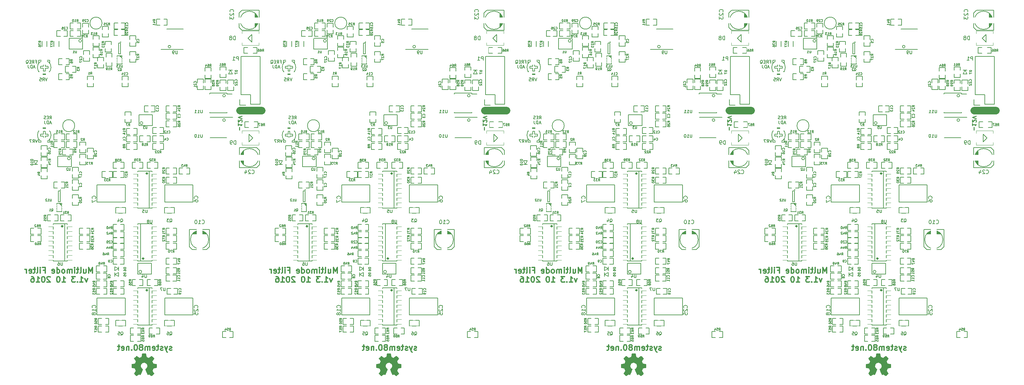
<source format=gbo>
G04 #@! TF.FileFunction,Legend,Bot*
%FSLAX46Y46*%
G04 Gerber Fmt 4.6, Leading zero omitted, Abs format (unit mm)*
G04 Created by KiCad (PCBNEW 4.0.2-stable) date 2016-12-05 12:03:52 PM*
%MOMM*%
G01*
G04 APERTURE LIST*
%ADD10C,0.100000*%
%ADD11C,0.200000*%
%ADD12C,0.254000*%
%ADD13C,2.000000*%
%ADD14C,0.152400*%
%ADD15C,0.300000*%
%ADD16C,0.150000*%
%ADD17C,0.127000*%
%ADD18C,0.066040*%
%ADD19C,0.101600*%
%ADD20C,0.203200*%
%ADD21C,0.381000*%
%ADD22C,0.010000*%
%ADD23R,1.143000X0.812800*%
%ADD24R,1.500000X0.450000*%
%ADD25R,0.812800X1.143000*%
%ADD26R,0.762000X0.609600*%
%ADD27R,1.300480X0.400000*%
%ADD28R,1.727200X1.727200*%
%ADD29O,1.727200X1.727200*%
%ADD30R,2.999740X1.600200*%
%ADD31R,1.143000X1.397000*%
%ADD32R,2.397760X2.397760*%
%ADD33R,1.450000X0.450000*%
%ADD34R,0.609600X0.762000*%
%ADD35C,1.524000*%
%ADD36R,0.701040X1.000760*%
%ADD37O,2.000000X2.000000*%
%ADD38R,2.199640X0.599440*%
%ADD39R,1.600200X2.999740*%
%ADD40R,1.060000X0.650000*%
%ADD41R,0.800000X0.500000*%
%ADD42R,1.600000X1.500000*%
%ADD43R,1.200000X1.200000*%
%ADD44C,2.500000*%
%ADD45R,1.397000X1.143000*%
%ADD46R,1.000000X0.800000*%
%ADD47O,2.500000X4.000000*%
%ADD48O,2.000000X2.500000*%
%ADD49O,3.500000X1.500000*%
%ADD50C,1.998980*%
%ADD51C,1.200000*%
%ADD52C,2.250000*%
%ADD53O,3.000000X3.000000*%
G04 APERTURE END LIST*
D10*
D11*
X260853553Y-42000000D02*
G75*
G03X260853553Y-42000000I-353553J0D01*
G01*
X260853553Y-35500000D02*
G75*
G03X260853553Y-35500000I-353553J0D01*
G01*
D12*
X264627429Y-44690095D02*
X264627429Y-43916000D01*
X264240381Y-42900000D02*
X264240381Y-43480571D01*
X264240381Y-43190285D02*
X265256381Y-43190285D01*
X265111238Y-43287047D01*
X265014476Y-43383809D01*
X264966095Y-43480571D01*
X265159619Y-42512952D02*
X265208000Y-42464571D01*
X265256381Y-42367809D01*
X265256381Y-42125905D01*
X265208000Y-42029143D01*
X265159619Y-41980762D01*
X265062857Y-41932381D01*
X264966095Y-41932381D01*
X264820952Y-41980762D01*
X264240381Y-42561333D01*
X264240381Y-41932381D01*
X265256381Y-41642095D02*
X264240381Y-41303428D01*
X265256381Y-40964762D01*
D13*
X270500000Y-39500000D02*
X264750000Y-39500000D01*
D14*
X214203161Y-41722535D02*
X214474094Y-41335488D01*
X214667618Y-41722535D02*
X214667618Y-40909735D01*
X214357980Y-40909735D01*
X214280571Y-40948440D01*
X214241866Y-40987145D01*
X214203161Y-41064554D01*
X214203161Y-41180669D01*
X214241866Y-41258078D01*
X214280571Y-41296783D01*
X214357980Y-41335488D01*
X214667618Y-41335488D01*
X213854818Y-41296783D02*
X213583885Y-41296783D01*
X213467771Y-41722535D02*
X213854818Y-41722535D01*
X213854818Y-40909735D01*
X213467771Y-40909735D01*
X213158133Y-41683830D02*
X213042019Y-41722535D01*
X212848495Y-41722535D01*
X212771085Y-41683830D01*
X212732381Y-41645126D01*
X212693676Y-41567716D01*
X212693676Y-41490307D01*
X212732381Y-41412897D01*
X212771085Y-41374192D01*
X212848495Y-41335488D01*
X213003314Y-41296783D01*
X213080723Y-41258078D01*
X213119428Y-41219373D01*
X213158133Y-41141964D01*
X213158133Y-41064554D01*
X213119428Y-40987145D01*
X213080723Y-40948440D01*
X213003314Y-40909735D01*
X212809790Y-40909735D01*
X212693676Y-40948440D01*
X214609562Y-42780627D02*
X214222514Y-42780627D01*
X214686971Y-43012855D02*
X214416038Y-42200055D01*
X214145105Y-43012855D01*
X213874171Y-43012855D02*
X213874171Y-42200055D01*
X213680647Y-42200055D01*
X213564533Y-42238760D01*
X213487124Y-42316170D01*
X213448419Y-42393579D01*
X213409714Y-42548398D01*
X213409714Y-42664512D01*
X213448419Y-42819331D01*
X213487124Y-42896741D01*
X213564533Y-42974150D01*
X213680647Y-43012855D01*
X213874171Y-43012855D01*
X212829143Y-42200055D02*
X212829143Y-42780627D01*
X212867847Y-42896741D01*
X212945257Y-42974150D01*
X213061371Y-43012855D01*
X213138781Y-43012855D01*
D11*
X246353553Y-22500000D02*
G75*
G03X246353553Y-22500000I-353553J0D01*
G01*
D15*
X246607143Y-103107143D02*
X246464286Y-103178571D01*
X246178571Y-103178571D01*
X246035714Y-103107143D01*
X245964286Y-102964286D01*
X245964286Y-102892857D01*
X246035714Y-102750000D01*
X246178571Y-102678571D01*
X246392857Y-102678571D01*
X246535714Y-102607143D01*
X246607143Y-102464286D01*
X246607143Y-102392857D01*
X246535714Y-102250000D01*
X246392857Y-102178571D01*
X246178571Y-102178571D01*
X246035714Y-102250000D01*
X245464285Y-102178571D02*
X245107142Y-103178571D01*
X244750000Y-102178571D02*
X245107142Y-103178571D01*
X245250000Y-103535714D01*
X245321428Y-103607143D01*
X245464285Y-103678571D01*
X244250000Y-103107143D02*
X244107143Y-103178571D01*
X243821428Y-103178571D01*
X243678571Y-103107143D01*
X243607143Y-102964286D01*
X243607143Y-102892857D01*
X243678571Y-102750000D01*
X243821428Y-102678571D01*
X244035714Y-102678571D01*
X244178571Y-102607143D01*
X244250000Y-102464286D01*
X244250000Y-102392857D01*
X244178571Y-102250000D01*
X244035714Y-102178571D01*
X243821428Y-102178571D01*
X243678571Y-102250000D01*
X243178571Y-102178571D02*
X242607142Y-102178571D01*
X242964285Y-101678571D02*
X242964285Y-102964286D01*
X242892857Y-103107143D01*
X242749999Y-103178571D01*
X242607142Y-103178571D01*
X241535714Y-103107143D02*
X241678571Y-103178571D01*
X241964285Y-103178571D01*
X242107142Y-103107143D01*
X242178571Y-102964286D01*
X242178571Y-102392857D01*
X242107142Y-102250000D01*
X241964285Y-102178571D01*
X241678571Y-102178571D01*
X241535714Y-102250000D01*
X241464285Y-102392857D01*
X241464285Y-102535714D01*
X242178571Y-102678571D01*
X240821428Y-103178571D02*
X240821428Y-102178571D01*
X240821428Y-102321429D02*
X240750000Y-102250000D01*
X240607142Y-102178571D01*
X240392857Y-102178571D01*
X240250000Y-102250000D01*
X240178571Y-102392857D01*
X240178571Y-103178571D01*
X240178571Y-102392857D02*
X240107142Y-102250000D01*
X239964285Y-102178571D01*
X239750000Y-102178571D01*
X239607142Y-102250000D01*
X239535714Y-102392857D01*
X239535714Y-103178571D01*
X238607142Y-102321429D02*
X238750000Y-102250000D01*
X238821428Y-102178571D01*
X238892857Y-102035714D01*
X238892857Y-101964286D01*
X238821428Y-101821429D01*
X238750000Y-101750000D01*
X238607142Y-101678571D01*
X238321428Y-101678571D01*
X238178571Y-101750000D01*
X238107142Y-101821429D01*
X238035714Y-101964286D01*
X238035714Y-102035714D01*
X238107142Y-102178571D01*
X238178571Y-102250000D01*
X238321428Y-102321429D01*
X238607142Y-102321429D01*
X238750000Y-102392857D01*
X238821428Y-102464286D01*
X238892857Y-102607143D01*
X238892857Y-102892857D01*
X238821428Y-103035714D01*
X238750000Y-103107143D01*
X238607142Y-103178571D01*
X238321428Y-103178571D01*
X238178571Y-103107143D01*
X238107142Y-103035714D01*
X238035714Y-102892857D01*
X238035714Y-102607143D01*
X238107142Y-102464286D01*
X238178571Y-102392857D01*
X238321428Y-102321429D01*
X237107143Y-101678571D02*
X236964286Y-101678571D01*
X236821429Y-101750000D01*
X236750000Y-101821429D01*
X236678571Y-101964286D01*
X236607143Y-102250000D01*
X236607143Y-102607143D01*
X236678571Y-102892857D01*
X236750000Y-103035714D01*
X236821429Y-103107143D01*
X236964286Y-103178571D01*
X237107143Y-103178571D01*
X237250000Y-103107143D01*
X237321429Y-103035714D01*
X237392857Y-102892857D01*
X237464286Y-102607143D01*
X237464286Y-102250000D01*
X237392857Y-101964286D01*
X237321429Y-101821429D01*
X237250000Y-101750000D01*
X237107143Y-101678571D01*
X235964286Y-103035714D02*
X235892858Y-103107143D01*
X235964286Y-103178571D01*
X236035715Y-103107143D01*
X235964286Y-103035714D01*
X235964286Y-103178571D01*
X235250000Y-102178571D02*
X235250000Y-103178571D01*
X235250000Y-102321429D02*
X235178572Y-102250000D01*
X235035714Y-102178571D01*
X234821429Y-102178571D01*
X234678572Y-102250000D01*
X234607143Y-102392857D01*
X234607143Y-103178571D01*
X233321429Y-103107143D02*
X233464286Y-103178571D01*
X233750000Y-103178571D01*
X233892857Y-103107143D01*
X233964286Y-102964286D01*
X233964286Y-102392857D01*
X233892857Y-102250000D01*
X233750000Y-102178571D01*
X233464286Y-102178571D01*
X233321429Y-102250000D01*
X233250000Y-102392857D01*
X233250000Y-102535714D01*
X233964286Y-102678571D01*
X232821429Y-102178571D02*
X232250000Y-102178571D01*
X232607143Y-101678571D02*
X232607143Y-102964286D01*
X232535715Y-103107143D01*
X232392857Y-103178571D01*
X232250000Y-103178571D01*
D14*
X210433733Y-26496783D02*
X210704666Y-26496783D01*
X210704666Y-26922535D02*
X210704666Y-26109735D01*
X210317619Y-26109735D01*
X209543523Y-26922535D02*
X209814456Y-26535488D01*
X210007980Y-26922535D02*
X210007980Y-26109735D01*
X209698342Y-26109735D01*
X209620933Y-26148440D01*
X209582228Y-26187145D01*
X209543523Y-26264554D01*
X209543523Y-26380669D01*
X209582228Y-26458078D01*
X209620933Y-26496783D01*
X209698342Y-26535488D01*
X210007980Y-26535488D01*
X209195180Y-26496783D02*
X208924247Y-26496783D01*
X208808133Y-26922535D02*
X209195180Y-26922535D01*
X209195180Y-26109735D01*
X208808133Y-26109735D01*
X207917924Y-26999945D02*
X207995333Y-26961240D01*
X208072743Y-26883830D01*
X208188857Y-26767716D01*
X208266266Y-26729011D01*
X208343676Y-26729011D01*
X208304971Y-26922535D02*
X208382381Y-26883830D01*
X208459790Y-26806421D01*
X208498495Y-26651602D01*
X208498495Y-26380669D01*
X208459790Y-26225850D01*
X208382381Y-26148440D01*
X208304971Y-26109735D01*
X208150152Y-26109735D01*
X208072743Y-26148440D01*
X207995333Y-26225850D01*
X207956628Y-26380669D01*
X207956628Y-26651602D01*
X207995333Y-26806421D01*
X208072743Y-26883830D01*
X208150152Y-26922535D01*
X208304971Y-26922535D01*
X210259562Y-27980627D02*
X209872514Y-27980627D01*
X210336971Y-28212855D02*
X210066038Y-27400055D01*
X209795105Y-28212855D01*
X209524171Y-28212855D02*
X209524171Y-27400055D01*
X209330647Y-27400055D01*
X209214533Y-27438760D01*
X209137124Y-27516170D01*
X209098419Y-27593579D01*
X209059714Y-27748398D01*
X209059714Y-27864512D01*
X209098419Y-28019331D01*
X209137124Y-28096741D01*
X209214533Y-28174150D01*
X209330647Y-28212855D01*
X209524171Y-28212855D01*
X208479143Y-27400055D02*
X208479143Y-27980627D01*
X208517847Y-28096741D01*
X208595257Y-28174150D01*
X208711371Y-28212855D01*
X208788781Y-28212855D01*
D13*
X205500000Y-39500000D02*
X199750000Y-39500000D01*
D15*
X225557142Y-82678571D02*
X225557142Y-81178571D01*
X225057142Y-82250000D01*
X224557142Y-81178571D01*
X224557142Y-82678571D01*
X223199999Y-81678571D02*
X223199999Y-82678571D01*
X223842856Y-81678571D02*
X223842856Y-82464286D01*
X223771428Y-82607143D01*
X223628570Y-82678571D01*
X223414285Y-82678571D01*
X223271428Y-82607143D01*
X223199999Y-82535714D01*
X222271427Y-82678571D02*
X222414285Y-82607143D01*
X222485713Y-82464286D01*
X222485713Y-81178571D01*
X221914285Y-81678571D02*
X221342856Y-81678571D01*
X221699999Y-81178571D02*
X221699999Y-82464286D01*
X221628571Y-82607143D01*
X221485713Y-82678571D01*
X221342856Y-82678571D01*
X220842856Y-82678571D02*
X220842856Y-81678571D01*
X220842856Y-81178571D02*
X220914285Y-81250000D01*
X220842856Y-81321429D01*
X220771428Y-81250000D01*
X220842856Y-81178571D01*
X220842856Y-81321429D01*
X220128570Y-82678571D02*
X220128570Y-81678571D01*
X220128570Y-81821429D02*
X220057142Y-81750000D01*
X219914284Y-81678571D01*
X219699999Y-81678571D01*
X219557142Y-81750000D01*
X219485713Y-81892857D01*
X219485713Y-82678571D01*
X219485713Y-81892857D02*
X219414284Y-81750000D01*
X219271427Y-81678571D01*
X219057142Y-81678571D01*
X218914284Y-81750000D01*
X218842856Y-81892857D01*
X218842856Y-82678571D01*
X217914284Y-82678571D02*
X218057142Y-82607143D01*
X218128570Y-82535714D01*
X218199999Y-82392857D01*
X218199999Y-81964286D01*
X218128570Y-81821429D01*
X218057142Y-81750000D01*
X217914284Y-81678571D01*
X217699999Y-81678571D01*
X217557142Y-81750000D01*
X217485713Y-81821429D01*
X217414284Y-81964286D01*
X217414284Y-82392857D01*
X217485713Y-82535714D01*
X217557142Y-82607143D01*
X217699999Y-82678571D01*
X217914284Y-82678571D01*
X216128570Y-82678571D02*
X216128570Y-81178571D01*
X216128570Y-82607143D02*
X216271427Y-82678571D01*
X216557141Y-82678571D01*
X216699999Y-82607143D01*
X216771427Y-82535714D01*
X216842856Y-82392857D01*
X216842856Y-81964286D01*
X216771427Y-81821429D01*
X216699999Y-81750000D01*
X216557141Y-81678571D01*
X216271427Y-81678571D01*
X216128570Y-81750000D01*
X214842856Y-82607143D02*
X214985713Y-82678571D01*
X215271427Y-82678571D01*
X215414284Y-82607143D01*
X215485713Y-82464286D01*
X215485713Y-81892857D01*
X215414284Y-81750000D01*
X215271427Y-81678571D01*
X214985713Y-81678571D01*
X214842856Y-81750000D01*
X214771427Y-81892857D01*
X214771427Y-82035714D01*
X215485713Y-82178571D01*
X212485713Y-81892857D02*
X212985713Y-81892857D01*
X212985713Y-82678571D02*
X212985713Y-81178571D01*
X212271427Y-81178571D01*
X211699999Y-82678571D02*
X211699999Y-81678571D01*
X211699999Y-81178571D02*
X211771428Y-81250000D01*
X211699999Y-81321429D01*
X211628571Y-81250000D01*
X211699999Y-81178571D01*
X211699999Y-81321429D01*
X210771427Y-82678571D02*
X210914285Y-82607143D01*
X210985713Y-82464286D01*
X210985713Y-81178571D01*
X210414285Y-81678571D02*
X209842856Y-81678571D01*
X210199999Y-81178571D02*
X210199999Y-82464286D01*
X210128571Y-82607143D01*
X209985713Y-82678571D01*
X209842856Y-82678571D01*
X208771428Y-82607143D02*
X208914285Y-82678571D01*
X209199999Y-82678571D01*
X209342856Y-82607143D01*
X209414285Y-82464286D01*
X209414285Y-81892857D01*
X209342856Y-81750000D01*
X209199999Y-81678571D01*
X208914285Y-81678571D01*
X208771428Y-81750000D01*
X208699999Y-81892857D01*
X208699999Y-82035714D01*
X209414285Y-82178571D01*
X208057142Y-82678571D02*
X208057142Y-81678571D01*
X208057142Y-81964286D02*
X207985714Y-81821429D01*
X207914285Y-81750000D01*
X207771428Y-81678571D01*
X207628571Y-81678571D01*
X224271426Y-84078571D02*
X223914283Y-85078571D01*
X223557141Y-84078571D01*
X222199998Y-85078571D02*
X223057141Y-85078571D01*
X222628569Y-85078571D02*
X222628569Y-83578571D01*
X222771426Y-83792857D01*
X222914284Y-83935714D01*
X223057141Y-84007143D01*
X221557141Y-84935714D02*
X221485713Y-85007143D01*
X221557141Y-85078571D01*
X221628570Y-85007143D01*
X221557141Y-84935714D01*
X221557141Y-85078571D01*
X220985712Y-83578571D02*
X220057141Y-83578571D01*
X220557141Y-84150000D01*
X220342855Y-84150000D01*
X220199998Y-84221429D01*
X220128569Y-84292857D01*
X220057141Y-84435714D01*
X220057141Y-84792857D01*
X220128569Y-84935714D01*
X220199998Y-85007143D01*
X220342855Y-85078571D01*
X220771427Y-85078571D01*
X220914284Y-85007143D01*
X220985712Y-84935714D01*
X217485713Y-85078571D02*
X218342856Y-85078571D01*
X217914284Y-85078571D02*
X217914284Y-83578571D01*
X218057141Y-83792857D01*
X218199999Y-83935714D01*
X218342856Y-84007143D01*
X216557142Y-83578571D02*
X216414285Y-83578571D01*
X216271428Y-83650000D01*
X216199999Y-83721429D01*
X216128570Y-83864286D01*
X216057142Y-84150000D01*
X216057142Y-84507143D01*
X216128570Y-84792857D01*
X216199999Y-84935714D01*
X216271428Y-85007143D01*
X216414285Y-85078571D01*
X216557142Y-85078571D01*
X216699999Y-85007143D01*
X216771428Y-84935714D01*
X216842856Y-84792857D01*
X216914285Y-84507143D01*
X216914285Y-84150000D01*
X216842856Y-83864286D01*
X216771428Y-83721429D01*
X216699999Y-83650000D01*
X216557142Y-83578571D01*
X214342857Y-83721429D02*
X214271428Y-83650000D01*
X214128571Y-83578571D01*
X213771428Y-83578571D01*
X213628571Y-83650000D01*
X213557142Y-83721429D01*
X213485714Y-83864286D01*
X213485714Y-84007143D01*
X213557142Y-84221429D01*
X214414285Y-85078571D01*
X213485714Y-85078571D01*
X212557143Y-83578571D02*
X212414286Y-83578571D01*
X212271429Y-83650000D01*
X212200000Y-83721429D01*
X212128571Y-83864286D01*
X212057143Y-84150000D01*
X212057143Y-84507143D01*
X212128571Y-84792857D01*
X212200000Y-84935714D01*
X212271429Y-85007143D01*
X212414286Y-85078571D01*
X212557143Y-85078571D01*
X212700000Y-85007143D01*
X212771429Y-84935714D01*
X212842857Y-84792857D01*
X212914286Y-84507143D01*
X212914286Y-84150000D01*
X212842857Y-83864286D01*
X212771429Y-83721429D01*
X212700000Y-83650000D01*
X212557143Y-83578571D01*
X210628572Y-85078571D02*
X211485715Y-85078571D01*
X211057143Y-85078571D02*
X211057143Y-83578571D01*
X211200000Y-83792857D01*
X211342858Y-83935714D01*
X211485715Y-84007143D01*
X209342858Y-83578571D02*
X209628572Y-83578571D01*
X209771429Y-83650000D01*
X209842858Y-83721429D01*
X209985715Y-83935714D01*
X210057144Y-84221429D01*
X210057144Y-84792857D01*
X209985715Y-84935714D01*
X209914287Y-85007143D01*
X209771429Y-85078571D01*
X209485715Y-85078571D01*
X209342858Y-85007143D01*
X209271429Y-84935714D01*
X209200001Y-84792857D01*
X209200001Y-84435714D01*
X209271429Y-84292857D01*
X209342858Y-84221429D01*
X209485715Y-84150000D01*
X209771429Y-84150000D01*
X209914287Y-84221429D01*
X209985715Y-84292857D01*
X210057144Y-84435714D01*
D14*
X149203161Y-41722535D02*
X149474094Y-41335488D01*
X149667618Y-41722535D02*
X149667618Y-40909735D01*
X149357980Y-40909735D01*
X149280571Y-40948440D01*
X149241866Y-40987145D01*
X149203161Y-41064554D01*
X149203161Y-41180669D01*
X149241866Y-41258078D01*
X149280571Y-41296783D01*
X149357980Y-41335488D01*
X149667618Y-41335488D01*
X148854818Y-41296783D02*
X148583885Y-41296783D01*
X148467771Y-41722535D02*
X148854818Y-41722535D01*
X148854818Y-40909735D01*
X148467771Y-40909735D01*
X148158133Y-41683830D02*
X148042019Y-41722535D01*
X147848495Y-41722535D01*
X147771085Y-41683830D01*
X147732381Y-41645126D01*
X147693676Y-41567716D01*
X147693676Y-41490307D01*
X147732381Y-41412897D01*
X147771085Y-41374192D01*
X147848495Y-41335488D01*
X148003314Y-41296783D01*
X148080723Y-41258078D01*
X148119428Y-41219373D01*
X148158133Y-41141964D01*
X148158133Y-41064554D01*
X148119428Y-40987145D01*
X148080723Y-40948440D01*
X148003314Y-40909735D01*
X147809790Y-40909735D01*
X147693676Y-40948440D01*
X149609562Y-42780627D02*
X149222514Y-42780627D01*
X149686971Y-43012855D02*
X149416038Y-42200055D01*
X149145105Y-43012855D01*
X148874171Y-43012855D02*
X148874171Y-42200055D01*
X148680647Y-42200055D01*
X148564533Y-42238760D01*
X148487124Y-42316170D01*
X148448419Y-42393579D01*
X148409714Y-42548398D01*
X148409714Y-42664512D01*
X148448419Y-42819331D01*
X148487124Y-42896741D01*
X148564533Y-42974150D01*
X148680647Y-43012855D01*
X148874171Y-43012855D01*
X147829143Y-42200055D02*
X147829143Y-42780627D01*
X147867847Y-42896741D01*
X147945257Y-42974150D01*
X148061371Y-43012855D01*
X148138781Y-43012855D01*
X145433733Y-26496783D02*
X145704666Y-26496783D01*
X145704666Y-26922535D02*
X145704666Y-26109735D01*
X145317619Y-26109735D01*
X144543523Y-26922535D02*
X144814456Y-26535488D01*
X145007980Y-26922535D02*
X145007980Y-26109735D01*
X144698342Y-26109735D01*
X144620933Y-26148440D01*
X144582228Y-26187145D01*
X144543523Y-26264554D01*
X144543523Y-26380669D01*
X144582228Y-26458078D01*
X144620933Y-26496783D01*
X144698342Y-26535488D01*
X145007980Y-26535488D01*
X144195180Y-26496783D02*
X143924247Y-26496783D01*
X143808133Y-26922535D02*
X144195180Y-26922535D01*
X144195180Y-26109735D01*
X143808133Y-26109735D01*
X142917924Y-26999945D02*
X142995333Y-26961240D01*
X143072743Y-26883830D01*
X143188857Y-26767716D01*
X143266266Y-26729011D01*
X143343676Y-26729011D01*
X143304971Y-26922535D02*
X143382381Y-26883830D01*
X143459790Y-26806421D01*
X143498495Y-26651602D01*
X143498495Y-26380669D01*
X143459790Y-26225850D01*
X143382381Y-26148440D01*
X143304971Y-26109735D01*
X143150152Y-26109735D01*
X143072743Y-26148440D01*
X142995333Y-26225850D01*
X142956628Y-26380669D01*
X142956628Y-26651602D01*
X142995333Y-26806421D01*
X143072743Y-26883830D01*
X143150152Y-26922535D01*
X143304971Y-26922535D01*
X145259562Y-27980627D02*
X144872514Y-27980627D01*
X145336971Y-28212855D02*
X145066038Y-27400055D01*
X144795105Y-28212855D01*
X144524171Y-28212855D02*
X144524171Y-27400055D01*
X144330647Y-27400055D01*
X144214533Y-27438760D01*
X144137124Y-27516170D01*
X144098419Y-27593579D01*
X144059714Y-27748398D01*
X144059714Y-27864512D01*
X144098419Y-28019331D01*
X144137124Y-28096741D01*
X144214533Y-28174150D01*
X144330647Y-28212855D01*
X144524171Y-28212855D01*
X143479143Y-27400055D02*
X143479143Y-27980627D01*
X143517847Y-28096741D01*
X143595257Y-28174150D01*
X143711371Y-28212855D01*
X143788781Y-28212855D01*
D11*
X181353553Y-22500000D02*
G75*
G03X181353553Y-22500000I-353553J0D01*
G01*
D12*
X199627429Y-44690095D02*
X199627429Y-43916000D01*
X199240381Y-42900000D02*
X199240381Y-43480571D01*
X199240381Y-43190285D02*
X200256381Y-43190285D01*
X200111238Y-43287047D01*
X200014476Y-43383809D01*
X199966095Y-43480571D01*
X200159619Y-42512952D02*
X200208000Y-42464571D01*
X200256381Y-42367809D01*
X200256381Y-42125905D01*
X200208000Y-42029143D01*
X200159619Y-41980762D01*
X200062857Y-41932381D01*
X199966095Y-41932381D01*
X199820952Y-41980762D01*
X199240381Y-42561333D01*
X199240381Y-41932381D01*
X200256381Y-41642095D02*
X199240381Y-41303428D01*
X200256381Y-40964762D01*
D11*
X195853553Y-42000000D02*
G75*
G03X195853553Y-42000000I-353553J0D01*
G01*
X195853553Y-35500000D02*
G75*
G03X195853553Y-35500000I-353553J0D01*
G01*
D15*
X181607143Y-103107143D02*
X181464286Y-103178571D01*
X181178571Y-103178571D01*
X181035714Y-103107143D01*
X180964286Y-102964286D01*
X180964286Y-102892857D01*
X181035714Y-102750000D01*
X181178571Y-102678571D01*
X181392857Y-102678571D01*
X181535714Y-102607143D01*
X181607143Y-102464286D01*
X181607143Y-102392857D01*
X181535714Y-102250000D01*
X181392857Y-102178571D01*
X181178571Y-102178571D01*
X181035714Y-102250000D01*
X180464285Y-102178571D02*
X180107142Y-103178571D01*
X179750000Y-102178571D02*
X180107142Y-103178571D01*
X180250000Y-103535714D01*
X180321428Y-103607143D01*
X180464285Y-103678571D01*
X179250000Y-103107143D02*
X179107143Y-103178571D01*
X178821428Y-103178571D01*
X178678571Y-103107143D01*
X178607143Y-102964286D01*
X178607143Y-102892857D01*
X178678571Y-102750000D01*
X178821428Y-102678571D01*
X179035714Y-102678571D01*
X179178571Y-102607143D01*
X179250000Y-102464286D01*
X179250000Y-102392857D01*
X179178571Y-102250000D01*
X179035714Y-102178571D01*
X178821428Y-102178571D01*
X178678571Y-102250000D01*
X178178571Y-102178571D02*
X177607142Y-102178571D01*
X177964285Y-101678571D02*
X177964285Y-102964286D01*
X177892857Y-103107143D01*
X177749999Y-103178571D01*
X177607142Y-103178571D01*
X176535714Y-103107143D02*
X176678571Y-103178571D01*
X176964285Y-103178571D01*
X177107142Y-103107143D01*
X177178571Y-102964286D01*
X177178571Y-102392857D01*
X177107142Y-102250000D01*
X176964285Y-102178571D01*
X176678571Y-102178571D01*
X176535714Y-102250000D01*
X176464285Y-102392857D01*
X176464285Y-102535714D01*
X177178571Y-102678571D01*
X175821428Y-103178571D02*
X175821428Y-102178571D01*
X175821428Y-102321429D02*
X175750000Y-102250000D01*
X175607142Y-102178571D01*
X175392857Y-102178571D01*
X175250000Y-102250000D01*
X175178571Y-102392857D01*
X175178571Y-103178571D01*
X175178571Y-102392857D02*
X175107142Y-102250000D01*
X174964285Y-102178571D01*
X174750000Y-102178571D01*
X174607142Y-102250000D01*
X174535714Y-102392857D01*
X174535714Y-103178571D01*
X173607142Y-102321429D02*
X173750000Y-102250000D01*
X173821428Y-102178571D01*
X173892857Y-102035714D01*
X173892857Y-101964286D01*
X173821428Y-101821429D01*
X173750000Y-101750000D01*
X173607142Y-101678571D01*
X173321428Y-101678571D01*
X173178571Y-101750000D01*
X173107142Y-101821429D01*
X173035714Y-101964286D01*
X173035714Y-102035714D01*
X173107142Y-102178571D01*
X173178571Y-102250000D01*
X173321428Y-102321429D01*
X173607142Y-102321429D01*
X173750000Y-102392857D01*
X173821428Y-102464286D01*
X173892857Y-102607143D01*
X173892857Y-102892857D01*
X173821428Y-103035714D01*
X173750000Y-103107143D01*
X173607142Y-103178571D01*
X173321428Y-103178571D01*
X173178571Y-103107143D01*
X173107142Y-103035714D01*
X173035714Y-102892857D01*
X173035714Y-102607143D01*
X173107142Y-102464286D01*
X173178571Y-102392857D01*
X173321428Y-102321429D01*
X172107143Y-101678571D02*
X171964286Y-101678571D01*
X171821429Y-101750000D01*
X171750000Y-101821429D01*
X171678571Y-101964286D01*
X171607143Y-102250000D01*
X171607143Y-102607143D01*
X171678571Y-102892857D01*
X171750000Y-103035714D01*
X171821429Y-103107143D01*
X171964286Y-103178571D01*
X172107143Y-103178571D01*
X172250000Y-103107143D01*
X172321429Y-103035714D01*
X172392857Y-102892857D01*
X172464286Y-102607143D01*
X172464286Y-102250000D01*
X172392857Y-101964286D01*
X172321429Y-101821429D01*
X172250000Y-101750000D01*
X172107143Y-101678571D01*
X170964286Y-103035714D02*
X170892858Y-103107143D01*
X170964286Y-103178571D01*
X171035715Y-103107143D01*
X170964286Y-103035714D01*
X170964286Y-103178571D01*
X170250000Y-102178571D02*
X170250000Y-103178571D01*
X170250000Y-102321429D02*
X170178572Y-102250000D01*
X170035714Y-102178571D01*
X169821429Y-102178571D01*
X169678572Y-102250000D01*
X169607143Y-102392857D01*
X169607143Y-103178571D01*
X168321429Y-103107143D02*
X168464286Y-103178571D01*
X168750000Y-103178571D01*
X168892857Y-103107143D01*
X168964286Y-102964286D01*
X168964286Y-102392857D01*
X168892857Y-102250000D01*
X168750000Y-102178571D01*
X168464286Y-102178571D01*
X168321429Y-102250000D01*
X168250000Y-102392857D01*
X168250000Y-102535714D01*
X168964286Y-102678571D01*
X167821429Y-102178571D02*
X167250000Y-102178571D01*
X167607143Y-101678571D02*
X167607143Y-102964286D01*
X167535715Y-103107143D01*
X167392857Y-103178571D01*
X167250000Y-103178571D01*
X160557142Y-82678571D02*
X160557142Y-81178571D01*
X160057142Y-82250000D01*
X159557142Y-81178571D01*
X159557142Y-82678571D01*
X158199999Y-81678571D02*
X158199999Y-82678571D01*
X158842856Y-81678571D02*
X158842856Y-82464286D01*
X158771428Y-82607143D01*
X158628570Y-82678571D01*
X158414285Y-82678571D01*
X158271428Y-82607143D01*
X158199999Y-82535714D01*
X157271427Y-82678571D02*
X157414285Y-82607143D01*
X157485713Y-82464286D01*
X157485713Y-81178571D01*
X156914285Y-81678571D02*
X156342856Y-81678571D01*
X156699999Y-81178571D02*
X156699999Y-82464286D01*
X156628571Y-82607143D01*
X156485713Y-82678571D01*
X156342856Y-82678571D01*
X155842856Y-82678571D02*
X155842856Y-81678571D01*
X155842856Y-81178571D02*
X155914285Y-81250000D01*
X155842856Y-81321429D01*
X155771428Y-81250000D01*
X155842856Y-81178571D01*
X155842856Y-81321429D01*
X155128570Y-82678571D02*
X155128570Y-81678571D01*
X155128570Y-81821429D02*
X155057142Y-81750000D01*
X154914284Y-81678571D01*
X154699999Y-81678571D01*
X154557142Y-81750000D01*
X154485713Y-81892857D01*
X154485713Y-82678571D01*
X154485713Y-81892857D02*
X154414284Y-81750000D01*
X154271427Y-81678571D01*
X154057142Y-81678571D01*
X153914284Y-81750000D01*
X153842856Y-81892857D01*
X153842856Y-82678571D01*
X152914284Y-82678571D02*
X153057142Y-82607143D01*
X153128570Y-82535714D01*
X153199999Y-82392857D01*
X153199999Y-81964286D01*
X153128570Y-81821429D01*
X153057142Y-81750000D01*
X152914284Y-81678571D01*
X152699999Y-81678571D01*
X152557142Y-81750000D01*
X152485713Y-81821429D01*
X152414284Y-81964286D01*
X152414284Y-82392857D01*
X152485713Y-82535714D01*
X152557142Y-82607143D01*
X152699999Y-82678571D01*
X152914284Y-82678571D01*
X151128570Y-82678571D02*
X151128570Y-81178571D01*
X151128570Y-82607143D02*
X151271427Y-82678571D01*
X151557141Y-82678571D01*
X151699999Y-82607143D01*
X151771427Y-82535714D01*
X151842856Y-82392857D01*
X151842856Y-81964286D01*
X151771427Y-81821429D01*
X151699999Y-81750000D01*
X151557141Y-81678571D01*
X151271427Y-81678571D01*
X151128570Y-81750000D01*
X149842856Y-82607143D02*
X149985713Y-82678571D01*
X150271427Y-82678571D01*
X150414284Y-82607143D01*
X150485713Y-82464286D01*
X150485713Y-81892857D01*
X150414284Y-81750000D01*
X150271427Y-81678571D01*
X149985713Y-81678571D01*
X149842856Y-81750000D01*
X149771427Y-81892857D01*
X149771427Y-82035714D01*
X150485713Y-82178571D01*
X147485713Y-81892857D02*
X147985713Y-81892857D01*
X147985713Y-82678571D02*
X147985713Y-81178571D01*
X147271427Y-81178571D01*
X146699999Y-82678571D02*
X146699999Y-81678571D01*
X146699999Y-81178571D02*
X146771428Y-81250000D01*
X146699999Y-81321429D01*
X146628571Y-81250000D01*
X146699999Y-81178571D01*
X146699999Y-81321429D01*
X145771427Y-82678571D02*
X145914285Y-82607143D01*
X145985713Y-82464286D01*
X145985713Y-81178571D01*
X145414285Y-81678571D02*
X144842856Y-81678571D01*
X145199999Y-81178571D02*
X145199999Y-82464286D01*
X145128571Y-82607143D01*
X144985713Y-82678571D01*
X144842856Y-82678571D01*
X143771428Y-82607143D02*
X143914285Y-82678571D01*
X144199999Y-82678571D01*
X144342856Y-82607143D01*
X144414285Y-82464286D01*
X144414285Y-81892857D01*
X144342856Y-81750000D01*
X144199999Y-81678571D01*
X143914285Y-81678571D01*
X143771428Y-81750000D01*
X143699999Y-81892857D01*
X143699999Y-82035714D01*
X144414285Y-82178571D01*
X143057142Y-82678571D02*
X143057142Y-81678571D01*
X143057142Y-81964286D02*
X142985714Y-81821429D01*
X142914285Y-81750000D01*
X142771428Y-81678571D01*
X142628571Y-81678571D01*
X159271426Y-84078571D02*
X158914283Y-85078571D01*
X158557141Y-84078571D01*
X157199998Y-85078571D02*
X158057141Y-85078571D01*
X157628569Y-85078571D02*
X157628569Y-83578571D01*
X157771426Y-83792857D01*
X157914284Y-83935714D01*
X158057141Y-84007143D01*
X156557141Y-84935714D02*
X156485713Y-85007143D01*
X156557141Y-85078571D01*
X156628570Y-85007143D01*
X156557141Y-84935714D01*
X156557141Y-85078571D01*
X155985712Y-83578571D02*
X155057141Y-83578571D01*
X155557141Y-84150000D01*
X155342855Y-84150000D01*
X155199998Y-84221429D01*
X155128569Y-84292857D01*
X155057141Y-84435714D01*
X155057141Y-84792857D01*
X155128569Y-84935714D01*
X155199998Y-85007143D01*
X155342855Y-85078571D01*
X155771427Y-85078571D01*
X155914284Y-85007143D01*
X155985712Y-84935714D01*
X152485713Y-85078571D02*
X153342856Y-85078571D01*
X152914284Y-85078571D02*
X152914284Y-83578571D01*
X153057141Y-83792857D01*
X153199999Y-83935714D01*
X153342856Y-84007143D01*
X151557142Y-83578571D02*
X151414285Y-83578571D01*
X151271428Y-83650000D01*
X151199999Y-83721429D01*
X151128570Y-83864286D01*
X151057142Y-84150000D01*
X151057142Y-84507143D01*
X151128570Y-84792857D01*
X151199999Y-84935714D01*
X151271428Y-85007143D01*
X151414285Y-85078571D01*
X151557142Y-85078571D01*
X151699999Y-85007143D01*
X151771428Y-84935714D01*
X151842856Y-84792857D01*
X151914285Y-84507143D01*
X151914285Y-84150000D01*
X151842856Y-83864286D01*
X151771428Y-83721429D01*
X151699999Y-83650000D01*
X151557142Y-83578571D01*
X149342857Y-83721429D02*
X149271428Y-83650000D01*
X149128571Y-83578571D01*
X148771428Y-83578571D01*
X148628571Y-83650000D01*
X148557142Y-83721429D01*
X148485714Y-83864286D01*
X148485714Y-84007143D01*
X148557142Y-84221429D01*
X149414285Y-85078571D01*
X148485714Y-85078571D01*
X147557143Y-83578571D02*
X147414286Y-83578571D01*
X147271429Y-83650000D01*
X147200000Y-83721429D01*
X147128571Y-83864286D01*
X147057143Y-84150000D01*
X147057143Y-84507143D01*
X147128571Y-84792857D01*
X147200000Y-84935714D01*
X147271429Y-85007143D01*
X147414286Y-85078571D01*
X147557143Y-85078571D01*
X147700000Y-85007143D01*
X147771429Y-84935714D01*
X147842857Y-84792857D01*
X147914286Y-84507143D01*
X147914286Y-84150000D01*
X147842857Y-83864286D01*
X147771429Y-83721429D01*
X147700000Y-83650000D01*
X147557143Y-83578571D01*
X145628572Y-85078571D02*
X146485715Y-85078571D01*
X146057143Y-85078571D02*
X146057143Y-83578571D01*
X146200000Y-83792857D01*
X146342858Y-83935714D01*
X146485715Y-84007143D01*
X144342858Y-83578571D02*
X144628572Y-83578571D01*
X144771429Y-83650000D01*
X144842858Y-83721429D01*
X144985715Y-83935714D01*
X145057144Y-84221429D01*
X145057144Y-84792857D01*
X144985715Y-84935714D01*
X144914287Y-85007143D01*
X144771429Y-85078571D01*
X144485715Y-85078571D01*
X144342858Y-85007143D01*
X144271429Y-84935714D01*
X144200001Y-84792857D01*
X144200001Y-84435714D01*
X144271429Y-84292857D01*
X144342858Y-84221429D01*
X144485715Y-84150000D01*
X144771429Y-84150000D01*
X144914287Y-84221429D01*
X144985715Y-84292857D01*
X145057144Y-84435714D01*
D14*
X80433733Y-26496783D02*
X80704666Y-26496783D01*
X80704666Y-26922535D02*
X80704666Y-26109735D01*
X80317619Y-26109735D01*
X79543523Y-26922535D02*
X79814456Y-26535488D01*
X80007980Y-26922535D02*
X80007980Y-26109735D01*
X79698342Y-26109735D01*
X79620933Y-26148440D01*
X79582228Y-26187145D01*
X79543523Y-26264554D01*
X79543523Y-26380669D01*
X79582228Y-26458078D01*
X79620933Y-26496783D01*
X79698342Y-26535488D01*
X80007980Y-26535488D01*
X79195180Y-26496783D02*
X78924247Y-26496783D01*
X78808133Y-26922535D02*
X79195180Y-26922535D01*
X79195180Y-26109735D01*
X78808133Y-26109735D01*
X77917924Y-26999945D02*
X77995333Y-26961240D01*
X78072743Y-26883830D01*
X78188857Y-26767716D01*
X78266266Y-26729011D01*
X78343676Y-26729011D01*
X78304971Y-26922535D02*
X78382381Y-26883830D01*
X78459790Y-26806421D01*
X78498495Y-26651602D01*
X78498495Y-26380669D01*
X78459790Y-26225850D01*
X78382381Y-26148440D01*
X78304971Y-26109735D01*
X78150152Y-26109735D01*
X78072743Y-26148440D01*
X77995333Y-26225850D01*
X77956628Y-26380669D01*
X77956628Y-26651602D01*
X77995333Y-26806421D01*
X78072743Y-26883830D01*
X78150152Y-26922535D01*
X78304971Y-26922535D01*
X80259562Y-27980627D02*
X79872514Y-27980627D01*
X80336971Y-28212855D02*
X80066038Y-27400055D01*
X79795105Y-28212855D01*
X79524171Y-28212855D02*
X79524171Y-27400055D01*
X79330647Y-27400055D01*
X79214533Y-27438760D01*
X79137124Y-27516170D01*
X79098419Y-27593579D01*
X79059714Y-27748398D01*
X79059714Y-27864512D01*
X79098419Y-28019331D01*
X79137124Y-28096741D01*
X79214533Y-28174150D01*
X79330647Y-28212855D01*
X79524171Y-28212855D01*
X78479143Y-27400055D02*
X78479143Y-27980627D01*
X78517847Y-28096741D01*
X78595257Y-28174150D01*
X78711371Y-28212855D01*
X78788781Y-28212855D01*
X84203161Y-41722535D02*
X84474094Y-41335488D01*
X84667618Y-41722535D02*
X84667618Y-40909735D01*
X84357980Y-40909735D01*
X84280571Y-40948440D01*
X84241866Y-40987145D01*
X84203161Y-41064554D01*
X84203161Y-41180669D01*
X84241866Y-41258078D01*
X84280571Y-41296783D01*
X84357980Y-41335488D01*
X84667618Y-41335488D01*
X83854818Y-41296783D02*
X83583885Y-41296783D01*
X83467771Y-41722535D02*
X83854818Y-41722535D01*
X83854818Y-40909735D01*
X83467771Y-40909735D01*
X83158133Y-41683830D02*
X83042019Y-41722535D01*
X82848495Y-41722535D01*
X82771085Y-41683830D01*
X82732381Y-41645126D01*
X82693676Y-41567716D01*
X82693676Y-41490307D01*
X82732381Y-41412897D01*
X82771085Y-41374192D01*
X82848495Y-41335488D01*
X83003314Y-41296783D01*
X83080723Y-41258078D01*
X83119428Y-41219373D01*
X83158133Y-41141964D01*
X83158133Y-41064554D01*
X83119428Y-40987145D01*
X83080723Y-40948440D01*
X83003314Y-40909735D01*
X82809790Y-40909735D01*
X82693676Y-40948440D01*
X84609562Y-42780627D02*
X84222514Y-42780627D01*
X84686971Y-43012855D02*
X84416038Y-42200055D01*
X84145105Y-43012855D01*
X83874171Y-43012855D02*
X83874171Y-42200055D01*
X83680647Y-42200055D01*
X83564533Y-42238760D01*
X83487124Y-42316170D01*
X83448419Y-42393579D01*
X83409714Y-42548398D01*
X83409714Y-42664512D01*
X83448419Y-42819331D01*
X83487124Y-42896741D01*
X83564533Y-42974150D01*
X83680647Y-43012855D01*
X83874171Y-43012855D01*
X82829143Y-42200055D02*
X82829143Y-42780627D01*
X82867847Y-42896741D01*
X82945257Y-42974150D01*
X83061371Y-43012855D01*
X83138781Y-43012855D01*
D15*
X116607143Y-103107143D02*
X116464286Y-103178571D01*
X116178571Y-103178571D01*
X116035714Y-103107143D01*
X115964286Y-102964286D01*
X115964286Y-102892857D01*
X116035714Y-102750000D01*
X116178571Y-102678571D01*
X116392857Y-102678571D01*
X116535714Y-102607143D01*
X116607143Y-102464286D01*
X116607143Y-102392857D01*
X116535714Y-102250000D01*
X116392857Y-102178571D01*
X116178571Y-102178571D01*
X116035714Y-102250000D01*
X115464285Y-102178571D02*
X115107142Y-103178571D01*
X114750000Y-102178571D02*
X115107142Y-103178571D01*
X115250000Y-103535714D01*
X115321428Y-103607143D01*
X115464285Y-103678571D01*
X114250000Y-103107143D02*
X114107143Y-103178571D01*
X113821428Y-103178571D01*
X113678571Y-103107143D01*
X113607143Y-102964286D01*
X113607143Y-102892857D01*
X113678571Y-102750000D01*
X113821428Y-102678571D01*
X114035714Y-102678571D01*
X114178571Y-102607143D01*
X114250000Y-102464286D01*
X114250000Y-102392857D01*
X114178571Y-102250000D01*
X114035714Y-102178571D01*
X113821428Y-102178571D01*
X113678571Y-102250000D01*
X113178571Y-102178571D02*
X112607142Y-102178571D01*
X112964285Y-101678571D02*
X112964285Y-102964286D01*
X112892857Y-103107143D01*
X112749999Y-103178571D01*
X112607142Y-103178571D01*
X111535714Y-103107143D02*
X111678571Y-103178571D01*
X111964285Y-103178571D01*
X112107142Y-103107143D01*
X112178571Y-102964286D01*
X112178571Y-102392857D01*
X112107142Y-102250000D01*
X111964285Y-102178571D01*
X111678571Y-102178571D01*
X111535714Y-102250000D01*
X111464285Y-102392857D01*
X111464285Y-102535714D01*
X112178571Y-102678571D01*
X110821428Y-103178571D02*
X110821428Y-102178571D01*
X110821428Y-102321429D02*
X110750000Y-102250000D01*
X110607142Y-102178571D01*
X110392857Y-102178571D01*
X110250000Y-102250000D01*
X110178571Y-102392857D01*
X110178571Y-103178571D01*
X110178571Y-102392857D02*
X110107142Y-102250000D01*
X109964285Y-102178571D01*
X109750000Y-102178571D01*
X109607142Y-102250000D01*
X109535714Y-102392857D01*
X109535714Y-103178571D01*
X108607142Y-102321429D02*
X108750000Y-102250000D01*
X108821428Y-102178571D01*
X108892857Y-102035714D01*
X108892857Y-101964286D01*
X108821428Y-101821429D01*
X108750000Y-101750000D01*
X108607142Y-101678571D01*
X108321428Y-101678571D01*
X108178571Y-101750000D01*
X108107142Y-101821429D01*
X108035714Y-101964286D01*
X108035714Y-102035714D01*
X108107142Y-102178571D01*
X108178571Y-102250000D01*
X108321428Y-102321429D01*
X108607142Y-102321429D01*
X108750000Y-102392857D01*
X108821428Y-102464286D01*
X108892857Y-102607143D01*
X108892857Y-102892857D01*
X108821428Y-103035714D01*
X108750000Y-103107143D01*
X108607142Y-103178571D01*
X108321428Y-103178571D01*
X108178571Y-103107143D01*
X108107142Y-103035714D01*
X108035714Y-102892857D01*
X108035714Y-102607143D01*
X108107142Y-102464286D01*
X108178571Y-102392857D01*
X108321428Y-102321429D01*
X107107143Y-101678571D02*
X106964286Y-101678571D01*
X106821429Y-101750000D01*
X106750000Y-101821429D01*
X106678571Y-101964286D01*
X106607143Y-102250000D01*
X106607143Y-102607143D01*
X106678571Y-102892857D01*
X106750000Y-103035714D01*
X106821429Y-103107143D01*
X106964286Y-103178571D01*
X107107143Y-103178571D01*
X107250000Y-103107143D01*
X107321429Y-103035714D01*
X107392857Y-102892857D01*
X107464286Y-102607143D01*
X107464286Y-102250000D01*
X107392857Y-101964286D01*
X107321429Y-101821429D01*
X107250000Y-101750000D01*
X107107143Y-101678571D01*
X105964286Y-103035714D02*
X105892858Y-103107143D01*
X105964286Y-103178571D01*
X106035715Y-103107143D01*
X105964286Y-103035714D01*
X105964286Y-103178571D01*
X105250000Y-102178571D02*
X105250000Y-103178571D01*
X105250000Y-102321429D02*
X105178572Y-102250000D01*
X105035714Y-102178571D01*
X104821429Y-102178571D01*
X104678572Y-102250000D01*
X104607143Y-102392857D01*
X104607143Y-103178571D01*
X103321429Y-103107143D02*
X103464286Y-103178571D01*
X103750000Y-103178571D01*
X103892857Y-103107143D01*
X103964286Y-102964286D01*
X103964286Y-102392857D01*
X103892857Y-102250000D01*
X103750000Y-102178571D01*
X103464286Y-102178571D01*
X103321429Y-102250000D01*
X103250000Y-102392857D01*
X103250000Y-102535714D01*
X103964286Y-102678571D01*
X102821429Y-102178571D02*
X102250000Y-102178571D01*
X102607143Y-101678571D02*
X102607143Y-102964286D01*
X102535715Y-103107143D01*
X102392857Y-103178571D01*
X102250000Y-103178571D01*
D11*
X130853553Y-42000000D02*
G75*
G03X130853553Y-42000000I-353553J0D01*
G01*
X130853553Y-35500000D02*
G75*
G03X130853553Y-35500000I-353553J0D01*
G01*
X116353553Y-22500000D02*
G75*
G03X116353553Y-22500000I-353553J0D01*
G01*
D13*
X140500000Y-39500000D02*
X134750000Y-39500000D01*
D12*
X134627429Y-44690095D02*
X134627429Y-43916000D01*
X134240381Y-42900000D02*
X134240381Y-43480571D01*
X134240381Y-43190285D02*
X135256381Y-43190285D01*
X135111238Y-43287047D01*
X135014476Y-43383809D01*
X134966095Y-43480571D01*
X135159619Y-42512952D02*
X135208000Y-42464571D01*
X135256381Y-42367809D01*
X135256381Y-42125905D01*
X135208000Y-42029143D01*
X135159619Y-41980762D01*
X135062857Y-41932381D01*
X134966095Y-41932381D01*
X134820952Y-41980762D01*
X134240381Y-42561333D01*
X134240381Y-41932381D01*
X135256381Y-41642095D02*
X134240381Y-41303428D01*
X135256381Y-40964762D01*
D15*
X95557142Y-82678571D02*
X95557142Y-81178571D01*
X95057142Y-82250000D01*
X94557142Y-81178571D01*
X94557142Y-82678571D01*
X93199999Y-81678571D02*
X93199999Y-82678571D01*
X93842856Y-81678571D02*
X93842856Y-82464286D01*
X93771428Y-82607143D01*
X93628570Y-82678571D01*
X93414285Y-82678571D01*
X93271428Y-82607143D01*
X93199999Y-82535714D01*
X92271427Y-82678571D02*
X92414285Y-82607143D01*
X92485713Y-82464286D01*
X92485713Y-81178571D01*
X91914285Y-81678571D02*
X91342856Y-81678571D01*
X91699999Y-81178571D02*
X91699999Y-82464286D01*
X91628571Y-82607143D01*
X91485713Y-82678571D01*
X91342856Y-82678571D01*
X90842856Y-82678571D02*
X90842856Y-81678571D01*
X90842856Y-81178571D02*
X90914285Y-81250000D01*
X90842856Y-81321429D01*
X90771428Y-81250000D01*
X90842856Y-81178571D01*
X90842856Y-81321429D01*
X90128570Y-82678571D02*
X90128570Y-81678571D01*
X90128570Y-81821429D02*
X90057142Y-81750000D01*
X89914284Y-81678571D01*
X89699999Y-81678571D01*
X89557142Y-81750000D01*
X89485713Y-81892857D01*
X89485713Y-82678571D01*
X89485713Y-81892857D02*
X89414284Y-81750000D01*
X89271427Y-81678571D01*
X89057142Y-81678571D01*
X88914284Y-81750000D01*
X88842856Y-81892857D01*
X88842856Y-82678571D01*
X87914284Y-82678571D02*
X88057142Y-82607143D01*
X88128570Y-82535714D01*
X88199999Y-82392857D01*
X88199999Y-81964286D01*
X88128570Y-81821429D01*
X88057142Y-81750000D01*
X87914284Y-81678571D01*
X87699999Y-81678571D01*
X87557142Y-81750000D01*
X87485713Y-81821429D01*
X87414284Y-81964286D01*
X87414284Y-82392857D01*
X87485713Y-82535714D01*
X87557142Y-82607143D01*
X87699999Y-82678571D01*
X87914284Y-82678571D01*
X86128570Y-82678571D02*
X86128570Y-81178571D01*
X86128570Y-82607143D02*
X86271427Y-82678571D01*
X86557141Y-82678571D01*
X86699999Y-82607143D01*
X86771427Y-82535714D01*
X86842856Y-82392857D01*
X86842856Y-81964286D01*
X86771427Y-81821429D01*
X86699999Y-81750000D01*
X86557141Y-81678571D01*
X86271427Y-81678571D01*
X86128570Y-81750000D01*
X84842856Y-82607143D02*
X84985713Y-82678571D01*
X85271427Y-82678571D01*
X85414284Y-82607143D01*
X85485713Y-82464286D01*
X85485713Y-81892857D01*
X85414284Y-81750000D01*
X85271427Y-81678571D01*
X84985713Y-81678571D01*
X84842856Y-81750000D01*
X84771427Y-81892857D01*
X84771427Y-82035714D01*
X85485713Y-82178571D01*
X82485713Y-81892857D02*
X82985713Y-81892857D01*
X82985713Y-82678571D02*
X82985713Y-81178571D01*
X82271427Y-81178571D01*
X81699999Y-82678571D02*
X81699999Y-81678571D01*
X81699999Y-81178571D02*
X81771428Y-81250000D01*
X81699999Y-81321429D01*
X81628571Y-81250000D01*
X81699999Y-81178571D01*
X81699999Y-81321429D01*
X80771427Y-82678571D02*
X80914285Y-82607143D01*
X80985713Y-82464286D01*
X80985713Y-81178571D01*
X80414285Y-81678571D02*
X79842856Y-81678571D01*
X80199999Y-81178571D02*
X80199999Y-82464286D01*
X80128571Y-82607143D01*
X79985713Y-82678571D01*
X79842856Y-82678571D01*
X78771428Y-82607143D02*
X78914285Y-82678571D01*
X79199999Y-82678571D01*
X79342856Y-82607143D01*
X79414285Y-82464286D01*
X79414285Y-81892857D01*
X79342856Y-81750000D01*
X79199999Y-81678571D01*
X78914285Y-81678571D01*
X78771428Y-81750000D01*
X78699999Y-81892857D01*
X78699999Y-82035714D01*
X79414285Y-82178571D01*
X78057142Y-82678571D02*
X78057142Y-81678571D01*
X78057142Y-81964286D02*
X77985714Y-81821429D01*
X77914285Y-81750000D01*
X77771428Y-81678571D01*
X77628571Y-81678571D01*
X94271426Y-84078571D02*
X93914283Y-85078571D01*
X93557141Y-84078571D01*
X92199998Y-85078571D02*
X93057141Y-85078571D01*
X92628569Y-85078571D02*
X92628569Y-83578571D01*
X92771426Y-83792857D01*
X92914284Y-83935714D01*
X93057141Y-84007143D01*
X91557141Y-84935714D02*
X91485713Y-85007143D01*
X91557141Y-85078571D01*
X91628570Y-85007143D01*
X91557141Y-84935714D01*
X91557141Y-85078571D01*
X90985712Y-83578571D02*
X90057141Y-83578571D01*
X90557141Y-84150000D01*
X90342855Y-84150000D01*
X90199998Y-84221429D01*
X90128569Y-84292857D01*
X90057141Y-84435714D01*
X90057141Y-84792857D01*
X90128569Y-84935714D01*
X90199998Y-85007143D01*
X90342855Y-85078571D01*
X90771427Y-85078571D01*
X90914284Y-85007143D01*
X90985712Y-84935714D01*
X87485713Y-85078571D02*
X88342856Y-85078571D01*
X87914284Y-85078571D02*
X87914284Y-83578571D01*
X88057141Y-83792857D01*
X88199999Y-83935714D01*
X88342856Y-84007143D01*
X86557142Y-83578571D02*
X86414285Y-83578571D01*
X86271428Y-83650000D01*
X86199999Y-83721429D01*
X86128570Y-83864286D01*
X86057142Y-84150000D01*
X86057142Y-84507143D01*
X86128570Y-84792857D01*
X86199999Y-84935714D01*
X86271428Y-85007143D01*
X86414285Y-85078571D01*
X86557142Y-85078571D01*
X86699999Y-85007143D01*
X86771428Y-84935714D01*
X86842856Y-84792857D01*
X86914285Y-84507143D01*
X86914285Y-84150000D01*
X86842856Y-83864286D01*
X86771428Y-83721429D01*
X86699999Y-83650000D01*
X86557142Y-83578571D01*
X84342857Y-83721429D02*
X84271428Y-83650000D01*
X84128571Y-83578571D01*
X83771428Y-83578571D01*
X83628571Y-83650000D01*
X83557142Y-83721429D01*
X83485714Y-83864286D01*
X83485714Y-84007143D01*
X83557142Y-84221429D01*
X84414285Y-85078571D01*
X83485714Y-85078571D01*
X82557143Y-83578571D02*
X82414286Y-83578571D01*
X82271429Y-83650000D01*
X82200000Y-83721429D01*
X82128571Y-83864286D01*
X82057143Y-84150000D01*
X82057143Y-84507143D01*
X82128571Y-84792857D01*
X82200000Y-84935714D01*
X82271429Y-85007143D01*
X82414286Y-85078571D01*
X82557143Y-85078571D01*
X82700000Y-85007143D01*
X82771429Y-84935714D01*
X82842857Y-84792857D01*
X82914286Y-84507143D01*
X82914286Y-84150000D01*
X82842857Y-83864286D01*
X82771429Y-83721429D01*
X82700000Y-83650000D01*
X82557143Y-83578571D01*
X80628572Y-85078571D02*
X81485715Y-85078571D01*
X81057143Y-85078571D02*
X81057143Y-83578571D01*
X81200000Y-83792857D01*
X81342858Y-83935714D01*
X81485715Y-84007143D01*
X79342858Y-83578571D02*
X79628572Y-83578571D01*
X79771429Y-83650000D01*
X79842858Y-83721429D01*
X79985715Y-83935714D01*
X80057144Y-84221429D01*
X80057144Y-84792857D01*
X79985715Y-84935714D01*
X79914287Y-85007143D01*
X79771429Y-85078571D01*
X79485715Y-85078571D01*
X79342858Y-85007143D01*
X79271429Y-84935714D01*
X79200001Y-84792857D01*
X79200001Y-84435714D01*
X79271429Y-84292857D01*
X79342858Y-84221429D01*
X79485715Y-84150000D01*
X79771429Y-84150000D01*
X79914287Y-84221429D01*
X79985715Y-84292857D01*
X80057144Y-84435714D01*
D13*
X75500000Y-39500000D02*
X69750000Y-39500000D01*
D11*
X51353553Y-22500000D02*
G75*
G03X51353553Y-22500000I-353553J0D01*
G01*
D15*
X51607143Y-103107143D02*
X51464286Y-103178571D01*
X51178571Y-103178571D01*
X51035714Y-103107143D01*
X50964286Y-102964286D01*
X50964286Y-102892857D01*
X51035714Y-102750000D01*
X51178571Y-102678571D01*
X51392857Y-102678571D01*
X51535714Y-102607143D01*
X51607143Y-102464286D01*
X51607143Y-102392857D01*
X51535714Y-102250000D01*
X51392857Y-102178571D01*
X51178571Y-102178571D01*
X51035714Y-102250000D01*
X50464285Y-102178571D02*
X50107142Y-103178571D01*
X49750000Y-102178571D02*
X50107142Y-103178571D01*
X50250000Y-103535714D01*
X50321428Y-103607143D01*
X50464285Y-103678571D01*
X49250000Y-103107143D02*
X49107143Y-103178571D01*
X48821428Y-103178571D01*
X48678571Y-103107143D01*
X48607143Y-102964286D01*
X48607143Y-102892857D01*
X48678571Y-102750000D01*
X48821428Y-102678571D01*
X49035714Y-102678571D01*
X49178571Y-102607143D01*
X49250000Y-102464286D01*
X49250000Y-102392857D01*
X49178571Y-102250000D01*
X49035714Y-102178571D01*
X48821428Y-102178571D01*
X48678571Y-102250000D01*
X48178571Y-102178571D02*
X47607142Y-102178571D01*
X47964285Y-101678571D02*
X47964285Y-102964286D01*
X47892857Y-103107143D01*
X47749999Y-103178571D01*
X47607142Y-103178571D01*
X46535714Y-103107143D02*
X46678571Y-103178571D01*
X46964285Y-103178571D01*
X47107142Y-103107143D01*
X47178571Y-102964286D01*
X47178571Y-102392857D01*
X47107142Y-102250000D01*
X46964285Y-102178571D01*
X46678571Y-102178571D01*
X46535714Y-102250000D01*
X46464285Y-102392857D01*
X46464285Y-102535714D01*
X47178571Y-102678571D01*
X45821428Y-103178571D02*
X45821428Y-102178571D01*
X45821428Y-102321429D02*
X45750000Y-102250000D01*
X45607142Y-102178571D01*
X45392857Y-102178571D01*
X45250000Y-102250000D01*
X45178571Y-102392857D01*
X45178571Y-103178571D01*
X45178571Y-102392857D02*
X45107142Y-102250000D01*
X44964285Y-102178571D01*
X44750000Y-102178571D01*
X44607142Y-102250000D01*
X44535714Y-102392857D01*
X44535714Y-103178571D01*
X43607142Y-102321429D02*
X43750000Y-102250000D01*
X43821428Y-102178571D01*
X43892857Y-102035714D01*
X43892857Y-101964286D01*
X43821428Y-101821429D01*
X43750000Y-101750000D01*
X43607142Y-101678571D01*
X43321428Y-101678571D01*
X43178571Y-101750000D01*
X43107142Y-101821429D01*
X43035714Y-101964286D01*
X43035714Y-102035714D01*
X43107142Y-102178571D01*
X43178571Y-102250000D01*
X43321428Y-102321429D01*
X43607142Y-102321429D01*
X43750000Y-102392857D01*
X43821428Y-102464286D01*
X43892857Y-102607143D01*
X43892857Y-102892857D01*
X43821428Y-103035714D01*
X43750000Y-103107143D01*
X43607142Y-103178571D01*
X43321428Y-103178571D01*
X43178571Y-103107143D01*
X43107142Y-103035714D01*
X43035714Y-102892857D01*
X43035714Y-102607143D01*
X43107142Y-102464286D01*
X43178571Y-102392857D01*
X43321428Y-102321429D01*
X42107143Y-101678571D02*
X41964286Y-101678571D01*
X41821429Y-101750000D01*
X41750000Y-101821429D01*
X41678571Y-101964286D01*
X41607143Y-102250000D01*
X41607143Y-102607143D01*
X41678571Y-102892857D01*
X41750000Y-103035714D01*
X41821429Y-103107143D01*
X41964286Y-103178571D01*
X42107143Y-103178571D01*
X42250000Y-103107143D01*
X42321429Y-103035714D01*
X42392857Y-102892857D01*
X42464286Y-102607143D01*
X42464286Y-102250000D01*
X42392857Y-101964286D01*
X42321429Y-101821429D01*
X42250000Y-101750000D01*
X42107143Y-101678571D01*
X40964286Y-103035714D02*
X40892858Y-103107143D01*
X40964286Y-103178571D01*
X41035715Y-103107143D01*
X40964286Y-103035714D01*
X40964286Y-103178571D01*
X40250000Y-102178571D02*
X40250000Y-103178571D01*
X40250000Y-102321429D02*
X40178572Y-102250000D01*
X40035714Y-102178571D01*
X39821429Y-102178571D01*
X39678572Y-102250000D01*
X39607143Y-102392857D01*
X39607143Y-103178571D01*
X38321429Y-103107143D02*
X38464286Y-103178571D01*
X38750000Y-103178571D01*
X38892857Y-103107143D01*
X38964286Y-102964286D01*
X38964286Y-102392857D01*
X38892857Y-102250000D01*
X38750000Y-102178571D01*
X38464286Y-102178571D01*
X38321429Y-102250000D01*
X38250000Y-102392857D01*
X38250000Y-102535714D01*
X38964286Y-102678571D01*
X37821429Y-102178571D02*
X37250000Y-102178571D01*
X37607143Y-101678571D02*
X37607143Y-102964286D01*
X37535715Y-103107143D01*
X37392857Y-103178571D01*
X37250000Y-103178571D01*
X30557142Y-82678571D02*
X30557142Y-81178571D01*
X30057142Y-82250000D01*
X29557142Y-81178571D01*
X29557142Y-82678571D01*
X28199999Y-81678571D02*
X28199999Y-82678571D01*
X28842856Y-81678571D02*
X28842856Y-82464286D01*
X28771428Y-82607143D01*
X28628570Y-82678571D01*
X28414285Y-82678571D01*
X28271428Y-82607143D01*
X28199999Y-82535714D01*
X27271427Y-82678571D02*
X27414285Y-82607143D01*
X27485713Y-82464286D01*
X27485713Y-81178571D01*
X26914285Y-81678571D02*
X26342856Y-81678571D01*
X26699999Y-81178571D02*
X26699999Y-82464286D01*
X26628571Y-82607143D01*
X26485713Y-82678571D01*
X26342856Y-82678571D01*
X25842856Y-82678571D02*
X25842856Y-81678571D01*
X25842856Y-81178571D02*
X25914285Y-81250000D01*
X25842856Y-81321429D01*
X25771428Y-81250000D01*
X25842856Y-81178571D01*
X25842856Y-81321429D01*
X25128570Y-82678571D02*
X25128570Y-81678571D01*
X25128570Y-81821429D02*
X25057142Y-81750000D01*
X24914284Y-81678571D01*
X24699999Y-81678571D01*
X24557142Y-81750000D01*
X24485713Y-81892857D01*
X24485713Y-82678571D01*
X24485713Y-81892857D02*
X24414284Y-81750000D01*
X24271427Y-81678571D01*
X24057142Y-81678571D01*
X23914284Y-81750000D01*
X23842856Y-81892857D01*
X23842856Y-82678571D01*
X22914284Y-82678571D02*
X23057142Y-82607143D01*
X23128570Y-82535714D01*
X23199999Y-82392857D01*
X23199999Y-81964286D01*
X23128570Y-81821429D01*
X23057142Y-81750000D01*
X22914284Y-81678571D01*
X22699999Y-81678571D01*
X22557142Y-81750000D01*
X22485713Y-81821429D01*
X22414284Y-81964286D01*
X22414284Y-82392857D01*
X22485713Y-82535714D01*
X22557142Y-82607143D01*
X22699999Y-82678571D01*
X22914284Y-82678571D01*
X21128570Y-82678571D02*
X21128570Y-81178571D01*
X21128570Y-82607143D02*
X21271427Y-82678571D01*
X21557141Y-82678571D01*
X21699999Y-82607143D01*
X21771427Y-82535714D01*
X21842856Y-82392857D01*
X21842856Y-81964286D01*
X21771427Y-81821429D01*
X21699999Y-81750000D01*
X21557141Y-81678571D01*
X21271427Y-81678571D01*
X21128570Y-81750000D01*
X19842856Y-82607143D02*
X19985713Y-82678571D01*
X20271427Y-82678571D01*
X20414284Y-82607143D01*
X20485713Y-82464286D01*
X20485713Y-81892857D01*
X20414284Y-81750000D01*
X20271427Y-81678571D01*
X19985713Y-81678571D01*
X19842856Y-81750000D01*
X19771427Y-81892857D01*
X19771427Y-82035714D01*
X20485713Y-82178571D01*
X17485713Y-81892857D02*
X17985713Y-81892857D01*
X17985713Y-82678571D02*
X17985713Y-81178571D01*
X17271427Y-81178571D01*
X16699999Y-82678571D02*
X16699999Y-81678571D01*
X16699999Y-81178571D02*
X16771428Y-81250000D01*
X16699999Y-81321429D01*
X16628571Y-81250000D01*
X16699999Y-81178571D01*
X16699999Y-81321429D01*
X15771427Y-82678571D02*
X15914285Y-82607143D01*
X15985713Y-82464286D01*
X15985713Y-81178571D01*
X15414285Y-81678571D02*
X14842856Y-81678571D01*
X15199999Y-81178571D02*
X15199999Y-82464286D01*
X15128571Y-82607143D01*
X14985713Y-82678571D01*
X14842856Y-82678571D01*
X13771428Y-82607143D02*
X13914285Y-82678571D01*
X14199999Y-82678571D01*
X14342856Y-82607143D01*
X14414285Y-82464286D01*
X14414285Y-81892857D01*
X14342856Y-81750000D01*
X14199999Y-81678571D01*
X13914285Y-81678571D01*
X13771428Y-81750000D01*
X13699999Y-81892857D01*
X13699999Y-82035714D01*
X14414285Y-82178571D01*
X13057142Y-82678571D02*
X13057142Y-81678571D01*
X13057142Y-81964286D02*
X12985714Y-81821429D01*
X12914285Y-81750000D01*
X12771428Y-81678571D01*
X12628571Y-81678571D01*
X29271426Y-84078571D02*
X28914283Y-85078571D01*
X28557141Y-84078571D01*
X27199998Y-85078571D02*
X28057141Y-85078571D01*
X27628569Y-85078571D02*
X27628569Y-83578571D01*
X27771426Y-83792857D01*
X27914284Y-83935714D01*
X28057141Y-84007143D01*
X26557141Y-84935714D02*
X26485713Y-85007143D01*
X26557141Y-85078571D01*
X26628570Y-85007143D01*
X26557141Y-84935714D01*
X26557141Y-85078571D01*
X25985712Y-83578571D02*
X25057141Y-83578571D01*
X25557141Y-84150000D01*
X25342855Y-84150000D01*
X25199998Y-84221429D01*
X25128569Y-84292857D01*
X25057141Y-84435714D01*
X25057141Y-84792857D01*
X25128569Y-84935714D01*
X25199998Y-85007143D01*
X25342855Y-85078571D01*
X25771427Y-85078571D01*
X25914284Y-85007143D01*
X25985712Y-84935714D01*
X22485713Y-85078571D02*
X23342856Y-85078571D01*
X22914284Y-85078571D02*
X22914284Y-83578571D01*
X23057141Y-83792857D01*
X23199999Y-83935714D01*
X23342856Y-84007143D01*
X21557142Y-83578571D02*
X21414285Y-83578571D01*
X21271428Y-83650000D01*
X21199999Y-83721429D01*
X21128570Y-83864286D01*
X21057142Y-84150000D01*
X21057142Y-84507143D01*
X21128570Y-84792857D01*
X21199999Y-84935714D01*
X21271428Y-85007143D01*
X21414285Y-85078571D01*
X21557142Y-85078571D01*
X21699999Y-85007143D01*
X21771428Y-84935714D01*
X21842856Y-84792857D01*
X21914285Y-84507143D01*
X21914285Y-84150000D01*
X21842856Y-83864286D01*
X21771428Y-83721429D01*
X21699999Y-83650000D01*
X21557142Y-83578571D01*
X19342857Y-83721429D02*
X19271428Y-83650000D01*
X19128571Y-83578571D01*
X18771428Y-83578571D01*
X18628571Y-83650000D01*
X18557142Y-83721429D01*
X18485714Y-83864286D01*
X18485714Y-84007143D01*
X18557142Y-84221429D01*
X19414285Y-85078571D01*
X18485714Y-85078571D01*
X17557143Y-83578571D02*
X17414286Y-83578571D01*
X17271429Y-83650000D01*
X17200000Y-83721429D01*
X17128571Y-83864286D01*
X17057143Y-84150000D01*
X17057143Y-84507143D01*
X17128571Y-84792857D01*
X17200000Y-84935714D01*
X17271429Y-85007143D01*
X17414286Y-85078571D01*
X17557143Y-85078571D01*
X17700000Y-85007143D01*
X17771429Y-84935714D01*
X17842857Y-84792857D01*
X17914286Y-84507143D01*
X17914286Y-84150000D01*
X17842857Y-83864286D01*
X17771429Y-83721429D01*
X17700000Y-83650000D01*
X17557143Y-83578571D01*
X15628572Y-85078571D02*
X16485715Y-85078571D01*
X16057143Y-85078571D02*
X16057143Y-83578571D01*
X16200000Y-83792857D01*
X16342858Y-83935714D01*
X16485715Y-84007143D01*
X14342858Y-83578571D02*
X14628572Y-83578571D01*
X14771429Y-83650000D01*
X14842858Y-83721429D01*
X14985715Y-83935714D01*
X15057144Y-84221429D01*
X15057144Y-84792857D01*
X14985715Y-84935714D01*
X14914287Y-85007143D01*
X14771429Y-85078571D01*
X14485715Y-85078571D01*
X14342858Y-85007143D01*
X14271429Y-84935714D01*
X14200001Y-84792857D01*
X14200001Y-84435714D01*
X14271429Y-84292857D01*
X14342858Y-84221429D01*
X14485715Y-84150000D01*
X14771429Y-84150000D01*
X14914287Y-84221429D01*
X14985715Y-84292857D01*
X15057144Y-84435714D01*
D12*
X69627429Y-44690095D02*
X69627429Y-43916000D01*
X69240381Y-42900000D02*
X69240381Y-43480571D01*
X69240381Y-43190285D02*
X70256381Y-43190285D01*
X70111238Y-43287047D01*
X70014476Y-43383809D01*
X69966095Y-43480571D01*
X70159619Y-42512952D02*
X70208000Y-42464571D01*
X70256381Y-42367809D01*
X70256381Y-42125905D01*
X70208000Y-42029143D01*
X70159619Y-41980762D01*
X70062857Y-41932381D01*
X69966095Y-41932381D01*
X69820952Y-41980762D01*
X69240381Y-42561333D01*
X69240381Y-41932381D01*
X70256381Y-41642095D02*
X69240381Y-41303428D01*
X70256381Y-40964762D01*
D14*
X19203161Y-41722535D02*
X19474094Y-41335488D01*
X19667618Y-41722535D02*
X19667618Y-40909735D01*
X19357980Y-40909735D01*
X19280571Y-40948440D01*
X19241866Y-40987145D01*
X19203161Y-41064554D01*
X19203161Y-41180669D01*
X19241866Y-41258078D01*
X19280571Y-41296783D01*
X19357980Y-41335488D01*
X19667618Y-41335488D01*
X18854818Y-41296783D02*
X18583885Y-41296783D01*
X18467771Y-41722535D02*
X18854818Y-41722535D01*
X18854818Y-40909735D01*
X18467771Y-40909735D01*
X18158133Y-41683830D02*
X18042019Y-41722535D01*
X17848495Y-41722535D01*
X17771085Y-41683830D01*
X17732381Y-41645126D01*
X17693676Y-41567716D01*
X17693676Y-41490307D01*
X17732381Y-41412897D01*
X17771085Y-41374192D01*
X17848495Y-41335488D01*
X18003314Y-41296783D01*
X18080723Y-41258078D01*
X18119428Y-41219373D01*
X18158133Y-41141964D01*
X18158133Y-41064554D01*
X18119428Y-40987145D01*
X18080723Y-40948440D01*
X18003314Y-40909735D01*
X17809790Y-40909735D01*
X17693676Y-40948440D01*
X19609562Y-42780627D02*
X19222514Y-42780627D01*
X19686971Y-43012855D02*
X19416038Y-42200055D01*
X19145105Y-43012855D01*
X18874171Y-43012855D02*
X18874171Y-42200055D01*
X18680647Y-42200055D01*
X18564533Y-42238760D01*
X18487124Y-42316170D01*
X18448419Y-42393579D01*
X18409714Y-42548398D01*
X18409714Y-42664512D01*
X18448419Y-42819331D01*
X18487124Y-42896741D01*
X18564533Y-42974150D01*
X18680647Y-43012855D01*
X18874171Y-43012855D01*
X17829143Y-42200055D02*
X17829143Y-42780627D01*
X17867847Y-42896741D01*
X17945257Y-42974150D01*
X18061371Y-43012855D01*
X18138781Y-43012855D01*
D11*
X65853553Y-35500000D02*
G75*
G03X65853553Y-35500000I-353553J0D01*
G01*
X65853553Y-42000000D02*
G75*
G03X65853553Y-42000000I-353553J0D01*
G01*
D14*
X15433733Y-26496783D02*
X15704666Y-26496783D01*
X15704666Y-26922535D02*
X15704666Y-26109735D01*
X15317619Y-26109735D01*
X14543523Y-26922535D02*
X14814456Y-26535488D01*
X15007980Y-26922535D02*
X15007980Y-26109735D01*
X14698342Y-26109735D01*
X14620933Y-26148440D01*
X14582228Y-26187145D01*
X14543523Y-26264554D01*
X14543523Y-26380669D01*
X14582228Y-26458078D01*
X14620933Y-26496783D01*
X14698342Y-26535488D01*
X15007980Y-26535488D01*
X14195180Y-26496783D02*
X13924247Y-26496783D01*
X13808133Y-26922535D02*
X14195180Y-26922535D01*
X14195180Y-26109735D01*
X13808133Y-26109735D01*
X12917924Y-26999945D02*
X12995333Y-26961240D01*
X13072743Y-26883830D01*
X13188857Y-26767716D01*
X13266266Y-26729011D01*
X13343676Y-26729011D01*
X13304971Y-26922535D02*
X13382381Y-26883830D01*
X13459790Y-26806421D01*
X13498495Y-26651602D01*
X13498495Y-26380669D01*
X13459790Y-26225850D01*
X13382381Y-26148440D01*
X13304971Y-26109735D01*
X13150152Y-26109735D01*
X13072743Y-26148440D01*
X12995333Y-26225850D01*
X12956628Y-26380669D01*
X12956628Y-26651602D01*
X12995333Y-26806421D01*
X13072743Y-26883830D01*
X13150152Y-26922535D01*
X13304971Y-26922535D01*
X15259562Y-27980627D02*
X14872514Y-27980627D01*
X15336971Y-28212855D02*
X15066038Y-27400055D01*
X14795105Y-28212855D01*
X14524171Y-28212855D02*
X14524171Y-27400055D01*
X14330647Y-27400055D01*
X14214533Y-27438760D01*
X14137124Y-27516170D01*
X14098419Y-27593579D01*
X14059714Y-27748398D01*
X14059714Y-27864512D01*
X14098419Y-28019331D01*
X14137124Y-28096741D01*
X14214533Y-28174150D01*
X14330647Y-28212855D01*
X14524171Y-28212855D01*
X13479143Y-27400055D02*
X13479143Y-27980627D01*
X13517847Y-28096741D01*
X13595257Y-28174150D01*
X13711371Y-28212855D01*
X13788781Y-28212855D01*
D11*
X257050000Y-30900000D02*
X257050000Y-30000000D01*
X255450000Y-28100000D02*
X257050000Y-28100000D01*
X257050000Y-30900000D02*
X255450000Y-30900000D01*
X255450000Y-30900000D02*
X255450000Y-30000000D01*
X257050000Y-29000000D02*
X257050000Y-28100000D01*
X255450000Y-29000000D02*
X255450000Y-28100000D01*
D16*
X245300000Y-17775000D02*
X249700000Y-17775000D01*
X243725000Y-23225000D02*
X249700000Y-23225000D01*
D11*
X261050000Y-30650000D02*
X261050000Y-29750000D01*
X259450000Y-27850000D02*
X261050000Y-27850000D01*
X261050000Y-30650000D02*
X259450000Y-30650000D01*
X259450000Y-30650000D02*
X259450000Y-29750000D01*
X261050000Y-28750000D02*
X261050000Y-27850000D01*
X259450000Y-28750000D02*
X259450000Y-27850000D01*
X242600000Y-16800000D02*
X243500000Y-16800000D01*
X245400000Y-15200000D02*
X245400000Y-16800000D01*
X242600000Y-16800000D02*
X242600000Y-15200000D01*
X242600000Y-15200000D02*
X243500000Y-15200000D01*
X244500000Y-16800000D02*
X245400000Y-16800000D01*
X244500000Y-15200000D02*
X245400000Y-15200000D01*
D16*
X262758000Y-28742000D02*
X261742000Y-28742000D01*
X262758000Y-29758000D02*
X261742000Y-29758000D01*
X261742000Y-29758000D02*
X262250000Y-28742000D01*
X262250000Y-28742000D02*
X262758000Y-29758000D01*
D11*
X235800000Y-42650000D02*
X235800000Y-41750000D01*
X234200000Y-39850000D02*
X235800000Y-39850000D01*
X235800000Y-42650000D02*
X234200000Y-42650000D01*
X234200000Y-42650000D02*
X234200000Y-41750000D01*
X235800000Y-40750000D02*
X235800000Y-39850000D01*
X234200000Y-40750000D02*
X234200000Y-39850000D01*
X237400000Y-44200000D02*
X236500000Y-44200000D01*
X234600000Y-45800000D02*
X234600000Y-44200000D01*
X237400000Y-44200000D02*
X237400000Y-45800000D01*
X237400000Y-45800000D02*
X236500000Y-45800000D01*
X235500000Y-44200000D02*
X234600000Y-44200000D01*
X235500000Y-45800000D02*
X234600000Y-45800000D01*
X241600000Y-45550000D02*
X242600000Y-45550000D01*
X244400000Y-43950000D02*
X244400000Y-45550000D01*
X241600000Y-45550000D02*
X241600000Y-43950000D01*
X241600000Y-43950000D02*
X242600000Y-43950000D01*
X243400000Y-45550000D02*
X244400000Y-45550000D01*
X243400000Y-43950000D02*
X244400000Y-43950000D01*
X245100000Y-39800000D02*
X246000000Y-39800000D01*
X247900000Y-38200000D02*
X247900000Y-39800000D01*
X245100000Y-39800000D02*
X245100000Y-38200000D01*
X245100000Y-38200000D02*
X246000000Y-38200000D01*
X247000000Y-39800000D02*
X247900000Y-39800000D01*
X247000000Y-38200000D02*
X247900000Y-38200000D01*
X247900000Y-40200000D02*
X246900000Y-40200000D01*
X245100000Y-41800000D02*
X245100000Y-40200000D01*
X247900000Y-40200000D02*
X247900000Y-41800000D01*
X247900000Y-41800000D02*
X246900000Y-41800000D01*
X246100000Y-40200000D02*
X245100000Y-40200000D01*
X246100000Y-41800000D02*
X245100000Y-41800000D01*
X242150000Y-38200000D02*
X241150000Y-38200000D01*
X239350000Y-39800000D02*
X239350000Y-38200000D01*
X242150000Y-38200000D02*
X242150000Y-39800000D01*
X242150000Y-39800000D02*
X241150000Y-39800000D01*
X240350000Y-38200000D02*
X239350000Y-38200000D01*
X240350000Y-39800000D02*
X239350000Y-39800000D01*
X247900000Y-42200000D02*
X247000000Y-42200000D01*
X245100000Y-43800000D02*
X245100000Y-42200000D01*
X247900000Y-42200000D02*
X247900000Y-43800000D01*
X247900000Y-43800000D02*
X247000000Y-43800000D01*
X246000000Y-42200000D02*
X245100000Y-42200000D01*
X246000000Y-43800000D02*
X245100000Y-43800000D01*
X241500000Y-43430000D02*
X241500000Y-40570000D01*
X241500000Y-40570000D02*
X237900000Y-40570000D01*
X237900000Y-40570000D02*
X237900000Y-43430000D01*
X237922000Y-43438000D02*
X241478000Y-43438000D01*
X238938000Y-42803000D02*
G75*
G03X238938000Y-42803000I-381000J0D01*
G01*
D16*
X270060000Y-37770000D02*
X270060000Y-25070000D01*
X270060000Y-25070000D02*
X264980000Y-25070000D01*
X264980000Y-25070000D02*
X264980000Y-35230000D01*
X270060000Y-37770000D02*
X267520000Y-37770000D01*
X266250000Y-38050000D02*
X264700000Y-38050000D01*
X267520000Y-37770000D02*
X267520000Y-35230000D01*
X267520000Y-35230000D02*
X264980000Y-35230000D01*
X264700000Y-38050000D02*
X264700000Y-36500000D01*
X269486000Y-14865000D02*
X269486000Y-16262000D01*
X269359000Y-14611000D02*
X269359000Y-16389000D01*
X269232000Y-14230000D02*
X269232000Y-16770000D01*
X269105000Y-16897000D02*
X269105000Y-14103000D01*
X268978000Y-13976000D02*
X268978000Y-17024000D01*
X268851000Y-17151000D02*
X268851000Y-13849000D01*
X268724000Y-13722000D02*
X268724000Y-17278000D01*
X269867000Y-12833000D02*
X265295000Y-12833000D01*
X265295000Y-12833000D02*
X264533000Y-13595000D01*
X264533000Y-13595000D02*
X264533000Y-17405000D01*
X264533000Y-17405000D02*
X265295000Y-18167000D01*
X265295000Y-18167000D02*
X269867000Y-18167000D01*
X269867000Y-18167000D02*
X269867000Y-12833000D01*
X265041000Y-15500000D02*
X265803000Y-15500000D01*
X265422000Y-15119000D02*
X265422000Y-15881000D01*
X269613000Y-15500000D02*
G75*
G03X269613000Y-15500000I-2413000J0D01*
G01*
D17*
X266788800Y-22738000D02*
X265772800Y-22738000D01*
X265772800Y-22738000D02*
X265772800Y-24262000D01*
X265772800Y-24262000D02*
X266788800Y-24262000D01*
X268211200Y-24262000D02*
X269227200Y-24262000D01*
X269227200Y-24262000D02*
X269227200Y-22738000D01*
X269227200Y-22738000D02*
X268211200Y-22738000D01*
D11*
X261450000Y-31350000D02*
X261450000Y-32350000D01*
X263050000Y-34150000D02*
X261450000Y-34150000D01*
X261450000Y-31350000D02*
X263050000Y-31350000D01*
X263050000Y-31350000D02*
X263050000Y-32350000D01*
X261450000Y-33150000D02*
X261450000Y-34150000D01*
X263050000Y-33150000D02*
X263050000Y-34150000D01*
D18*
X265239400Y-19160340D02*
X265239400Y-21339660D01*
X269760600Y-19160340D02*
X269760600Y-21339660D01*
X266151260Y-18350080D02*
X266702440Y-18350080D01*
X266151260Y-22149920D02*
X266702440Y-22149920D01*
D19*
X265239400Y-22155000D02*
X269760600Y-22155000D01*
X265239400Y-18345000D02*
X269760600Y-18345000D01*
X265239400Y-18345000D02*
X265239400Y-22155000D01*
X269760600Y-18345000D02*
X269760600Y-22155000D01*
D20*
X267890500Y-21248220D02*
X266871960Y-20250000D01*
X266871960Y-20250000D02*
X267890500Y-19251780D01*
X267890500Y-19251780D02*
X267890500Y-21248220D01*
D11*
X253450000Y-31100000D02*
X253450000Y-32100000D01*
X255050000Y-33900000D02*
X253450000Y-33900000D01*
X253450000Y-31100000D02*
X255050000Y-31100000D01*
X255050000Y-31100000D02*
X255050000Y-32100000D01*
X253450000Y-32900000D02*
X253450000Y-33900000D01*
X255050000Y-32900000D02*
X255050000Y-33900000D01*
D16*
X261325000Y-34875000D02*
X261325000Y-35100000D01*
X256675000Y-34875000D02*
X256675000Y-35100000D01*
X256675000Y-40125000D02*
X256675000Y-39900000D01*
X261325000Y-40125000D02*
X261325000Y-39900000D01*
X261325000Y-34875000D02*
X256675000Y-34875000D01*
X261325000Y-40125000D02*
X256675000Y-40125000D01*
X261325000Y-35100000D02*
X262675000Y-35100000D01*
X261200000Y-46725000D02*
X256800000Y-46725000D01*
X262775000Y-41275000D02*
X256800000Y-41275000D01*
D17*
X267038800Y-42488000D02*
X266022800Y-42488000D01*
X266022800Y-42488000D02*
X266022800Y-44012000D01*
X266022800Y-44012000D02*
X267038800Y-44012000D01*
X268461200Y-44012000D02*
X269477200Y-44012000D01*
X269477200Y-44012000D02*
X269477200Y-42488000D01*
X269477200Y-42488000D02*
X268461200Y-42488000D01*
D11*
X255450000Y-31100000D02*
X255450000Y-32000000D01*
X257050000Y-33900000D02*
X255450000Y-33900000D01*
X255450000Y-31100000D02*
X257050000Y-31100000D01*
X257050000Y-31100000D02*
X257050000Y-32000000D01*
X255450000Y-33000000D02*
X255450000Y-33900000D01*
X257050000Y-33000000D02*
X257050000Y-33900000D01*
X261050000Y-34150000D02*
X261050000Y-33250000D01*
X259450000Y-31350000D02*
X261050000Y-31350000D01*
X261050000Y-34150000D02*
X259450000Y-34150000D01*
X259450000Y-34150000D02*
X259450000Y-33250000D01*
X261050000Y-32250000D02*
X261050000Y-31350000D01*
X259450000Y-32250000D02*
X259450000Y-31350000D01*
D16*
X264964000Y-52635000D02*
X264964000Y-51238000D01*
X265091000Y-52889000D02*
X265091000Y-51111000D01*
X265218000Y-53270000D02*
X265218000Y-50730000D01*
X265345000Y-50603000D02*
X265345000Y-53397000D01*
X265472000Y-53524000D02*
X265472000Y-50476000D01*
X265599000Y-50349000D02*
X265599000Y-53651000D01*
X265726000Y-53778000D02*
X265726000Y-50222000D01*
X264583000Y-54667000D02*
X269155000Y-54667000D01*
X269155000Y-54667000D02*
X269917000Y-53905000D01*
X269917000Y-53905000D02*
X269917000Y-50095000D01*
X269917000Y-50095000D02*
X269155000Y-49333000D01*
X269155000Y-49333000D02*
X264583000Y-49333000D01*
X264583000Y-49333000D02*
X264583000Y-54667000D01*
X269409000Y-52000000D02*
X268647000Y-52000000D01*
X269028000Y-52381000D02*
X269028000Y-51619000D01*
X269663000Y-52000000D02*
G75*
G03X269663000Y-52000000I-2413000J0D01*
G01*
D18*
X269760600Y-47839660D02*
X269760600Y-45660340D01*
X265239400Y-47839660D02*
X265239400Y-45660340D01*
X268848740Y-48649920D02*
X268297560Y-48649920D01*
X268848740Y-44850080D02*
X268297560Y-44850080D01*
D19*
X269760600Y-44845000D02*
X265239400Y-44845000D01*
X269760600Y-48655000D02*
X265239400Y-48655000D01*
X269760600Y-48655000D02*
X269760600Y-44845000D01*
X265239400Y-48655000D02*
X265239400Y-44845000D01*
D20*
X267109500Y-45751780D02*
X268128040Y-46750000D01*
X268128040Y-46750000D02*
X267109500Y-47748220D01*
X267109500Y-47748220D02*
X267109500Y-45751780D01*
D16*
X232508000Y-82008000D02*
X232508000Y-80992000D01*
X231492000Y-82008000D02*
X231492000Y-80992000D01*
X231492000Y-80992000D02*
X232508000Y-81500000D01*
X232508000Y-81500000D02*
X231492000Y-82008000D01*
X231492000Y-82492000D02*
X231492000Y-83508000D01*
X232508000Y-82492000D02*
X232508000Y-83508000D01*
X232508000Y-83508000D02*
X231492000Y-83000000D01*
X231492000Y-83000000D02*
X232508000Y-82492000D01*
D11*
X233900000Y-78700000D02*
X232900000Y-78700000D01*
X231100000Y-80300000D02*
X231100000Y-78700000D01*
X233900000Y-78700000D02*
X233900000Y-80300000D01*
X233900000Y-80300000D02*
X232900000Y-80300000D01*
X232100000Y-78700000D02*
X231100000Y-78700000D01*
X232100000Y-80300000D02*
X231100000Y-80300000D01*
X226600000Y-84300000D02*
X227600000Y-84300000D01*
X229400000Y-82700000D02*
X229400000Y-84300000D01*
X226600000Y-84300000D02*
X226600000Y-82700000D01*
X226600000Y-82700000D02*
X227600000Y-82700000D01*
X228400000Y-84300000D02*
X229400000Y-84300000D01*
X228400000Y-82700000D02*
X229400000Y-82700000D01*
X233900000Y-84700000D02*
X233000000Y-84700000D01*
X231100000Y-86300000D02*
X231100000Y-84700000D01*
X233900000Y-84700000D02*
X233900000Y-86300000D01*
X233900000Y-86300000D02*
X233000000Y-86300000D01*
X232000000Y-84700000D02*
X231100000Y-84700000D01*
X232000000Y-86300000D02*
X231100000Y-86300000D01*
X229400000Y-84700000D02*
X228500000Y-84700000D01*
X226600000Y-86300000D02*
X226600000Y-84700000D01*
X229400000Y-84700000D02*
X229400000Y-86300000D01*
X229400000Y-86300000D02*
X228500000Y-86300000D01*
X227500000Y-84700000D02*
X226600000Y-84700000D01*
X227500000Y-86300000D02*
X226600000Y-86300000D01*
X226600000Y-82300000D02*
X227500000Y-82300000D01*
X229400000Y-80700000D02*
X229400000Y-82300000D01*
X226600000Y-82300000D02*
X226600000Y-80700000D01*
X226600000Y-80700000D02*
X227500000Y-80700000D01*
X228500000Y-82300000D02*
X229400000Y-82300000D01*
X228500000Y-80700000D02*
X229400000Y-80700000D01*
X245100000Y-80300000D02*
X246000000Y-80300000D01*
X247900000Y-78700000D02*
X247900000Y-80300000D01*
X245100000Y-80300000D02*
X245100000Y-78700000D01*
X245100000Y-78700000D02*
X246000000Y-78700000D01*
X247000000Y-80300000D02*
X247900000Y-80300000D01*
X247000000Y-78700000D02*
X247900000Y-78700000D01*
D16*
X244750000Y-91500000D02*
X244750000Y-93750000D01*
X244750000Y-93750000D02*
X252250000Y-93750000D01*
X252250000Y-93750000D02*
X252250000Y-89250000D01*
X252250000Y-89250000D02*
X244750000Y-89250000D01*
X244750000Y-89250000D02*
X244750000Y-91500000D01*
D17*
X244730000Y-96762000D02*
X247333500Y-96762000D01*
X247333500Y-96762000D02*
X247333500Y-95238000D01*
X247333500Y-95238000D02*
X244730000Y-95238000D01*
X244730000Y-95238000D02*
X244730000Y-96762000D01*
D11*
X245350000Y-88300000D02*
X246350000Y-88300000D01*
X248150000Y-86700000D02*
X248150000Y-88300000D01*
X245350000Y-88300000D02*
X245350000Y-86700000D01*
X245350000Y-86700000D02*
X246350000Y-86700000D01*
X247150000Y-88300000D02*
X248150000Y-88300000D01*
X247150000Y-86700000D02*
X248150000Y-86700000D01*
X262900000Y-98200000D02*
X262000000Y-98200000D01*
X260100000Y-99800000D02*
X260100000Y-98200000D01*
X262900000Y-98200000D02*
X262900000Y-99800000D01*
X262900000Y-99800000D02*
X262000000Y-99800000D01*
X261000000Y-98200000D02*
X260100000Y-98200000D01*
X261000000Y-99800000D02*
X260100000Y-99800000D01*
X247900000Y-81200000D02*
X247000000Y-81200000D01*
X245100000Y-82800000D02*
X245100000Y-81200000D01*
X247900000Y-81200000D02*
X247900000Y-82800000D01*
X247900000Y-82800000D02*
X247000000Y-82800000D01*
X246000000Y-81200000D02*
X245100000Y-81200000D01*
X246000000Y-82800000D02*
X245100000Y-82800000D01*
X247900000Y-83200000D02*
X246900000Y-83200000D01*
X245100000Y-84800000D02*
X245100000Y-83200000D01*
X247900000Y-83200000D02*
X247900000Y-84800000D01*
X247900000Y-84800000D02*
X246900000Y-84800000D01*
X246100000Y-83200000D02*
X245100000Y-83200000D01*
X246100000Y-84800000D02*
X245100000Y-84800000D01*
X235600000Y-100800000D02*
X236500000Y-100800000D01*
X238400000Y-99200000D02*
X238400000Y-100800000D01*
X235600000Y-100800000D02*
X235600000Y-99200000D01*
X235600000Y-99200000D02*
X236500000Y-99200000D01*
X237500000Y-100800000D02*
X238400000Y-100800000D01*
X237500000Y-99200000D02*
X238400000Y-99200000D01*
X238400000Y-97200000D02*
X237500000Y-97200000D01*
X235600000Y-98800000D02*
X235600000Y-97200000D01*
X238400000Y-97200000D02*
X238400000Y-98800000D01*
X238400000Y-98800000D02*
X237500000Y-98800000D01*
X236500000Y-97200000D02*
X235600000Y-97200000D01*
X236500000Y-98800000D02*
X235600000Y-98800000D01*
D21*
X240141421Y-87200000D02*
G75*
G03X240141421Y-87200000I-141421J0D01*
G01*
D18*
X242598800Y-86811160D02*
X242598800Y-87301380D01*
X242598800Y-87301380D02*
X241498980Y-87301380D01*
X241498980Y-86811160D02*
X241498980Y-87301380D01*
X242598800Y-86811160D02*
X241498980Y-86811160D01*
X242598800Y-88081160D02*
X242598800Y-88571380D01*
X242598800Y-88571380D02*
X241498980Y-88571380D01*
X241498980Y-88081160D02*
X241498980Y-88571380D01*
X242598800Y-88081160D02*
X241498980Y-88081160D01*
X242598800Y-89351160D02*
X242598800Y-89841380D01*
X242598800Y-89841380D02*
X241498980Y-89841380D01*
X241498980Y-89351160D02*
X241498980Y-89841380D01*
X242598800Y-89351160D02*
X241498980Y-89351160D01*
X242598800Y-90621160D02*
X242598800Y-91111380D01*
X242598800Y-91111380D02*
X241498980Y-91111380D01*
X241498980Y-90621160D02*
X241498980Y-91111380D01*
X242598800Y-90621160D02*
X241498980Y-90621160D01*
X237501020Y-93158620D02*
X237501020Y-93648840D01*
X237501020Y-93648840D02*
X236401200Y-93648840D01*
X236401200Y-93158620D02*
X236401200Y-93648840D01*
X237501020Y-93158620D02*
X236401200Y-93158620D01*
X237501020Y-91888620D02*
X237501020Y-92378840D01*
X237501020Y-92378840D02*
X236401200Y-92378840D01*
X236401200Y-91888620D02*
X236401200Y-92378840D01*
X237501020Y-91888620D02*
X236401200Y-91888620D01*
X237501020Y-90621160D02*
X237501020Y-91111380D01*
X237501020Y-91111380D02*
X236401200Y-91111380D01*
X236401200Y-90621160D02*
X236401200Y-91111380D01*
X237501020Y-90621160D02*
X236401200Y-90621160D01*
X237501020Y-89351160D02*
X237501020Y-89841380D01*
X237501020Y-89841380D02*
X236401200Y-89841380D01*
X236401200Y-89351160D02*
X236401200Y-89841380D01*
X237501020Y-89351160D02*
X236401200Y-89351160D01*
X242598800Y-91888620D02*
X242598800Y-92378840D01*
X242598800Y-92378840D02*
X241498980Y-92378840D01*
X241498980Y-91888620D02*
X241498980Y-92378840D01*
X242598800Y-91888620D02*
X241498980Y-91888620D01*
X242598800Y-93158620D02*
X242598800Y-93648840D01*
X242598800Y-93648840D02*
X241498980Y-93648840D01*
X241498980Y-93158620D02*
X241498980Y-93648840D01*
X242598800Y-93158620D02*
X241498980Y-93158620D01*
X242598800Y-94428620D02*
X242598800Y-94918840D01*
X242598800Y-94918840D02*
X241498980Y-94918840D01*
X241498980Y-94428620D02*
X241498980Y-94918840D01*
X242598800Y-94428620D02*
X241498980Y-94428620D01*
X242598800Y-95698620D02*
X242598800Y-96188840D01*
X242598800Y-96188840D02*
X241498980Y-96188840D01*
X241498980Y-95698620D02*
X241498980Y-96188840D01*
X242598800Y-95698620D02*
X241498980Y-95698620D01*
X237501020Y-95698620D02*
X237501020Y-96188840D01*
X237501020Y-96188840D02*
X236401200Y-96188840D01*
X236401200Y-95698620D02*
X236401200Y-96188840D01*
X237501020Y-95698620D02*
X236401200Y-95698620D01*
X237501020Y-94428620D02*
X237501020Y-94918840D01*
X237501020Y-94918840D02*
X236401200Y-94918840D01*
X236401200Y-94428620D02*
X236401200Y-94918840D01*
X237501020Y-94428620D02*
X236401200Y-94428620D01*
X237501020Y-88081160D02*
X237501020Y-88571380D01*
X237501020Y-88571380D02*
X236401200Y-88571380D01*
X236401200Y-88081160D02*
X236401200Y-88571380D01*
X237501020Y-88081160D02*
X236401200Y-88081160D01*
X237501020Y-86811160D02*
X237501020Y-87301380D01*
X237501020Y-87301380D02*
X236401200Y-87301380D01*
X236401200Y-86811160D02*
X236401200Y-87301380D01*
X237501020Y-86811160D02*
X236401200Y-86811160D01*
D20*
X241399920Y-96437760D02*
X241399920Y-86562240D01*
X241399920Y-86562240D02*
X240899540Y-86562240D01*
X240899540Y-86562240D02*
X237600080Y-86562240D01*
X237600080Y-86562240D02*
X237600080Y-96437760D01*
X240649540Y-96437760D02*
X240649540Y-86562240D01*
X237600080Y-96437760D02*
X240899540Y-96437760D01*
X240899540Y-96437760D02*
X241399920Y-96437760D01*
D11*
X241200000Y-82930000D02*
X241200000Y-80070000D01*
X241200000Y-80070000D02*
X237600000Y-80070000D01*
X237600000Y-80070000D02*
X237600000Y-82930000D01*
X237622000Y-82938000D02*
X241178000Y-82938000D01*
X238638000Y-82303000D02*
G75*
G03X238638000Y-82303000I-381000J0D01*
G01*
X242900000Y-84400000D02*
X242000000Y-84400000D01*
X240100000Y-86000000D02*
X240100000Y-84400000D01*
X242900000Y-84400000D02*
X242900000Y-86000000D01*
X242900000Y-86000000D02*
X242000000Y-86000000D01*
X241000000Y-84400000D02*
X240100000Y-84400000D01*
X241000000Y-86000000D02*
X240100000Y-86000000D01*
X236100000Y-86000000D02*
X237000000Y-86000000D01*
X238900000Y-84400000D02*
X238900000Y-86000000D01*
X236100000Y-86000000D02*
X236100000Y-84400000D01*
X236100000Y-84400000D02*
X237000000Y-84400000D01*
X238000000Y-86000000D02*
X238900000Y-86000000D01*
X238000000Y-84400000D02*
X238900000Y-84400000D01*
X240600000Y-98800000D02*
X241500000Y-98800000D01*
X243400000Y-97200000D02*
X243400000Y-98800000D01*
X240600000Y-98800000D02*
X240600000Y-97200000D01*
X240600000Y-97200000D02*
X241500000Y-97200000D01*
X242500000Y-98800000D02*
X243400000Y-98800000D01*
X242500000Y-97200000D02*
X243400000Y-97200000D01*
D17*
X231730000Y-96762000D02*
X234333500Y-96762000D01*
X234333500Y-96762000D02*
X234333500Y-95238000D01*
X234333500Y-95238000D02*
X231730000Y-95238000D01*
X231730000Y-95238000D02*
X231730000Y-96762000D01*
D11*
X231100000Y-88300000D02*
X232000000Y-88300000D01*
X233900000Y-86700000D02*
X233900000Y-88300000D01*
X231100000Y-88300000D02*
X231100000Y-86700000D01*
X231100000Y-86700000D02*
X232000000Y-86700000D01*
X233000000Y-88300000D02*
X233900000Y-88300000D01*
X233000000Y-86700000D02*
X233900000Y-86700000D01*
D16*
X234250000Y-91500000D02*
X234250000Y-89250000D01*
X234250000Y-89250000D02*
X226750000Y-89250000D01*
X226750000Y-89250000D02*
X226750000Y-93750000D01*
X226750000Y-93750000D02*
X234250000Y-93750000D01*
X234250000Y-93750000D02*
X234250000Y-91500000D01*
D11*
X226600000Y-88300000D02*
X227500000Y-88300000D01*
X229400000Y-86700000D02*
X229400000Y-88300000D01*
X226600000Y-88300000D02*
X226600000Y-86700000D01*
X226600000Y-86700000D02*
X227500000Y-86700000D01*
X228500000Y-88300000D02*
X229400000Y-88300000D01*
X228500000Y-86700000D02*
X229400000Y-86700000D01*
X227100000Y-96300000D02*
X228000000Y-96300000D01*
X229900000Y-94700000D02*
X229900000Y-96300000D01*
X227100000Y-96300000D02*
X227100000Y-94700000D01*
X227100000Y-94700000D02*
X228000000Y-94700000D01*
X229000000Y-96300000D02*
X229900000Y-96300000D01*
X229000000Y-94700000D02*
X229900000Y-94700000D01*
X229900000Y-96700000D02*
X229000000Y-96700000D01*
X227100000Y-98300000D02*
X227100000Y-96700000D01*
X229900000Y-96700000D02*
X229900000Y-98300000D01*
X229900000Y-98300000D02*
X229000000Y-98300000D01*
X228000000Y-96700000D02*
X227100000Y-96700000D01*
X228000000Y-98300000D02*
X227100000Y-98300000D01*
D16*
X253365000Y-71464000D02*
X254762000Y-71464000D01*
X253111000Y-71591000D02*
X254889000Y-71591000D01*
X252730000Y-71718000D02*
X255270000Y-71718000D01*
X255397000Y-71845000D02*
X252603000Y-71845000D01*
X252476000Y-71972000D02*
X255524000Y-71972000D01*
X255651000Y-72099000D02*
X252349000Y-72099000D01*
X252222000Y-72226000D02*
X255778000Y-72226000D01*
X251333000Y-71083000D02*
X251333000Y-75655000D01*
X251333000Y-75655000D02*
X252095000Y-76417000D01*
X252095000Y-76417000D02*
X255905000Y-76417000D01*
X255905000Y-76417000D02*
X256667000Y-75655000D01*
X256667000Y-75655000D02*
X256667000Y-71083000D01*
X256667000Y-71083000D02*
X251333000Y-71083000D01*
X254000000Y-75909000D02*
X254000000Y-75147000D01*
X253619000Y-75528000D02*
X254381000Y-75528000D01*
X256413000Y-73750000D02*
G75*
G03X256413000Y-73750000I-2413000J0D01*
G01*
D11*
X245100000Y-74300000D02*
X246000000Y-74300000D01*
X247900000Y-72700000D02*
X247900000Y-74300000D01*
X245100000Y-74300000D02*
X245100000Y-72700000D01*
X245100000Y-72700000D02*
X246000000Y-72700000D01*
X247000000Y-74300000D02*
X247900000Y-74300000D01*
X247000000Y-72700000D02*
X247900000Y-72700000D01*
X245100000Y-72300000D02*
X246000000Y-72300000D01*
X247900000Y-70700000D02*
X247900000Y-72300000D01*
X245100000Y-72300000D02*
X245100000Y-70700000D01*
X245100000Y-70700000D02*
X246000000Y-70700000D01*
X247000000Y-72300000D02*
X247900000Y-72300000D01*
X247000000Y-70700000D02*
X247900000Y-70700000D01*
X245100000Y-76300000D02*
X246000000Y-76300000D01*
X247900000Y-74700000D02*
X247900000Y-76300000D01*
X245100000Y-76300000D02*
X245100000Y-74700000D01*
X245100000Y-74700000D02*
X246000000Y-74700000D01*
X247000000Y-76300000D02*
X247900000Y-76300000D01*
X247000000Y-74700000D02*
X247900000Y-74700000D01*
D21*
X239141421Y-78800000D02*
G75*
G03X239141421Y-78800000I-141421J0D01*
G01*
D18*
X236401200Y-79188840D02*
X236401200Y-78698620D01*
X236401200Y-78698620D02*
X237501020Y-78698620D01*
X237501020Y-79188840D02*
X237501020Y-78698620D01*
X236401200Y-79188840D02*
X237501020Y-79188840D01*
X236401200Y-77918840D02*
X236401200Y-77428620D01*
X236401200Y-77428620D02*
X237501020Y-77428620D01*
X237501020Y-77918840D02*
X237501020Y-77428620D01*
X236401200Y-77918840D02*
X237501020Y-77918840D01*
X236401200Y-76648840D02*
X236401200Y-76158620D01*
X236401200Y-76158620D02*
X237501020Y-76158620D01*
X237501020Y-76648840D02*
X237501020Y-76158620D01*
X236401200Y-76648840D02*
X237501020Y-76648840D01*
X236401200Y-75378840D02*
X236401200Y-74888620D01*
X236401200Y-74888620D02*
X237501020Y-74888620D01*
X237501020Y-75378840D02*
X237501020Y-74888620D01*
X236401200Y-75378840D02*
X237501020Y-75378840D01*
X241498980Y-72841380D02*
X241498980Y-72351160D01*
X241498980Y-72351160D02*
X242598800Y-72351160D01*
X242598800Y-72841380D02*
X242598800Y-72351160D01*
X241498980Y-72841380D02*
X242598800Y-72841380D01*
X241498980Y-74111380D02*
X241498980Y-73621160D01*
X241498980Y-73621160D02*
X242598800Y-73621160D01*
X242598800Y-74111380D02*
X242598800Y-73621160D01*
X241498980Y-74111380D02*
X242598800Y-74111380D01*
X241498980Y-75378840D02*
X241498980Y-74888620D01*
X241498980Y-74888620D02*
X242598800Y-74888620D01*
X242598800Y-75378840D02*
X242598800Y-74888620D01*
X241498980Y-75378840D02*
X242598800Y-75378840D01*
X241498980Y-76648840D02*
X241498980Y-76158620D01*
X241498980Y-76158620D02*
X242598800Y-76158620D01*
X242598800Y-76648840D02*
X242598800Y-76158620D01*
X241498980Y-76648840D02*
X242598800Y-76648840D01*
X236401200Y-74111380D02*
X236401200Y-73621160D01*
X236401200Y-73621160D02*
X237501020Y-73621160D01*
X237501020Y-74111380D02*
X237501020Y-73621160D01*
X236401200Y-74111380D02*
X237501020Y-74111380D01*
X236401200Y-72841380D02*
X236401200Y-72351160D01*
X236401200Y-72351160D02*
X237501020Y-72351160D01*
X237501020Y-72841380D02*
X237501020Y-72351160D01*
X236401200Y-72841380D02*
X237501020Y-72841380D01*
X236401200Y-71571380D02*
X236401200Y-71081160D01*
X236401200Y-71081160D02*
X237501020Y-71081160D01*
X237501020Y-71571380D02*
X237501020Y-71081160D01*
X236401200Y-71571380D02*
X237501020Y-71571380D01*
X236401200Y-70301380D02*
X236401200Y-69811160D01*
X236401200Y-69811160D02*
X237501020Y-69811160D01*
X237501020Y-70301380D02*
X237501020Y-69811160D01*
X236401200Y-70301380D02*
X237501020Y-70301380D01*
X241498980Y-70301380D02*
X241498980Y-69811160D01*
X241498980Y-69811160D02*
X242598800Y-69811160D01*
X242598800Y-70301380D02*
X242598800Y-69811160D01*
X241498980Y-70301380D02*
X242598800Y-70301380D01*
X241498980Y-71571380D02*
X241498980Y-71081160D01*
X241498980Y-71081160D02*
X242598800Y-71081160D01*
X242598800Y-71571380D02*
X242598800Y-71081160D01*
X241498980Y-71571380D02*
X242598800Y-71571380D01*
X241498980Y-77918840D02*
X241498980Y-77428620D01*
X241498980Y-77428620D02*
X242598800Y-77428620D01*
X242598800Y-77918840D02*
X242598800Y-77428620D01*
X241498980Y-77918840D02*
X242598800Y-77918840D01*
X241498980Y-79188840D02*
X241498980Y-78698620D01*
X241498980Y-78698620D02*
X242598800Y-78698620D01*
X242598800Y-79188840D02*
X242598800Y-78698620D01*
X241498980Y-79188840D02*
X242598800Y-79188840D01*
D20*
X237600080Y-69562240D02*
X237600080Y-79437760D01*
X237600080Y-79437760D02*
X238100460Y-79437760D01*
X238100460Y-79437760D02*
X241399920Y-79437760D01*
X241399920Y-79437760D02*
X241399920Y-69562240D01*
X238350460Y-69562240D02*
X238350460Y-79437760D01*
X241399920Y-69562240D02*
X238100460Y-69562240D01*
X238100460Y-69562240D02*
X237600080Y-69562240D01*
D11*
X225800000Y-52300000D02*
X225800000Y-51300000D01*
X224200000Y-49500000D02*
X225800000Y-49500000D01*
X225800000Y-52300000D02*
X224200000Y-52300000D01*
X224200000Y-52300000D02*
X224200000Y-51300000D01*
X225800000Y-50500000D02*
X225800000Y-49500000D01*
X224200000Y-50500000D02*
X224200000Y-49500000D01*
X228100000Y-57300000D02*
X229000000Y-57300000D01*
X230900000Y-55700000D02*
X230900000Y-57300000D01*
X228100000Y-57300000D02*
X228100000Y-55700000D01*
X228100000Y-55700000D02*
X229000000Y-55700000D01*
X230000000Y-57300000D02*
X230900000Y-57300000D01*
X230000000Y-55700000D02*
X230900000Y-55700000D01*
X233900000Y-55700000D02*
X233000000Y-55700000D01*
X231100000Y-57300000D02*
X231100000Y-55700000D01*
X233900000Y-55700000D02*
X233900000Y-57300000D01*
X233900000Y-57300000D02*
X233000000Y-57300000D01*
X232000000Y-55700000D02*
X231100000Y-55700000D01*
X232000000Y-57300000D02*
X231100000Y-57300000D01*
D16*
X234250000Y-61500000D02*
X234250000Y-59250000D01*
X234250000Y-59250000D02*
X226750000Y-59250000D01*
X226750000Y-59250000D02*
X226750000Y-63750000D01*
X226750000Y-63750000D02*
X234250000Y-63750000D01*
X234250000Y-63750000D02*
X234250000Y-61500000D01*
D11*
X222200000Y-51100000D02*
X222200000Y-52000000D01*
X223800000Y-53900000D02*
X222200000Y-53900000D01*
X222200000Y-51100000D02*
X223800000Y-51100000D01*
X223800000Y-51100000D02*
X223800000Y-52000000D01*
X222200000Y-53000000D02*
X222200000Y-53900000D01*
X223800000Y-53000000D02*
X223800000Y-53900000D01*
X223800000Y-50650000D02*
X223800000Y-49750000D01*
X222200000Y-47850000D02*
X223800000Y-47850000D01*
X223800000Y-50650000D02*
X222200000Y-50650000D01*
X222200000Y-50650000D02*
X222200000Y-49750000D01*
X223800000Y-48750000D02*
X223800000Y-47850000D01*
X222200000Y-48750000D02*
X222200000Y-47850000D01*
X231100000Y-54800000D02*
X232000000Y-54800000D01*
X233900000Y-53200000D02*
X233900000Y-54800000D01*
X231100000Y-54800000D02*
X231100000Y-53200000D01*
X231100000Y-53200000D02*
X232000000Y-53200000D01*
X233000000Y-54800000D02*
X233900000Y-54800000D01*
X233000000Y-53200000D02*
X233900000Y-53200000D01*
D17*
X231730000Y-66762000D02*
X234333500Y-66762000D01*
X234333500Y-66762000D02*
X234333500Y-65238000D01*
X234333500Y-65238000D02*
X231730000Y-65238000D01*
X231730000Y-65238000D02*
X231730000Y-66762000D01*
D11*
X242900000Y-53200000D02*
X242000000Y-53200000D01*
X240100000Y-54800000D02*
X240100000Y-53200000D01*
X242900000Y-53200000D02*
X242900000Y-54800000D01*
X242900000Y-54800000D02*
X242000000Y-54800000D01*
X241000000Y-53200000D02*
X240100000Y-53200000D01*
X241000000Y-54800000D02*
X240100000Y-54800000D01*
D16*
X244750000Y-61500000D02*
X244750000Y-63750000D01*
X244750000Y-63750000D02*
X252250000Y-63750000D01*
X252250000Y-63750000D02*
X252250000Y-59250000D01*
X252250000Y-59250000D02*
X244750000Y-59250000D01*
X244750000Y-59250000D02*
X244750000Y-61500000D01*
D11*
X247900000Y-57200000D02*
X247000000Y-57200000D01*
X245100000Y-58800000D02*
X245100000Y-57200000D01*
X247900000Y-57200000D02*
X247900000Y-58800000D01*
X247900000Y-58800000D02*
X247000000Y-58800000D01*
X246000000Y-57200000D02*
X245100000Y-57200000D01*
X246000000Y-58800000D02*
X245100000Y-58800000D01*
D21*
X240141421Y-56200000D02*
G75*
G03X240141421Y-56200000I-141421J0D01*
G01*
D18*
X242598800Y-55811160D02*
X242598800Y-56301380D01*
X242598800Y-56301380D02*
X241498980Y-56301380D01*
X241498980Y-55811160D02*
X241498980Y-56301380D01*
X242598800Y-55811160D02*
X241498980Y-55811160D01*
X242598800Y-57081160D02*
X242598800Y-57571380D01*
X242598800Y-57571380D02*
X241498980Y-57571380D01*
X241498980Y-57081160D02*
X241498980Y-57571380D01*
X242598800Y-57081160D02*
X241498980Y-57081160D01*
X242598800Y-58351160D02*
X242598800Y-58841380D01*
X242598800Y-58841380D02*
X241498980Y-58841380D01*
X241498980Y-58351160D02*
X241498980Y-58841380D01*
X242598800Y-58351160D02*
X241498980Y-58351160D01*
X242598800Y-59621160D02*
X242598800Y-60111380D01*
X242598800Y-60111380D02*
X241498980Y-60111380D01*
X241498980Y-59621160D02*
X241498980Y-60111380D01*
X242598800Y-59621160D02*
X241498980Y-59621160D01*
X237501020Y-62158620D02*
X237501020Y-62648840D01*
X237501020Y-62648840D02*
X236401200Y-62648840D01*
X236401200Y-62158620D02*
X236401200Y-62648840D01*
X237501020Y-62158620D02*
X236401200Y-62158620D01*
X237501020Y-60888620D02*
X237501020Y-61378840D01*
X237501020Y-61378840D02*
X236401200Y-61378840D01*
X236401200Y-60888620D02*
X236401200Y-61378840D01*
X237501020Y-60888620D02*
X236401200Y-60888620D01*
X237501020Y-59621160D02*
X237501020Y-60111380D01*
X237501020Y-60111380D02*
X236401200Y-60111380D01*
X236401200Y-59621160D02*
X236401200Y-60111380D01*
X237501020Y-59621160D02*
X236401200Y-59621160D01*
X237501020Y-58351160D02*
X237501020Y-58841380D01*
X237501020Y-58841380D02*
X236401200Y-58841380D01*
X236401200Y-58351160D02*
X236401200Y-58841380D01*
X237501020Y-58351160D02*
X236401200Y-58351160D01*
X242598800Y-60888620D02*
X242598800Y-61378840D01*
X242598800Y-61378840D02*
X241498980Y-61378840D01*
X241498980Y-60888620D02*
X241498980Y-61378840D01*
X242598800Y-60888620D02*
X241498980Y-60888620D01*
X242598800Y-62158620D02*
X242598800Y-62648840D01*
X242598800Y-62648840D02*
X241498980Y-62648840D01*
X241498980Y-62158620D02*
X241498980Y-62648840D01*
X242598800Y-62158620D02*
X241498980Y-62158620D01*
X242598800Y-63428620D02*
X242598800Y-63918840D01*
X242598800Y-63918840D02*
X241498980Y-63918840D01*
X241498980Y-63428620D02*
X241498980Y-63918840D01*
X242598800Y-63428620D02*
X241498980Y-63428620D01*
X242598800Y-64698620D02*
X242598800Y-65188840D01*
X242598800Y-65188840D02*
X241498980Y-65188840D01*
X241498980Y-64698620D02*
X241498980Y-65188840D01*
X242598800Y-64698620D02*
X241498980Y-64698620D01*
X237501020Y-64698620D02*
X237501020Y-65188840D01*
X237501020Y-65188840D02*
X236401200Y-65188840D01*
X236401200Y-64698620D02*
X236401200Y-65188840D01*
X237501020Y-64698620D02*
X236401200Y-64698620D01*
X237501020Y-63428620D02*
X237501020Y-63918840D01*
X237501020Y-63918840D02*
X236401200Y-63918840D01*
X236401200Y-63428620D02*
X236401200Y-63918840D01*
X237501020Y-63428620D02*
X236401200Y-63428620D01*
X237501020Y-57081160D02*
X237501020Y-57571380D01*
X237501020Y-57571380D02*
X236401200Y-57571380D01*
X236401200Y-57081160D02*
X236401200Y-57571380D01*
X237501020Y-57081160D02*
X236401200Y-57081160D01*
X237501020Y-55811160D02*
X237501020Y-56301380D01*
X237501020Y-56301380D02*
X236401200Y-56301380D01*
X236401200Y-55811160D02*
X236401200Y-56301380D01*
X237501020Y-55811160D02*
X236401200Y-55811160D01*
D20*
X241399920Y-65437760D02*
X241399920Y-55562240D01*
X241399920Y-55562240D02*
X240899540Y-55562240D01*
X240899540Y-55562240D02*
X237600080Y-55562240D01*
X237600080Y-55562240D02*
X237600080Y-65437760D01*
X240649540Y-65437760D02*
X240649540Y-55562240D01*
X237600080Y-65437760D02*
X240899540Y-65437760D01*
X240899540Y-65437760D02*
X241399920Y-65437760D01*
D11*
X251400000Y-54700000D02*
X250500000Y-54700000D01*
X248600000Y-56300000D02*
X248600000Y-54700000D01*
X251400000Y-54700000D02*
X251400000Y-56300000D01*
X251400000Y-56300000D02*
X250500000Y-56300000D01*
X249500000Y-54700000D02*
X248600000Y-54700000D01*
X249500000Y-56300000D02*
X248600000Y-56300000D01*
D17*
X244730000Y-66762000D02*
X247333500Y-66762000D01*
X247333500Y-66762000D02*
X247333500Y-65238000D01*
X247333500Y-65238000D02*
X244730000Y-65238000D01*
X244730000Y-65238000D02*
X244730000Y-66762000D01*
D11*
X245100000Y-56300000D02*
X246000000Y-56300000D01*
X247900000Y-54700000D02*
X247900000Y-56300000D01*
X245100000Y-56300000D02*
X245100000Y-54700000D01*
X245100000Y-54700000D02*
X246000000Y-54700000D01*
X247000000Y-56300000D02*
X247900000Y-56300000D01*
X247000000Y-54700000D02*
X247900000Y-54700000D01*
X236100000Y-54800000D02*
X237000000Y-54800000D01*
X238900000Y-53200000D02*
X238900000Y-54800000D01*
X236100000Y-54800000D02*
X236100000Y-53200000D01*
X236100000Y-53200000D02*
X237000000Y-53200000D01*
X238000000Y-54800000D02*
X238900000Y-54800000D01*
X238000000Y-53200000D02*
X238900000Y-53200000D01*
X241600000Y-47800000D02*
X242600000Y-47800000D01*
X244400000Y-46200000D02*
X244400000Y-47800000D01*
X241600000Y-47800000D02*
X241600000Y-46200000D01*
X241600000Y-46200000D02*
X242600000Y-46200000D01*
X243400000Y-47800000D02*
X244400000Y-47800000D01*
X243400000Y-46200000D02*
X244400000Y-46200000D01*
X240900000Y-46200000D02*
X240000000Y-46200000D01*
X238100000Y-47800000D02*
X238100000Y-46200000D01*
X240900000Y-46200000D02*
X240900000Y-47800000D01*
X240900000Y-47800000D02*
X240000000Y-47800000D01*
X239000000Y-46200000D02*
X238100000Y-46200000D01*
X239000000Y-47800000D02*
X238100000Y-47800000D01*
X234600000Y-49800000D02*
X235500000Y-49800000D01*
X237400000Y-48200000D02*
X237400000Y-49800000D01*
X234600000Y-49800000D02*
X234600000Y-48200000D01*
X234600000Y-48200000D02*
X235500000Y-48200000D01*
X236500000Y-49800000D02*
X237400000Y-49800000D01*
X236500000Y-48200000D02*
X237400000Y-48200000D01*
X244400000Y-48200000D02*
X243500000Y-48200000D01*
X241600000Y-49800000D02*
X241600000Y-48200000D01*
X244400000Y-48200000D02*
X244400000Y-49800000D01*
X244400000Y-49800000D02*
X243500000Y-49800000D01*
X242500000Y-48200000D02*
X241600000Y-48200000D01*
X242500000Y-49800000D02*
X241600000Y-49800000D01*
X237400000Y-46200000D02*
X236400000Y-46200000D01*
X234600000Y-47800000D02*
X234600000Y-46200000D01*
X237400000Y-46200000D02*
X237400000Y-47800000D01*
X237400000Y-47800000D02*
X236400000Y-47800000D01*
X235600000Y-46200000D02*
X234600000Y-46200000D01*
X235600000Y-47800000D02*
X234600000Y-47800000D01*
X231100000Y-74800000D02*
X232100000Y-74800000D01*
X233900000Y-73200000D02*
X233900000Y-74800000D01*
X231100000Y-74800000D02*
X231100000Y-73200000D01*
X231100000Y-73200000D02*
X232100000Y-73200000D01*
X232900000Y-74800000D02*
X233900000Y-74800000D01*
X232900000Y-73200000D02*
X233900000Y-73200000D01*
X233900000Y-69700000D02*
X233000000Y-69700000D01*
X231100000Y-71300000D02*
X231100000Y-69700000D01*
X233900000Y-69700000D02*
X233900000Y-71300000D01*
X233900000Y-71300000D02*
X233000000Y-71300000D01*
X232000000Y-69700000D02*
X231100000Y-69700000D01*
X232000000Y-71300000D02*
X231100000Y-71300000D01*
X233900000Y-71700000D02*
X233000000Y-71700000D01*
X231100000Y-73300000D02*
X231100000Y-71700000D01*
X233900000Y-71700000D02*
X233900000Y-73300000D01*
X233900000Y-73300000D02*
X233000000Y-73300000D01*
X232000000Y-71700000D02*
X231100000Y-71700000D01*
X232000000Y-73300000D02*
X231100000Y-73300000D01*
X231100000Y-78300000D02*
X232000000Y-78300000D01*
X233900000Y-76700000D02*
X233900000Y-78300000D01*
X231100000Y-78300000D02*
X231100000Y-76700000D01*
X231100000Y-76700000D02*
X232000000Y-76700000D01*
X233000000Y-78300000D02*
X233900000Y-78300000D01*
X233000000Y-76700000D02*
X233900000Y-76700000D01*
X233900000Y-74700000D02*
X233000000Y-74700000D01*
X231100000Y-76300000D02*
X231100000Y-74700000D01*
X233900000Y-74700000D02*
X233900000Y-76300000D01*
X233900000Y-76300000D02*
X233000000Y-76300000D01*
X232000000Y-74700000D02*
X231100000Y-74700000D01*
X232000000Y-76300000D02*
X231100000Y-76300000D01*
X221800000Y-64650000D02*
X221800000Y-63750000D01*
X220200000Y-61850000D02*
X221800000Y-61850000D01*
X221800000Y-64650000D02*
X220200000Y-64650000D01*
X220200000Y-64650000D02*
X220200000Y-63750000D01*
X221800000Y-62750000D02*
X221800000Y-61850000D01*
X220200000Y-62750000D02*
X220200000Y-61850000D01*
X218150000Y-58450000D02*
X217250000Y-58450000D01*
X215350000Y-60050000D02*
X215350000Y-58450000D01*
X218150000Y-58450000D02*
X218150000Y-60050000D01*
X218150000Y-60050000D02*
X217250000Y-60050000D01*
X216250000Y-58450000D02*
X215350000Y-58450000D01*
X216250000Y-60050000D02*
X215350000Y-60050000D01*
D16*
X217150000Y-60550000D02*
G75*
G03X217150000Y-60550000I-100000J0D01*
G01*
X216500000Y-60800000D02*
X217000000Y-60800000D01*
X216500000Y-63700000D02*
X216500000Y-60800000D01*
X217000000Y-63700000D02*
X216500000Y-63700000D01*
X217000000Y-60800000D02*
X217000000Y-63700000D01*
D11*
X221800000Y-57400000D02*
X221800000Y-56400000D01*
X220200000Y-54600000D02*
X221800000Y-54600000D01*
X221800000Y-57400000D02*
X220200000Y-57400000D01*
X220200000Y-57400000D02*
X220200000Y-56400000D01*
X221800000Y-55600000D02*
X221800000Y-54600000D01*
X220200000Y-55600000D02*
X220200000Y-54600000D01*
X211950000Y-54850000D02*
X211950000Y-55750000D01*
X213550000Y-57650000D02*
X211950000Y-57650000D01*
X211950000Y-54850000D02*
X213550000Y-54850000D01*
X213550000Y-54850000D02*
X213550000Y-55750000D01*
X211950000Y-56750000D02*
X211950000Y-57650000D01*
X213550000Y-56750000D02*
X213550000Y-57650000D01*
X221800000Y-60650000D02*
X221800000Y-59650000D01*
X220200000Y-57850000D02*
X221800000Y-57850000D01*
X221800000Y-60650000D02*
X220200000Y-60650000D01*
X220200000Y-60650000D02*
X220200000Y-59650000D01*
X221800000Y-58850000D02*
X221800000Y-57850000D01*
X220200000Y-58850000D02*
X220200000Y-57850000D01*
D17*
X217397700Y-64805500D02*
X216737300Y-64145100D01*
X217397700Y-64653100D02*
X216902400Y-64145100D01*
X216102300Y-65897700D02*
X215543500Y-65897700D01*
X216102300Y-64602300D02*
X215543500Y-64602300D01*
X217397700Y-65250000D02*
X217956500Y-65250000D01*
X217397700Y-65897700D02*
X217956500Y-65897700D01*
X217397700Y-64602300D02*
X217956500Y-64602300D01*
X216102300Y-65250000D02*
X215543500Y-65250000D01*
X216102300Y-64145100D02*
X216102300Y-66354900D01*
X216102300Y-66354900D02*
X217397700Y-66354900D01*
X217397700Y-66354900D02*
X217397700Y-64145100D01*
X217397700Y-64145100D02*
X216102300Y-64145100D01*
D11*
X209100000Y-72300000D02*
X210000000Y-72300000D01*
X211900000Y-70700000D02*
X211900000Y-72300000D01*
X209100000Y-72300000D02*
X209100000Y-70700000D01*
X209100000Y-70700000D02*
X210000000Y-70700000D01*
X211000000Y-72300000D02*
X211900000Y-72300000D01*
X211000000Y-70700000D02*
X211900000Y-70700000D01*
X219900000Y-67200000D02*
X219000000Y-67200000D01*
X217100000Y-68800000D02*
X217100000Y-67200000D01*
X219900000Y-67200000D02*
X219900000Y-68800000D01*
X219900000Y-68800000D02*
X219000000Y-68800000D01*
X218000000Y-67200000D02*
X217100000Y-67200000D01*
X218000000Y-68800000D02*
X217100000Y-68800000D01*
X211900000Y-72700000D02*
X211000000Y-72700000D01*
X209100000Y-74300000D02*
X209100000Y-72700000D01*
X211900000Y-72700000D02*
X211900000Y-74300000D01*
X211900000Y-74300000D02*
X211000000Y-74300000D01*
X210000000Y-72700000D02*
X209100000Y-72700000D01*
X210000000Y-74300000D02*
X209100000Y-74300000D01*
X213600000Y-68800000D02*
X214500000Y-68800000D01*
X216400000Y-67200000D02*
X216400000Y-68800000D01*
X213600000Y-68800000D02*
X213600000Y-67200000D01*
X213600000Y-67200000D02*
X214500000Y-67200000D01*
X215500000Y-68800000D02*
X216400000Y-68800000D01*
X215500000Y-67200000D02*
X216400000Y-67200000D01*
X222100000Y-74300000D02*
X223000000Y-74300000D01*
X224900000Y-72700000D02*
X224900000Y-74300000D01*
X222100000Y-74300000D02*
X222100000Y-72700000D01*
X222100000Y-72700000D02*
X223000000Y-72700000D01*
X224000000Y-74300000D02*
X224900000Y-74300000D01*
X224000000Y-72700000D02*
X224900000Y-72700000D01*
D21*
X217641421Y-70200000D02*
G75*
G03X217641421Y-70200000I-141421J0D01*
G01*
D18*
X220098800Y-69811160D02*
X220098800Y-70301380D01*
X220098800Y-70301380D02*
X218998980Y-70301380D01*
X218998980Y-69811160D02*
X218998980Y-70301380D01*
X220098800Y-69811160D02*
X218998980Y-69811160D01*
X220098800Y-71081160D02*
X220098800Y-71571380D01*
X220098800Y-71571380D02*
X218998980Y-71571380D01*
X218998980Y-71081160D02*
X218998980Y-71571380D01*
X220098800Y-71081160D02*
X218998980Y-71081160D01*
X220098800Y-72351160D02*
X220098800Y-72841380D01*
X220098800Y-72841380D02*
X218998980Y-72841380D01*
X218998980Y-72351160D02*
X218998980Y-72841380D01*
X220098800Y-72351160D02*
X218998980Y-72351160D01*
X220098800Y-73621160D02*
X220098800Y-74111380D01*
X220098800Y-74111380D02*
X218998980Y-74111380D01*
X218998980Y-73621160D02*
X218998980Y-74111380D01*
X220098800Y-73621160D02*
X218998980Y-73621160D01*
X215001020Y-76158620D02*
X215001020Y-76648840D01*
X215001020Y-76648840D02*
X213901200Y-76648840D01*
X213901200Y-76158620D02*
X213901200Y-76648840D01*
X215001020Y-76158620D02*
X213901200Y-76158620D01*
X215001020Y-74888620D02*
X215001020Y-75378840D01*
X215001020Y-75378840D02*
X213901200Y-75378840D01*
X213901200Y-74888620D02*
X213901200Y-75378840D01*
X215001020Y-74888620D02*
X213901200Y-74888620D01*
X215001020Y-73621160D02*
X215001020Y-74111380D01*
X215001020Y-74111380D02*
X213901200Y-74111380D01*
X213901200Y-73621160D02*
X213901200Y-74111380D01*
X215001020Y-73621160D02*
X213901200Y-73621160D01*
X215001020Y-72351160D02*
X215001020Y-72841380D01*
X215001020Y-72841380D02*
X213901200Y-72841380D01*
X213901200Y-72351160D02*
X213901200Y-72841380D01*
X215001020Y-72351160D02*
X213901200Y-72351160D01*
X220098800Y-74888620D02*
X220098800Y-75378840D01*
X220098800Y-75378840D02*
X218998980Y-75378840D01*
X218998980Y-74888620D02*
X218998980Y-75378840D01*
X220098800Y-74888620D02*
X218998980Y-74888620D01*
X220098800Y-76158620D02*
X220098800Y-76648840D01*
X220098800Y-76648840D02*
X218998980Y-76648840D01*
X218998980Y-76158620D02*
X218998980Y-76648840D01*
X220098800Y-76158620D02*
X218998980Y-76158620D01*
X220098800Y-77428620D02*
X220098800Y-77918840D01*
X220098800Y-77918840D02*
X218998980Y-77918840D01*
X218998980Y-77428620D02*
X218998980Y-77918840D01*
X220098800Y-77428620D02*
X218998980Y-77428620D01*
X220098800Y-78698620D02*
X220098800Y-79188840D01*
X220098800Y-79188840D02*
X218998980Y-79188840D01*
X218998980Y-78698620D02*
X218998980Y-79188840D01*
X220098800Y-78698620D02*
X218998980Y-78698620D01*
X215001020Y-78698620D02*
X215001020Y-79188840D01*
X215001020Y-79188840D02*
X213901200Y-79188840D01*
X213901200Y-78698620D02*
X213901200Y-79188840D01*
X215001020Y-78698620D02*
X213901200Y-78698620D01*
X215001020Y-77428620D02*
X215001020Y-77918840D01*
X215001020Y-77918840D02*
X213901200Y-77918840D01*
X213901200Y-77428620D02*
X213901200Y-77918840D01*
X215001020Y-77428620D02*
X213901200Y-77428620D01*
X215001020Y-71081160D02*
X215001020Y-71571380D01*
X215001020Y-71571380D02*
X213901200Y-71571380D01*
X213901200Y-71081160D02*
X213901200Y-71571380D01*
X215001020Y-71081160D02*
X213901200Y-71081160D01*
X215001020Y-69811160D02*
X215001020Y-70301380D01*
X215001020Y-70301380D02*
X213901200Y-70301380D01*
X213901200Y-69811160D02*
X213901200Y-70301380D01*
X215001020Y-69811160D02*
X213901200Y-69811160D01*
D20*
X218899920Y-79437760D02*
X218899920Y-69562240D01*
X218899920Y-69562240D02*
X218399540Y-69562240D01*
X218399540Y-69562240D02*
X215100080Y-69562240D01*
X215100080Y-69562240D02*
X215100080Y-79437760D01*
X218149540Y-79437760D02*
X218149540Y-69562240D01*
X215100080Y-79437760D02*
X218399540Y-79437760D01*
X218399540Y-79437760D02*
X218899920Y-79437760D01*
D11*
X222100000Y-72300000D02*
X223000000Y-72300000D01*
X224900000Y-70700000D02*
X224900000Y-72300000D01*
X222100000Y-72300000D02*
X222100000Y-70700000D01*
X222100000Y-70700000D02*
X223000000Y-70700000D01*
X224000000Y-72300000D02*
X224900000Y-72300000D01*
X224000000Y-70700000D02*
X224900000Y-70700000D01*
X224900000Y-74700000D02*
X224000000Y-74700000D01*
X222100000Y-76300000D02*
X222100000Y-74700000D01*
X224900000Y-74700000D02*
X224900000Y-76300000D01*
X224900000Y-76300000D02*
X224000000Y-76300000D01*
X223000000Y-74700000D02*
X222100000Y-74700000D01*
X223000000Y-76300000D02*
X222100000Y-76300000D01*
X211950000Y-51850000D02*
X211950000Y-52750000D01*
X213550000Y-54650000D02*
X211950000Y-54650000D01*
X211950000Y-51850000D02*
X213550000Y-51850000D01*
X213550000Y-51850000D02*
X213550000Y-52750000D01*
X211950000Y-53750000D02*
X211950000Y-54650000D01*
X213550000Y-53750000D02*
X213550000Y-54650000D01*
X213500000Y-51600000D02*
X213500000Y-50600000D01*
X211900000Y-48800000D02*
X213500000Y-48800000D01*
X213500000Y-51600000D02*
X211900000Y-51600000D01*
X211900000Y-51600000D02*
X211900000Y-50600000D01*
X213500000Y-49800000D02*
X213500000Y-48800000D01*
X211900000Y-49800000D02*
X211900000Y-48800000D01*
D16*
X213000000Y-47000000D02*
X213000000Y-46250000D01*
X213000000Y-46250000D02*
X213750000Y-46250000D01*
X213750000Y-45750000D02*
X213000000Y-45750000D01*
X213000000Y-45750000D02*
X213000000Y-45000000D01*
X211750000Y-45750000D02*
X212500000Y-45750000D01*
X212500000Y-45750000D02*
X212500000Y-45000000D01*
X212500000Y-47000000D02*
X212500000Y-46250000D01*
X212500000Y-46250000D02*
X211750000Y-46250000D01*
X212500000Y-45000000D02*
X213000000Y-45000000D01*
X212500000Y-47000000D02*
X213000000Y-47000000D01*
X213750000Y-46250000D02*
X213750000Y-45750000D01*
X211750000Y-46250000D02*
X211750000Y-45750000D01*
X211250000Y-44100000D02*
X211250000Y-45000000D01*
X211250000Y-44100000D02*
X214250000Y-44100000D01*
X214250000Y-44100000D02*
X214250000Y-45000000D01*
X211250000Y-47900000D02*
X211250000Y-47100000D01*
X211250000Y-47900000D02*
X214250000Y-47900000D01*
X214250000Y-47900000D02*
X214250000Y-47000000D01*
X214552776Y-46000000D02*
G75*
G03X214552776Y-46000000I-1802776J0D01*
G01*
X209992000Y-53758000D02*
X211008000Y-53758000D01*
X209992000Y-52742000D02*
X211008000Y-52742000D01*
X211008000Y-52742000D02*
X210500000Y-53758000D01*
X210500000Y-53758000D02*
X209992000Y-52742000D01*
D11*
X218150000Y-47700000D02*
X217250000Y-47700000D01*
X215350000Y-49300000D02*
X215350000Y-47700000D01*
X218150000Y-47700000D02*
X218150000Y-49300000D01*
X218150000Y-49300000D02*
X217250000Y-49300000D01*
X216250000Y-47700000D02*
X215350000Y-47700000D01*
X216250000Y-49300000D02*
X215350000Y-49300000D01*
D16*
X220850000Y-43500000D02*
G75*
G03X220850000Y-43500000I-1600000J0D01*
G01*
D11*
X218600000Y-49300000D02*
X219500000Y-49300000D01*
X221400000Y-47700000D02*
X221400000Y-49300000D01*
X218600000Y-49300000D02*
X218600000Y-47700000D01*
X218600000Y-47700000D02*
X219500000Y-47700000D01*
X220500000Y-49300000D02*
X221400000Y-49300000D01*
X220500000Y-47700000D02*
X221400000Y-47700000D01*
X218600000Y-47300000D02*
X219500000Y-47300000D01*
X221400000Y-45700000D02*
X221400000Y-47300000D01*
X218600000Y-47300000D02*
X218600000Y-45700000D01*
X218600000Y-45700000D02*
X219500000Y-45700000D01*
X220500000Y-47300000D02*
X221400000Y-47300000D01*
X220500000Y-45700000D02*
X221400000Y-45700000D01*
X217600000Y-51300000D02*
X218500000Y-51300000D01*
X220400000Y-49700000D02*
X220400000Y-51300000D01*
X217600000Y-51300000D02*
X217600000Y-49700000D01*
X217600000Y-49700000D02*
X218500000Y-49700000D01*
X219500000Y-51300000D02*
X220400000Y-51300000D01*
X219500000Y-49700000D02*
X220400000Y-49700000D01*
X216350000Y-51570000D02*
X216350000Y-54430000D01*
X216350000Y-54430000D02*
X219950000Y-54430000D01*
X219950000Y-54430000D02*
X219950000Y-51570000D01*
X219928000Y-51562000D02*
X216372000Y-51562000D01*
X219674000Y-52197000D02*
G75*
G03X219674000Y-52197000I-381000J0D01*
G01*
X218150000Y-45700000D02*
X217250000Y-45700000D01*
X215350000Y-47300000D02*
X215350000Y-45700000D01*
X218150000Y-45700000D02*
X218150000Y-47300000D01*
X218150000Y-47300000D02*
X217250000Y-47300000D01*
X216250000Y-45700000D02*
X215350000Y-45700000D01*
X216250000Y-47300000D02*
X215350000Y-47300000D01*
X225700000Y-19600000D02*
X225700000Y-20500000D01*
X227300000Y-22400000D02*
X225700000Y-22400000D01*
X225700000Y-19600000D02*
X227300000Y-19600000D01*
X227300000Y-19600000D02*
X227300000Y-20500000D01*
X225700000Y-21500000D02*
X225700000Y-22400000D01*
X227300000Y-21500000D02*
X227300000Y-22400000D01*
X227300000Y-25400000D02*
X227300000Y-24500000D01*
X225700000Y-22600000D02*
X227300000Y-22600000D01*
X227300000Y-25400000D02*
X225700000Y-25400000D01*
X225700000Y-25400000D02*
X225700000Y-24500000D01*
X227300000Y-23500000D02*
X227300000Y-22600000D01*
X225700000Y-23500000D02*
X225700000Y-22600000D01*
X224800000Y-26400000D02*
X224800000Y-25400000D01*
X223200000Y-23600000D02*
X224800000Y-23600000D01*
X224800000Y-26400000D02*
X223200000Y-26400000D01*
X223200000Y-26400000D02*
X223200000Y-25400000D01*
X224800000Y-24600000D02*
X224800000Y-23600000D01*
X223200000Y-24600000D02*
X223200000Y-23600000D01*
X228550000Y-28150000D02*
X228550000Y-27250000D01*
X226950000Y-25350000D02*
X228550000Y-25350000D01*
X228550000Y-28150000D02*
X226950000Y-28150000D01*
X226950000Y-28150000D02*
X226950000Y-27250000D01*
X228550000Y-26250000D02*
X228550000Y-25350000D01*
X226950000Y-26250000D02*
X226950000Y-25350000D01*
X230550000Y-23900000D02*
X230550000Y-23000000D01*
X228950000Y-21100000D02*
X230550000Y-21100000D01*
X230550000Y-23900000D02*
X228950000Y-23900000D01*
X228950000Y-23900000D02*
X228950000Y-23000000D01*
X230550000Y-22000000D02*
X230550000Y-21100000D01*
X228950000Y-22000000D02*
X228950000Y-21100000D01*
D17*
X230762000Y-25288800D02*
X230762000Y-24272800D01*
X230762000Y-24272800D02*
X229238000Y-24272800D01*
X229238000Y-24272800D02*
X229238000Y-25288800D01*
X229238000Y-26711200D02*
X229238000Y-27727200D01*
X229238000Y-27727200D02*
X230762000Y-27727200D01*
X230762000Y-27727200D02*
X230762000Y-26711200D01*
D11*
X219400000Y-25700000D02*
X218500000Y-25700000D01*
X216600000Y-27300000D02*
X216600000Y-25700000D01*
X219400000Y-25700000D02*
X219400000Y-27300000D01*
X219400000Y-27300000D02*
X218500000Y-27300000D01*
X217500000Y-25700000D02*
X216600000Y-25700000D01*
X217500000Y-27300000D02*
X216600000Y-27300000D01*
X219400000Y-29700000D02*
X218500000Y-29700000D01*
X216600000Y-31300000D02*
X216600000Y-29700000D01*
X219400000Y-29700000D02*
X219400000Y-31300000D01*
X219400000Y-31300000D02*
X218500000Y-31300000D01*
X217500000Y-29700000D02*
X216600000Y-29700000D01*
X217500000Y-31300000D02*
X216600000Y-31300000D01*
X224200000Y-30350000D02*
X224200000Y-31250000D01*
X225800000Y-33150000D02*
X224200000Y-33150000D01*
X224200000Y-30350000D02*
X225800000Y-30350000D01*
X225800000Y-30350000D02*
X225800000Y-31250000D01*
X224200000Y-32250000D02*
X224200000Y-33150000D01*
X225800000Y-32250000D02*
X225800000Y-33150000D01*
X218350000Y-29300000D02*
X219250000Y-29300000D01*
X221150000Y-27700000D02*
X221150000Y-29300000D01*
X218350000Y-29300000D02*
X218350000Y-27700000D01*
X218350000Y-27700000D02*
X219250000Y-27700000D01*
X220250000Y-29300000D02*
X221150000Y-29300000D01*
X220250000Y-27700000D02*
X221150000Y-27700000D01*
D16*
X212500000Y-27000000D02*
X212500000Y-27750000D01*
X212500000Y-27750000D02*
X211750000Y-27750000D01*
X211750000Y-28250000D02*
X212500000Y-28250000D01*
X212500000Y-28250000D02*
X212500000Y-29000000D01*
X213750000Y-28250000D02*
X213000000Y-28250000D01*
X213000000Y-28250000D02*
X213000000Y-29000000D01*
X213000000Y-27000000D02*
X213000000Y-27750000D01*
X213000000Y-27750000D02*
X213750000Y-27750000D01*
X213000000Y-29000000D02*
X212500000Y-29000000D01*
X213000000Y-27000000D02*
X212500000Y-27000000D01*
X211750000Y-27750000D02*
X211750000Y-28250000D01*
X213750000Y-27750000D02*
X213750000Y-28250000D01*
X214250000Y-29900000D02*
X214250000Y-29000000D01*
X214250000Y-29900000D02*
X211250000Y-29900000D01*
X211250000Y-29900000D02*
X211250000Y-29000000D01*
X214250000Y-26100000D02*
X214250000Y-26900000D01*
X214250000Y-26100000D02*
X211250000Y-26100000D01*
X211250000Y-26100000D02*
X211250000Y-27000000D01*
X214552776Y-28000000D02*
G75*
G03X214552776Y-28000000I-1802776J0D01*
G01*
D11*
X228200000Y-17100000D02*
X228200000Y-18000000D01*
X229800000Y-19900000D02*
X228200000Y-19900000D01*
X228200000Y-17100000D02*
X229800000Y-17100000D01*
X229800000Y-17100000D02*
X229800000Y-18000000D01*
X228200000Y-19000000D02*
X228200000Y-19900000D01*
X229800000Y-19000000D02*
X229800000Y-19900000D01*
X234150000Y-16200000D02*
X233150000Y-16200000D01*
X231350000Y-17800000D02*
X231350000Y-16200000D01*
X234150000Y-16200000D02*
X234150000Y-17800000D01*
X234150000Y-17800000D02*
X233150000Y-17800000D01*
X232350000Y-16200000D02*
X231350000Y-16200000D01*
X232350000Y-17800000D02*
X231350000Y-17800000D01*
X234150000Y-17950000D02*
X233250000Y-17950000D01*
X231350000Y-19550000D02*
X231350000Y-17950000D01*
X234150000Y-17950000D02*
X234150000Y-19550000D01*
X234150000Y-19550000D02*
X233250000Y-19550000D01*
X232250000Y-17950000D02*
X231350000Y-17950000D01*
X232250000Y-19550000D02*
X231350000Y-19550000D01*
X224500000Y-19100000D02*
X224500000Y-18100000D01*
X222900000Y-16300000D02*
X224500000Y-16300000D01*
X224500000Y-19100000D02*
X222900000Y-19100000D01*
X222900000Y-19100000D02*
X222900000Y-18100000D01*
X224500000Y-17300000D02*
X224500000Y-16300000D01*
X222900000Y-17300000D02*
X222900000Y-16300000D01*
D16*
X228100000Y-16250000D02*
G75*
G03X228100000Y-16250000I-1600000J0D01*
G01*
D11*
X233450000Y-30350000D02*
X233450000Y-31350000D01*
X235050000Y-33150000D02*
X233450000Y-33150000D01*
X233450000Y-30350000D02*
X235050000Y-30350000D01*
X235050000Y-30350000D02*
X235050000Y-31350000D01*
X233450000Y-32150000D02*
X233450000Y-33150000D01*
X235050000Y-32150000D02*
X235050000Y-33150000D01*
D17*
X233397700Y-25555500D02*
X232737300Y-24895100D01*
X233397700Y-25403100D02*
X232902400Y-24895100D01*
X232102300Y-26647700D02*
X231543500Y-26647700D01*
X232102300Y-25352300D02*
X231543500Y-25352300D01*
X233397700Y-26000000D02*
X233956500Y-26000000D01*
X233397700Y-26647700D02*
X233956500Y-26647700D01*
X233397700Y-25352300D02*
X233956500Y-25352300D01*
X232102300Y-26000000D02*
X231543500Y-26000000D01*
X232102300Y-24895100D02*
X232102300Y-27104900D01*
X232102300Y-27104900D02*
X233397700Y-27104900D01*
X233397700Y-27104900D02*
X233397700Y-24895100D01*
X233397700Y-24895100D02*
X232102300Y-24895100D01*
D11*
X237050000Y-26650000D02*
X237050000Y-25750000D01*
X235450000Y-23850000D02*
X237050000Y-23850000D01*
X237050000Y-26650000D02*
X235450000Y-26650000D01*
X235450000Y-26650000D02*
X235450000Y-25750000D01*
X237050000Y-24750000D02*
X237050000Y-23850000D01*
X235450000Y-24750000D02*
X235450000Y-23850000D01*
X237050000Y-22400000D02*
X237050000Y-21400000D01*
X235450000Y-19600000D02*
X237050000Y-19600000D01*
X237050000Y-22400000D02*
X235450000Y-22400000D01*
X235450000Y-22400000D02*
X235450000Y-21400000D01*
X237050000Y-20600000D02*
X237050000Y-19600000D01*
X235450000Y-20600000D02*
X235450000Y-19600000D01*
D16*
X233150000Y-21300000D02*
G75*
G03X233150000Y-21300000I-100000J0D01*
G01*
X232500000Y-21550000D02*
X233000000Y-21550000D01*
X232500000Y-24450000D02*
X232500000Y-21550000D01*
X233000000Y-24450000D02*
X232500000Y-24450000D01*
X233000000Y-21550000D02*
X233000000Y-24450000D01*
D11*
X213450000Y-21050000D02*
X213450000Y-22450000D01*
X212150000Y-21050000D02*
X212150000Y-22450000D01*
X218900000Y-18200000D02*
X217900000Y-18200000D01*
X216100000Y-19800000D02*
X216100000Y-18200000D01*
X218900000Y-18200000D02*
X218900000Y-19800000D01*
X218900000Y-19800000D02*
X217900000Y-19800000D01*
X217100000Y-18200000D02*
X216100000Y-18200000D01*
X217100000Y-19800000D02*
X216100000Y-19800000D01*
X222400000Y-16200000D02*
X221500000Y-16200000D01*
X219600000Y-17800000D02*
X219600000Y-16200000D01*
X222400000Y-16200000D02*
X222400000Y-17800000D01*
X222400000Y-17800000D02*
X221500000Y-17800000D01*
X220500000Y-16200000D02*
X219600000Y-16200000D01*
X220500000Y-17800000D02*
X219600000Y-17800000D01*
X222400000Y-18200000D02*
X221500000Y-18200000D01*
X219600000Y-19800000D02*
X219600000Y-18200000D01*
X222400000Y-18200000D02*
X222400000Y-19800000D01*
X222400000Y-19800000D02*
X221500000Y-19800000D01*
X220500000Y-18200000D02*
X219600000Y-18200000D01*
X220500000Y-19800000D02*
X219600000Y-19800000D01*
X219350000Y-20320000D02*
X219350000Y-23180000D01*
X219350000Y-23180000D02*
X222950000Y-23180000D01*
X222950000Y-23180000D02*
X222950000Y-20320000D01*
X222928000Y-20312000D02*
X219372000Y-20312000D01*
X222674000Y-20947000D02*
G75*
G03X222674000Y-20947000I-381000J0D01*
G01*
X216650000Y-21050000D02*
X216650000Y-22450000D01*
X215350000Y-21050000D02*
X215350000Y-22450000D01*
X177600000Y-16800000D02*
X178500000Y-16800000D01*
X180400000Y-15200000D02*
X180400000Y-16800000D01*
X177600000Y-16800000D02*
X177600000Y-15200000D01*
X177600000Y-15200000D02*
X178500000Y-15200000D01*
X179500000Y-16800000D02*
X180400000Y-16800000D01*
X179500000Y-15200000D02*
X180400000Y-15200000D01*
X172050000Y-26650000D02*
X172050000Y-25750000D01*
X170450000Y-23850000D02*
X172050000Y-23850000D01*
X172050000Y-26650000D02*
X170450000Y-26650000D01*
X170450000Y-26650000D02*
X170450000Y-25750000D01*
X172050000Y-24750000D02*
X172050000Y-23850000D01*
X170450000Y-24750000D02*
X170450000Y-23850000D01*
D16*
X180300000Y-17775000D02*
X184700000Y-17775000D01*
X178725000Y-23225000D02*
X184700000Y-23225000D01*
D11*
X172050000Y-22400000D02*
X172050000Y-21400000D01*
X170450000Y-19600000D02*
X172050000Y-19600000D01*
X172050000Y-22400000D02*
X170450000Y-22400000D01*
X170450000Y-22400000D02*
X170450000Y-21400000D01*
X172050000Y-20600000D02*
X172050000Y-19600000D01*
X170450000Y-20600000D02*
X170450000Y-19600000D01*
X196050000Y-30650000D02*
X196050000Y-29750000D01*
X194450000Y-27850000D02*
X196050000Y-27850000D01*
X196050000Y-30650000D02*
X194450000Y-30650000D01*
X194450000Y-30650000D02*
X194450000Y-29750000D01*
X196050000Y-28750000D02*
X196050000Y-27850000D01*
X194450000Y-28750000D02*
X194450000Y-27850000D01*
D16*
X204486000Y-14865000D02*
X204486000Y-16262000D01*
X204359000Y-14611000D02*
X204359000Y-16389000D01*
X204232000Y-14230000D02*
X204232000Y-16770000D01*
X204105000Y-16897000D02*
X204105000Y-14103000D01*
X203978000Y-13976000D02*
X203978000Y-17024000D01*
X203851000Y-17151000D02*
X203851000Y-13849000D01*
X203724000Y-13722000D02*
X203724000Y-17278000D01*
X204867000Y-12833000D02*
X200295000Y-12833000D01*
X200295000Y-12833000D02*
X199533000Y-13595000D01*
X199533000Y-13595000D02*
X199533000Y-17405000D01*
X199533000Y-17405000D02*
X200295000Y-18167000D01*
X200295000Y-18167000D02*
X204867000Y-18167000D01*
X204867000Y-18167000D02*
X204867000Y-12833000D01*
X200041000Y-15500000D02*
X200803000Y-15500000D01*
X200422000Y-15119000D02*
X200422000Y-15881000D01*
X204613000Y-15500000D02*
G75*
G03X204613000Y-15500000I-2413000J0D01*
G01*
D18*
X200239400Y-19160340D02*
X200239400Y-21339660D01*
X204760600Y-19160340D02*
X204760600Y-21339660D01*
X201151260Y-18350080D02*
X201702440Y-18350080D01*
X201151260Y-22149920D02*
X201702440Y-22149920D01*
D19*
X200239400Y-22155000D02*
X204760600Y-22155000D01*
X200239400Y-18345000D02*
X204760600Y-18345000D01*
X200239400Y-18345000D02*
X200239400Y-22155000D01*
X204760600Y-18345000D02*
X204760600Y-22155000D01*
D20*
X202890500Y-21248220D02*
X201871960Y-20250000D01*
X201871960Y-20250000D02*
X202890500Y-19251780D01*
X202890500Y-19251780D02*
X202890500Y-21248220D01*
D16*
X197758000Y-28742000D02*
X196742000Y-28742000D01*
X197758000Y-29758000D02*
X196742000Y-29758000D01*
X196742000Y-29758000D02*
X197250000Y-28742000D01*
X197250000Y-28742000D02*
X197758000Y-29758000D01*
D18*
X204760600Y-47839660D02*
X204760600Y-45660340D01*
X200239400Y-47839660D02*
X200239400Y-45660340D01*
X203848740Y-48649920D02*
X203297560Y-48649920D01*
X203848740Y-44850080D02*
X203297560Y-44850080D01*
D19*
X204760600Y-44845000D02*
X200239400Y-44845000D01*
X204760600Y-48655000D02*
X200239400Y-48655000D01*
X204760600Y-48655000D02*
X204760600Y-44845000D01*
X200239400Y-48655000D02*
X200239400Y-44845000D01*
D20*
X202109500Y-45751780D02*
X203128040Y-46750000D01*
X203128040Y-46750000D02*
X202109500Y-47748220D01*
X202109500Y-47748220D02*
X202109500Y-45751780D01*
D16*
X205060000Y-37770000D02*
X205060000Y-25070000D01*
X205060000Y-25070000D02*
X199980000Y-25070000D01*
X199980000Y-25070000D02*
X199980000Y-35230000D01*
X205060000Y-37770000D02*
X202520000Y-37770000D01*
X201250000Y-38050000D02*
X199700000Y-38050000D01*
X202520000Y-37770000D02*
X202520000Y-35230000D01*
X202520000Y-35230000D02*
X199980000Y-35230000D01*
X199700000Y-38050000D02*
X199700000Y-36500000D01*
D17*
X201788800Y-22738000D02*
X200772800Y-22738000D01*
X200772800Y-22738000D02*
X200772800Y-24262000D01*
X200772800Y-24262000D02*
X201788800Y-24262000D01*
X203211200Y-24262000D02*
X204227200Y-24262000D01*
X204227200Y-24262000D02*
X204227200Y-22738000D01*
X204227200Y-22738000D02*
X203211200Y-22738000D01*
D16*
X199964000Y-52635000D02*
X199964000Y-51238000D01*
X200091000Y-52889000D02*
X200091000Y-51111000D01*
X200218000Y-53270000D02*
X200218000Y-50730000D01*
X200345000Y-50603000D02*
X200345000Y-53397000D01*
X200472000Y-53524000D02*
X200472000Y-50476000D01*
X200599000Y-50349000D02*
X200599000Y-53651000D01*
X200726000Y-53778000D02*
X200726000Y-50222000D01*
X199583000Y-54667000D02*
X204155000Y-54667000D01*
X204155000Y-54667000D02*
X204917000Y-53905000D01*
X204917000Y-53905000D02*
X204917000Y-50095000D01*
X204917000Y-50095000D02*
X204155000Y-49333000D01*
X204155000Y-49333000D02*
X199583000Y-49333000D01*
X199583000Y-49333000D02*
X199583000Y-54667000D01*
X204409000Y-52000000D02*
X203647000Y-52000000D01*
X204028000Y-52381000D02*
X204028000Y-51619000D01*
X204663000Y-52000000D02*
G75*
G03X204663000Y-52000000I-2413000J0D01*
G01*
D11*
X192050000Y-30900000D02*
X192050000Y-30000000D01*
X190450000Y-28100000D02*
X192050000Y-28100000D01*
X192050000Y-30900000D02*
X190450000Y-30900000D01*
X190450000Y-30900000D02*
X190450000Y-30000000D01*
X192050000Y-29000000D02*
X192050000Y-28100000D01*
X190450000Y-29000000D02*
X190450000Y-28100000D01*
X188450000Y-31100000D02*
X188450000Y-32100000D01*
X190050000Y-33900000D02*
X188450000Y-33900000D01*
X188450000Y-31100000D02*
X190050000Y-31100000D01*
X190050000Y-31100000D02*
X190050000Y-32100000D01*
X188450000Y-32900000D02*
X188450000Y-33900000D01*
X190050000Y-32900000D02*
X190050000Y-33900000D01*
X196050000Y-34150000D02*
X196050000Y-33250000D01*
X194450000Y-31350000D02*
X196050000Y-31350000D01*
X196050000Y-34150000D02*
X194450000Y-34150000D01*
X194450000Y-34150000D02*
X194450000Y-33250000D01*
X196050000Y-32250000D02*
X196050000Y-31350000D01*
X194450000Y-32250000D02*
X194450000Y-31350000D01*
X196450000Y-31350000D02*
X196450000Y-32350000D01*
X198050000Y-34150000D02*
X196450000Y-34150000D01*
X196450000Y-31350000D02*
X198050000Y-31350000D01*
X198050000Y-31350000D02*
X198050000Y-32350000D01*
X196450000Y-33150000D02*
X196450000Y-34150000D01*
X198050000Y-33150000D02*
X198050000Y-34150000D01*
D17*
X202038800Y-42488000D02*
X201022800Y-42488000D01*
X201022800Y-42488000D02*
X201022800Y-44012000D01*
X201022800Y-44012000D02*
X202038800Y-44012000D01*
X203461200Y-44012000D02*
X204477200Y-44012000D01*
X204477200Y-44012000D02*
X204477200Y-42488000D01*
X204477200Y-42488000D02*
X203461200Y-42488000D01*
D16*
X196325000Y-34875000D02*
X196325000Y-35100000D01*
X191675000Y-34875000D02*
X191675000Y-35100000D01*
X191675000Y-40125000D02*
X191675000Y-39900000D01*
X196325000Y-40125000D02*
X196325000Y-39900000D01*
X196325000Y-34875000D02*
X191675000Y-34875000D01*
X196325000Y-40125000D02*
X191675000Y-40125000D01*
X196325000Y-35100000D02*
X197675000Y-35100000D01*
X196200000Y-46725000D02*
X191800000Y-46725000D01*
X197775000Y-41275000D02*
X191800000Y-41275000D01*
D11*
X190450000Y-31100000D02*
X190450000Y-32000000D01*
X192050000Y-33900000D02*
X190450000Y-33900000D01*
X190450000Y-31100000D02*
X192050000Y-31100000D01*
X192050000Y-31100000D02*
X192050000Y-32000000D01*
X190450000Y-33000000D02*
X190450000Y-33900000D01*
X192050000Y-33000000D02*
X192050000Y-33900000D01*
X182900000Y-40200000D02*
X181900000Y-40200000D01*
X180100000Y-41800000D02*
X180100000Y-40200000D01*
X182900000Y-40200000D02*
X182900000Y-41800000D01*
X182900000Y-41800000D02*
X181900000Y-41800000D01*
X181100000Y-40200000D02*
X180100000Y-40200000D01*
X181100000Y-41800000D02*
X180100000Y-41800000D01*
X180100000Y-39800000D02*
X181000000Y-39800000D01*
X182900000Y-38200000D02*
X182900000Y-39800000D01*
X180100000Y-39800000D02*
X180100000Y-38200000D01*
X180100000Y-38200000D02*
X181000000Y-38200000D01*
X182000000Y-39800000D02*
X182900000Y-39800000D01*
X182000000Y-38200000D02*
X182900000Y-38200000D01*
X176600000Y-45550000D02*
X177600000Y-45550000D01*
X179400000Y-43950000D02*
X179400000Y-45550000D01*
X176600000Y-45550000D02*
X176600000Y-43950000D01*
X176600000Y-43950000D02*
X177600000Y-43950000D01*
X178400000Y-45550000D02*
X179400000Y-45550000D01*
X178400000Y-43950000D02*
X179400000Y-43950000D01*
X182900000Y-42200000D02*
X182000000Y-42200000D01*
X180100000Y-43800000D02*
X180100000Y-42200000D01*
X182900000Y-42200000D02*
X182900000Y-43800000D01*
X182900000Y-43800000D02*
X182000000Y-43800000D01*
X181000000Y-42200000D02*
X180100000Y-42200000D01*
X181000000Y-43800000D02*
X180100000Y-43800000D01*
D16*
X188365000Y-71464000D02*
X189762000Y-71464000D01*
X188111000Y-71591000D02*
X189889000Y-71591000D01*
X187730000Y-71718000D02*
X190270000Y-71718000D01*
X190397000Y-71845000D02*
X187603000Y-71845000D01*
X187476000Y-71972000D02*
X190524000Y-71972000D01*
X190651000Y-72099000D02*
X187349000Y-72099000D01*
X187222000Y-72226000D02*
X190778000Y-72226000D01*
X186333000Y-71083000D02*
X186333000Y-75655000D01*
X186333000Y-75655000D02*
X187095000Y-76417000D01*
X187095000Y-76417000D02*
X190905000Y-76417000D01*
X190905000Y-76417000D02*
X191667000Y-75655000D01*
X191667000Y-75655000D02*
X191667000Y-71083000D01*
X191667000Y-71083000D02*
X186333000Y-71083000D01*
X189000000Y-75909000D02*
X189000000Y-75147000D01*
X188619000Y-75528000D02*
X189381000Y-75528000D01*
X191413000Y-73750000D02*
G75*
G03X191413000Y-73750000I-2413000J0D01*
G01*
D11*
X180100000Y-74300000D02*
X181000000Y-74300000D01*
X182900000Y-72700000D02*
X182900000Y-74300000D01*
X180100000Y-74300000D02*
X180100000Y-72700000D01*
X180100000Y-72700000D02*
X181000000Y-72700000D01*
X182000000Y-74300000D02*
X182900000Y-74300000D01*
X182000000Y-72700000D02*
X182900000Y-72700000D01*
X180100000Y-72300000D02*
X181000000Y-72300000D01*
X182900000Y-70700000D02*
X182900000Y-72300000D01*
X180100000Y-72300000D02*
X180100000Y-70700000D01*
X180100000Y-70700000D02*
X181000000Y-70700000D01*
X182000000Y-72300000D02*
X182900000Y-72300000D01*
X182000000Y-70700000D02*
X182900000Y-70700000D01*
X180100000Y-76300000D02*
X181000000Y-76300000D01*
X182900000Y-74700000D02*
X182900000Y-76300000D01*
X180100000Y-76300000D02*
X180100000Y-74700000D01*
X180100000Y-74700000D02*
X181000000Y-74700000D01*
X182000000Y-76300000D02*
X182900000Y-76300000D01*
X182000000Y-74700000D02*
X182900000Y-74700000D01*
X180350000Y-88300000D02*
X181350000Y-88300000D01*
X183150000Y-86700000D02*
X183150000Y-88300000D01*
X180350000Y-88300000D02*
X180350000Y-86700000D01*
X180350000Y-86700000D02*
X181350000Y-86700000D01*
X182150000Y-88300000D02*
X183150000Y-88300000D01*
X182150000Y-86700000D02*
X183150000Y-86700000D01*
X175600000Y-98800000D02*
X176500000Y-98800000D01*
X178400000Y-97200000D02*
X178400000Y-98800000D01*
X175600000Y-98800000D02*
X175600000Y-97200000D01*
X175600000Y-97200000D02*
X176500000Y-97200000D01*
X177500000Y-98800000D02*
X178400000Y-98800000D01*
X177500000Y-97200000D02*
X178400000Y-97200000D01*
X173400000Y-97200000D02*
X172500000Y-97200000D01*
X170600000Y-98800000D02*
X170600000Y-97200000D01*
X173400000Y-97200000D02*
X173400000Y-98800000D01*
X173400000Y-98800000D02*
X172500000Y-98800000D01*
X171500000Y-97200000D02*
X170600000Y-97200000D01*
X171500000Y-98800000D02*
X170600000Y-98800000D01*
X170600000Y-100800000D02*
X171500000Y-100800000D01*
X173400000Y-99200000D02*
X173400000Y-100800000D01*
X170600000Y-100800000D02*
X170600000Y-99200000D01*
X170600000Y-99200000D02*
X171500000Y-99200000D01*
X172500000Y-100800000D02*
X173400000Y-100800000D01*
X172500000Y-99200000D02*
X173400000Y-99200000D01*
D21*
X175141421Y-87200000D02*
G75*
G03X175141421Y-87200000I-141421J0D01*
G01*
D18*
X177598800Y-86811160D02*
X177598800Y-87301380D01*
X177598800Y-87301380D02*
X176498980Y-87301380D01*
X176498980Y-86811160D02*
X176498980Y-87301380D01*
X177598800Y-86811160D02*
X176498980Y-86811160D01*
X177598800Y-88081160D02*
X177598800Y-88571380D01*
X177598800Y-88571380D02*
X176498980Y-88571380D01*
X176498980Y-88081160D02*
X176498980Y-88571380D01*
X177598800Y-88081160D02*
X176498980Y-88081160D01*
X177598800Y-89351160D02*
X177598800Y-89841380D01*
X177598800Y-89841380D02*
X176498980Y-89841380D01*
X176498980Y-89351160D02*
X176498980Y-89841380D01*
X177598800Y-89351160D02*
X176498980Y-89351160D01*
X177598800Y-90621160D02*
X177598800Y-91111380D01*
X177598800Y-91111380D02*
X176498980Y-91111380D01*
X176498980Y-90621160D02*
X176498980Y-91111380D01*
X177598800Y-90621160D02*
X176498980Y-90621160D01*
X172501020Y-93158620D02*
X172501020Y-93648840D01*
X172501020Y-93648840D02*
X171401200Y-93648840D01*
X171401200Y-93158620D02*
X171401200Y-93648840D01*
X172501020Y-93158620D02*
X171401200Y-93158620D01*
X172501020Y-91888620D02*
X172501020Y-92378840D01*
X172501020Y-92378840D02*
X171401200Y-92378840D01*
X171401200Y-91888620D02*
X171401200Y-92378840D01*
X172501020Y-91888620D02*
X171401200Y-91888620D01*
X172501020Y-90621160D02*
X172501020Y-91111380D01*
X172501020Y-91111380D02*
X171401200Y-91111380D01*
X171401200Y-90621160D02*
X171401200Y-91111380D01*
X172501020Y-90621160D02*
X171401200Y-90621160D01*
X172501020Y-89351160D02*
X172501020Y-89841380D01*
X172501020Y-89841380D02*
X171401200Y-89841380D01*
X171401200Y-89351160D02*
X171401200Y-89841380D01*
X172501020Y-89351160D02*
X171401200Y-89351160D01*
X177598800Y-91888620D02*
X177598800Y-92378840D01*
X177598800Y-92378840D02*
X176498980Y-92378840D01*
X176498980Y-91888620D02*
X176498980Y-92378840D01*
X177598800Y-91888620D02*
X176498980Y-91888620D01*
X177598800Y-93158620D02*
X177598800Y-93648840D01*
X177598800Y-93648840D02*
X176498980Y-93648840D01*
X176498980Y-93158620D02*
X176498980Y-93648840D01*
X177598800Y-93158620D02*
X176498980Y-93158620D01*
X177598800Y-94428620D02*
X177598800Y-94918840D01*
X177598800Y-94918840D02*
X176498980Y-94918840D01*
X176498980Y-94428620D02*
X176498980Y-94918840D01*
X177598800Y-94428620D02*
X176498980Y-94428620D01*
X177598800Y-95698620D02*
X177598800Y-96188840D01*
X177598800Y-96188840D02*
X176498980Y-96188840D01*
X176498980Y-95698620D02*
X176498980Y-96188840D01*
X177598800Y-95698620D02*
X176498980Y-95698620D01*
X172501020Y-95698620D02*
X172501020Y-96188840D01*
X172501020Y-96188840D02*
X171401200Y-96188840D01*
X171401200Y-95698620D02*
X171401200Y-96188840D01*
X172501020Y-95698620D02*
X171401200Y-95698620D01*
X172501020Y-94428620D02*
X172501020Y-94918840D01*
X172501020Y-94918840D02*
X171401200Y-94918840D01*
X171401200Y-94428620D02*
X171401200Y-94918840D01*
X172501020Y-94428620D02*
X171401200Y-94428620D01*
X172501020Y-88081160D02*
X172501020Y-88571380D01*
X172501020Y-88571380D02*
X171401200Y-88571380D01*
X171401200Y-88081160D02*
X171401200Y-88571380D01*
X172501020Y-88081160D02*
X171401200Y-88081160D01*
X172501020Y-86811160D02*
X172501020Y-87301380D01*
X172501020Y-87301380D02*
X171401200Y-87301380D01*
X171401200Y-86811160D02*
X171401200Y-87301380D01*
X172501020Y-86811160D02*
X171401200Y-86811160D01*
D20*
X176399920Y-96437760D02*
X176399920Y-86562240D01*
X176399920Y-86562240D02*
X175899540Y-86562240D01*
X175899540Y-86562240D02*
X172600080Y-86562240D01*
X172600080Y-86562240D02*
X172600080Y-96437760D01*
X175649540Y-96437760D02*
X175649540Y-86562240D01*
X172600080Y-96437760D02*
X175899540Y-96437760D01*
X175899540Y-96437760D02*
X176399920Y-96437760D01*
D11*
X171100000Y-86000000D02*
X172000000Y-86000000D01*
X173900000Y-84400000D02*
X173900000Y-86000000D01*
X171100000Y-86000000D02*
X171100000Y-84400000D01*
X171100000Y-84400000D02*
X172000000Y-84400000D01*
X173000000Y-86000000D02*
X173900000Y-86000000D01*
X173000000Y-84400000D02*
X173900000Y-84400000D01*
X177900000Y-84400000D02*
X177000000Y-84400000D01*
X175100000Y-86000000D02*
X175100000Y-84400000D01*
X177900000Y-84400000D02*
X177900000Y-86000000D01*
X177900000Y-86000000D02*
X177000000Y-86000000D01*
X176000000Y-84400000D02*
X175100000Y-84400000D01*
X176000000Y-86000000D02*
X175100000Y-86000000D01*
D16*
X179750000Y-91500000D02*
X179750000Y-93750000D01*
X179750000Y-93750000D02*
X187250000Y-93750000D01*
X187250000Y-93750000D02*
X187250000Y-89250000D01*
X187250000Y-89250000D02*
X179750000Y-89250000D01*
X179750000Y-89250000D02*
X179750000Y-91500000D01*
D17*
X179730000Y-96762000D02*
X182333500Y-96762000D01*
X182333500Y-96762000D02*
X182333500Y-95238000D01*
X182333500Y-95238000D02*
X179730000Y-95238000D01*
X179730000Y-95238000D02*
X179730000Y-96762000D01*
D11*
X197900000Y-98200000D02*
X197000000Y-98200000D01*
X195100000Y-99800000D02*
X195100000Y-98200000D01*
X197900000Y-98200000D02*
X197900000Y-99800000D01*
X197900000Y-99800000D02*
X197000000Y-99800000D01*
X196000000Y-98200000D02*
X195100000Y-98200000D01*
X196000000Y-99800000D02*
X195100000Y-99800000D01*
X182900000Y-83200000D02*
X181900000Y-83200000D01*
X180100000Y-84800000D02*
X180100000Y-83200000D01*
X182900000Y-83200000D02*
X182900000Y-84800000D01*
X182900000Y-84800000D02*
X181900000Y-84800000D01*
X181100000Y-83200000D02*
X180100000Y-83200000D01*
X181100000Y-84800000D02*
X180100000Y-84800000D01*
X182900000Y-81200000D02*
X182000000Y-81200000D01*
X180100000Y-82800000D02*
X180100000Y-81200000D01*
X182900000Y-81200000D02*
X182900000Y-82800000D01*
X182900000Y-82800000D02*
X182000000Y-82800000D01*
X181000000Y-81200000D02*
X180100000Y-81200000D01*
X181000000Y-82800000D02*
X180100000Y-82800000D01*
X180100000Y-80300000D02*
X181000000Y-80300000D01*
X182900000Y-78700000D02*
X182900000Y-80300000D01*
X180100000Y-80300000D02*
X180100000Y-78700000D01*
X180100000Y-78700000D02*
X181000000Y-78700000D01*
X182000000Y-80300000D02*
X182900000Y-80300000D01*
X182000000Y-78700000D02*
X182900000Y-78700000D01*
X176200000Y-82930000D02*
X176200000Y-80070000D01*
X176200000Y-80070000D02*
X172600000Y-80070000D01*
X172600000Y-80070000D02*
X172600000Y-82930000D01*
X172622000Y-82938000D02*
X176178000Y-82938000D01*
X173638000Y-82303000D02*
G75*
G03X173638000Y-82303000I-381000J0D01*
G01*
D21*
X174141421Y-78800000D02*
G75*
G03X174141421Y-78800000I-141421J0D01*
G01*
D18*
X171401200Y-79188840D02*
X171401200Y-78698620D01*
X171401200Y-78698620D02*
X172501020Y-78698620D01*
X172501020Y-79188840D02*
X172501020Y-78698620D01*
X171401200Y-79188840D02*
X172501020Y-79188840D01*
X171401200Y-77918840D02*
X171401200Y-77428620D01*
X171401200Y-77428620D02*
X172501020Y-77428620D01*
X172501020Y-77918840D02*
X172501020Y-77428620D01*
X171401200Y-77918840D02*
X172501020Y-77918840D01*
X171401200Y-76648840D02*
X171401200Y-76158620D01*
X171401200Y-76158620D02*
X172501020Y-76158620D01*
X172501020Y-76648840D02*
X172501020Y-76158620D01*
X171401200Y-76648840D02*
X172501020Y-76648840D01*
X171401200Y-75378840D02*
X171401200Y-74888620D01*
X171401200Y-74888620D02*
X172501020Y-74888620D01*
X172501020Y-75378840D02*
X172501020Y-74888620D01*
X171401200Y-75378840D02*
X172501020Y-75378840D01*
X176498980Y-72841380D02*
X176498980Y-72351160D01*
X176498980Y-72351160D02*
X177598800Y-72351160D01*
X177598800Y-72841380D02*
X177598800Y-72351160D01*
X176498980Y-72841380D02*
X177598800Y-72841380D01*
X176498980Y-74111380D02*
X176498980Y-73621160D01*
X176498980Y-73621160D02*
X177598800Y-73621160D01*
X177598800Y-74111380D02*
X177598800Y-73621160D01*
X176498980Y-74111380D02*
X177598800Y-74111380D01*
X176498980Y-75378840D02*
X176498980Y-74888620D01*
X176498980Y-74888620D02*
X177598800Y-74888620D01*
X177598800Y-75378840D02*
X177598800Y-74888620D01*
X176498980Y-75378840D02*
X177598800Y-75378840D01*
X176498980Y-76648840D02*
X176498980Y-76158620D01*
X176498980Y-76158620D02*
X177598800Y-76158620D01*
X177598800Y-76648840D02*
X177598800Y-76158620D01*
X176498980Y-76648840D02*
X177598800Y-76648840D01*
X171401200Y-74111380D02*
X171401200Y-73621160D01*
X171401200Y-73621160D02*
X172501020Y-73621160D01*
X172501020Y-74111380D02*
X172501020Y-73621160D01*
X171401200Y-74111380D02*
X172501020Y-74111380D01*
X171401200Y-72841380D02*
X171401200Y-72351160D01*
X171401200Y-72351160D02*
X172501020Y-72351160D01*
X172501020Y-72841380D02*
X172501020Y-72351160D01*
X171401200Y-72841380D02*
X172501020Y-72841380D01*
X171401200Y-71571380D02*
X171401200Y-71081160D01*
X171401200Y-71081160D02*
X172501020Y-71081160D01*
X172501020Y-71571380D02*
X172501020Y-71081160D01*
X171401200Y-71571380D02*
X172501020Y-71571380D01*
X171401200Y-70301380D02*
X171401200Y-69811160D01*
X171401200Y-69811160D02*
X172501020Y-69811160D01*
X172501020Y-70301380D02*
X172501020Y-69811160D01*
X171401200Y-70301380D02*
X172501020Y-70301380D01*
X176498980Y-70301380D02*
X176498980Y-69811160D01*
X176498980Y-69811160D02*
X177598800Y-69811160D01*
X177598800Y-70301380D02*
X177598800Y-69811160D01*
X176498980Y-70301380D02*
X177598800Y-70301380D01*
X176498980Y-71571380D02*
X176498980Y-71081160D01*
X176498980Y-71081160D02*
X177598800Y-71081160D01*
X177598800Y-71571380D02*
X177598800Y-71081160D01*
X176498980Y-71571380D02*
X177598800Y-71571380D01*
X176498980Y-77918840D02*
X176498980Y-77428620D01*
X176498980Y-77428620D02*
X177598800Y-77428620D01*
X177598800Y-77918840D02*
X177598800Y-77428620D01*
X176498980Y-77918840D02*
X177598800Y-77918840D01*
X176498980Y-79188840D02*
X176498980Y-78698620D01*
X176498980Y-78698620D02*
X177598800Y-78698620D01*
X177598800Y-79188840D02*
X177598800Y-78698620D01*
X176498980Y-79188840D02*
X177598800Y-79188840D01*
D20*
X172600080Y-69562240D02*
X172600080Y-79437760D01*
X172600080Y-79437760D02*
X173100460Y-79437760D01*
X173100460Y-79437760D02*
X176399920Y-79437760D01*
X176399920Y-79437760D02*
X176399920Y-69562240D01*
X173350460Y-69562240D02*
X173350460Y-79437760D01*
X176399920Y-69562240D02*
X173100460Y-69562240D01*
X173100460Y-69562240D02*
X172600080Y-69562240D01*
D11*
X168900000Y-71700000D02*
X168000000Y-71700000D01*
X166100000Y-73300000D02*
X166100000Y-71700000D01*
X168900000Y-71700000D02*
X168900000Y-73300000D01*
X168900000Y-73300000D02*
X168000000Y-73300000D01*
X167000000Y-71700000D02*
X166100000Y-71700000D01*
X167000000Y-73300000D02*
X166100000Y-73300000D01*
X166100000Y-74800000D02*
X167100000Y-74800000D01*
X168900000Y-73200000D02*
X168900000Y-74800000D01*
X166100000Y-74800000D02*
X166100000Y-73200000D01*
X166100000Y-73200000D02*
X167100000Y-73200000D01*
X167900000Y-74800000D02*
X168900000Y-74800000D01*
X167900000Y-73200000D02*
X168900000Y-73200000D01*
X168900000Y-74700000D02*
X168000000Y-74700000D01*
X166100000Y-76300000D02*
X166100000Y-74700000D01*
X168900000Y-74700000D02*
X168900000Y-76300000D01*
X168900000Y-76300000D02*
X168000000Y-76300000D01*
X167000000Y-74700000D02*
X166100000Y-74700000D01*
X167000000Y-76300000D02*
X166100000Y-76300000D01*
X168900000Y-69700000D02*
X168000000Y-69700000D01*
X166100000Y-71300000D02*
X166100000Y-69700000D01*
X168900000Y-69700000D02*
X168900000Y-71300000D01*
X168900000Y-71300000D02*
X168000000Y-71300000D01*
X167000000Y-69700000D02*
X166100000Y-69700000D01*
X167000000Y-71300000D02*
X166100000Y-71300000D01*
X166100000Y-78300000D02*
X167000000Y-78300000D01*
X168900000Y-76700000D02*
X168900000Y-78300000D01*
X166100000Y-78300000D02*
X166100000Y-76700000D01*
X166100000Y-76700000D02*
X167000000Y-76700000D01*
X168000000Y-78300000D02*
X168900000Y-78300000D01*
X168000000Y-76700000D02*
X168900000Y-76700000D01*
X164400000Y-84700000D02*
X163500000Y-84700000D01*
X161600000Y-86300000D02*
X161600000Y-84700000D01*
X164400000Y-84700000D02*
X164400000Y-86300000D01*
X164400000Y-86300000D02*
X163500000Y-86300000D01*
X162500000Y-84700000D02*
X161600000Y-84700000D01*
X162500000Y-86300000D02*
X161600000Y-86300000D01*
X161600000Y-82300000D02*
X162500000Y-82300000D01*
X164400000Y-80700000D02*
X164400000Y-82300000D01*
X161600000Y-82300000D02*
X161600000Y-80700000D01*
X161600000Y-80700000D02*
X162500000Y-80700000D01*
X163500000Y-82300000D02*
X164400000Y-82300000D01*
X163500000Y-80700000D02*
X164400000Y-80700000D01*
X161600000Y-88300000D02*
X162500000Y-88300000D01*
X164400000Y-86700000D02*
X164400000Y-88300000D01*
X161600000Y-88300000D02*
X161600000Y-86700000D01*
X161600000Y-86700000D02*
X162500000Y-86700000D01*
X163500000Y-88300000D02*
X164400000Y-88300000D01*
X163500000Y-86700000D02*
X164400000Y-86700000D01*
X161600000Y-84300000D02*
X162600000Y-84300000D01*
X164400000Y-82700000D02*
X164400000Y-84300000D01*
X161600000Y-84300000D02*
X161600000Y-82700000D01*
X161600000Y-82700000D02*
X162600000Y-82700000D01*
X163400000Y-84300000D02*
X164400000Y-84300000D01*
X163400000Y-82700000D02*
X164400000Y-82700000D01*
X164900000Y-96700000D02*
X164000000Y-96700000D01*
X162100000Y-98300000D02*
X162100000Y-96700000D01*
X164900000Y-96700000D02*
X164900000Y-98300000D01*
X164900000Y-98300000D02*
X164000000Y-98300000D01*
X163000000Y-96700000D02*
X162100000Y-96700000D01*
X163000000Y-98300000D02*
X162100000Y-98300000D01*
X162100000Y-96300000D02*
X163000000Y-96300000D01*
X164900000Y-94700000D02*
X164900000Y-96300000D01*
X162100000Y-96300000D02*
X162100000Y-94700000D01*
X162100000Y-94700000D02*
X163000000Y-94700000D01*
X164000000Y-96300000D02*
X164900000Y-96300000D01*
X164000000Y-94700000D02*
X164900000Y-94700000D01*
D16*
X169250000Y-91500000D02*
X169250000Y-89250000D01*
X169250000Y-89250000D02*
X161750000Y-89250000D01*
X161750000Y-89250000D02*
X161750000Y-93750000D01*
X161750000Y-93750000D02*
X169250000Y-93750000D01*
X169250000Y-93750000D02*
X169250000Y-91500000D01*
D17*
X166730000Y-96762000D02*
X169333500Y-96762000D01*
X169333500Y-96762000D02*
X169333500Y-95238000D01*
X169333500Y-95238000D02*
X166730000Y-95238000D01*
X166730000Y-95238000D02*
X166730000Y-96762000D01*
D16*
X166492000Y-82492000D02*
X166492000Y-83508000D01*
X167508000Y-82492000D02*
X167508000Y-83508000D01*
X167508000Y-83508000D02*
X166492000Y-83000000D01*
X166492000Y-83000000D02*
X167508000Y-82492000D01*
D11*
X166100000Y-88300000D02*
X167000000Y-88300000D01*
X168900000Y-86700000D02*
X168900000Y-88300000D01*
X166100000Y-88300000D02*
X166100000Y-86700000D01*
X166100000Y-86700000D02*
X167000000Y-86700000D01*
X168000000Y-88300000D02*
X168900000Y-88300000D01*
X168000000Y-86700000D02*
X168900000Y-86700000D01*
X168900000Y-84700000D02*
X168000000Y-84700000D01*
X166100000Y-86300000D02*
X166100000Y-84700000D01*
X168900000Y-84700000D02*
X168900000Y-86300000D01*
X168900000Y-86300000D02*
X168000000Y-86300000D01*
X167000000Y-84700000D02*
X166100000Y-84700000D01*
X167000000Y-86300000D02*
X166100000Y-86300000D01*
X168900000Y-78700000D02*
X167900000Y-78700000D01*
X166100000Y-80300000D02*
X166100000Y-78700000D01*
X168900000Y-78700000D02*
X168900000Y-80300000D01*
X168900000Y-80300000D02*
X167900000Y-80300000D01*
X167100000Y-78700000D02*
X166100000Y-78700000D01*
X167100000Y-80300000D02*
X166100000Y-80300000D01*
D16*
X167508000Y-82008000D02*
X167508000Y-80992000D01*
X166492000Y-82008000D02*
X166492000Y-80992000D01*
X166492000Y-80992000D02*
X167508000Y-81500000D01*
X167508000Y-81500000D02*
X166492000Y-82008000D01*
D11*
X144100000Y-72300000D02*
X145000000Y-72300000D01*
X146900000Y-70700000D02*
X146900000Y-72300000D01*
X144100000Y-72300000D02*
X144100000Y-70700000D01*
X144100000Y-70700000D02*
X145000000Y-70700000D01*
X146000000Y-72300000D02*
X146900000Y-72300000D01*
X146000000Y-70700000D02*
X146900000Y-70700000D01*
X146900000Y-72700000D02*
X146000000Y-72700000D01*
X144100000Y-74300000D02*
X144100000Y-72700000D01*
X146900000Y-72700000D02*
X146900000Y-74300000D01*
X146900000Y-74300000D02*
X146000000Y-74300000D01*
X145000000Y-72700000D02*
X144100000Y-72700000D01*
X145000000Y-74300000D02*
X144100000Y-74300000D01*
X148600000Y-68800000D02*
X149500000Y-68800000D01*
X151400000Y-67200000D02*
X151400000Y-68800000D01*
X148600000Y-68800000D02*
X148600000Y-67200000D01*
X148600000Y-67200000D02*
X149500000Y-67200000D01*
X150500000Y-68800000D02*
X151400000Y-68800000D01*
X150500000Y-67200000D02*
X151400000Y-67200000D01*
X159900000Y-74700000D02*
X159000000Y-74700000D01*
X157100000Y-76300000D02*
X157100000Y-74700000D01*
X159900000Y-74700000D02*
X159900000Y-76300000D01*
X159900000Y-76300000D02*
X159000000Y-76300000D01*
X158000000Y-74700000D02*
X157100000Y-74700000D01*
X158000000Y-76300000D02*
X157100000Y-76300000D01*
X157100000Y-74300000D02*
X158000000Y-74300000D01*
X159900000Y-72700000D02*
X159900000Y-74300000D01*
X157100000Y-74300000D02*
X157100000Y-72700000D01*
X157100000Y-72700000D02*
X158000000Y-72700000D01*
X159000000Y-74300000D02*
X159900000Y-74300000D01*
X159000000Y-72700000D02*
X159900000Y-72700000D01*
X157100000Y-72300000D02*
X158000000Y-72300000D01*
X159900000Y-70700000D02*
X159900000Y-72300000D01*
X157100000Y-72300000D02*
X157100000Y-70700000D01*
X157100000Y-70700000D02*
X158000000Y-70700000D01*
X159000000Y-72300000D02*
X159900000Y-72300000D01*
X159000000Y-70700000D02*
X159900000Y-70700000D01*
X154900000Y-67200000D02*
X154000000Y-67200000D01*
X152100000Y-68800000D02*
X152100000Y-67200000D01*
X154900000Y-67200000D02*
X154900000Y-68800000D01*
X154900000Y-68800000D02*
X154000000Y-68800000D01*
X153000000Y-67200000D02*
X152100000Y-67200000D01*
X153000000Y-68800000D02*
X152100000Y-68800000D01*
D21*
X152641421Y-70200000D02*
G75*
G03X152641421Y-70200000I-141421J0D01*
G01*
D18*
X155098800Y-69811160D02*
X155098800Y-70301380D01*
X155098800Y-70301380D02*
X153998980Y-70301380D01*
X153998980Y-69811160D02*
X153998980Y-70301380D01*
X155098800Y-69811160D02*
X153998980Y-69811160D01*
X155098800Y-71081160D02*
X155098800Y-71571380D01*
X155098800Y-71571380D02*
X153998980Y-71571380D01*
X153998980Y-71081160D02*
X153998980Y-71571380D01*
X155098800Y-71081160D02*
X153998980Y-71081160D01*
X155098800Y-72351160D02*
X155098800Y-72841380D01*
X155098800Y-72841380D02*
X153998980Y-72841380D01*
X153998980Y-72351160D02*
X153998980Y-72841380D01*
X155098800Y-72351160D02*
X153998980Y-72351160D01*
X155098800Y-73621160D02*
X155098800Y-74111380D01*
X155098800Y-74111380D02*
X153998980Y-74111380D01*
X153998980Y-73621160D02*
X153998980Y-74111380D01*
X155098800Y-73621160D02*
X153998980Y-73621160D01*
X150001020Y-76158620D02*
X150001020Y-76648840D01*
X150001020Y-76648840D02*
X148901200Y-76648840D01*
X148901200Y-76158620D02*
X148901200Y-76648840D01*
X150001020Y-76158620D02*
X148901200Y-76158620D01*
X150001020Y-74888620D02*
X150001020Y-75378840D01*
X150001020Y-75378840D02*
X148901200Y-75378840D01*
X148901200Y-74888620D02*
X148901200Y-75378840D01*
X150001020Y-74888620D02*
X148901200Y-74888620D01*
X150001020Y-73621160D02*
X150001020Y-74111380D01*
X150001020Y-74111380D02*
X148901200Y-74111380D01*
X148901200Y-73621160D02*
X148901200Y-74111380D01*
X150001020Y-73621160D02*
X148901200Y-73621160D01*
X150001020Y-72351160D02*
X150001020Y-72841380D01*
X150001020Y-72841380D02*
X148901200Y-72841380D01*
X148901200Y-72351160D02*
X148901200Y-72841380D01*
X150001020Y-72351160D02*
X148901200Y-72351160D01*
X155098800Y-74888620D02*
X155098800Y-75378840D01*
X155098800Y-75378840D02*
X153998980Y-75378840D01*
X153998980Y-74888620D02*
X153998980Y-75378840D01*
X155098800Y-74888620D02*
X153998980Y-74888620D01*
X155098800Y-76158620D02*
X155098800Y-76648840D01*
X155098800Y-76648840D02*
X153998980Y-76648840D01*
X153998980Y-76158620D02*
X153998980Y-76648840D01*
X155098800Y-76158620D02*
X153998980Y-76158620D01*
X155098800Y-77428620D02*
X155098800Y-77918840D01*
X155098800Y-77918840D02*
X153998980Y-77918840D01*
X153998980Y-77428620D02*
X153998980Y-77918840D01*
X155098800Y-77428620D02*
X153998980Y-77428620D01*
X155098800Y-78698620D02*
X155098800Y-79188840D01*
X155098800Y-79188840D02*
X153998980Y-79188840D01*
X153998980Y-78698620D02*
X153998980Y-79188840D01*
X155098800Y-78698620D02*
X153998980Y-78698620D01*
X150001020Y-78698620D02*
X150001020Y-79188840D01*
X150001020Y-79188840D02*
X148901200Y-79188840D01*
X148901200Y-78698620D02*
X148901200Y-79188840D01*
X150001020Y-78698620D02*
X148901200Y-78698620D01*
X150001020Y-77428620D02*
X150001020Y-77918840D01*
X150001020Y-77918840D02*
X148901200Y-77918840D01*
X148901200Y-77428620D02*
X148901200Y-77918840D01*
X150001020Y-77428620D02*
X148901200Y-77428620D01*
X150001020Y-71081160D02*
X150001020Y-71571380D01*
X150001020Y-71571380D02*
X148901200Y-71571380D01*
X148901200Y-71081160D02*
X148901200Y-71571380D01*
X150001020Y-71081160D02*
X148901200Y-71081160D01*
X150001020Y-69811160D02*
X150001020Y-70301380D01*
X150001020Y-70301380D02*
X148901200Y-70301380D01*
X148901200Y-69811160D02*
X148901200Y-70301380D01*
X150001020Y-69811160D02*
X148901200Y-69811160D01*
D20*
X153899920Y-79437760D02*
X153899920Y-69562240D01*
X153899920Y-69562240D02*
X153399540Y-69562240D01*
X153399540Y-69562240D02*
X150100080Y-69562240D01*
X150100080Y-69562240D02*
X150100080Y-79437760D01*
X153149540Y-79437760D02*
X153149540Y-69562240D01*
X150100080Y-79437760D02*
X153399540Y-79437760D01*
X153399540Y-79437760D02*
X153899920Y-79437760D01*
D16*
X144992000Y-53758000D02*
X146008000Y-53758000D01*
X144992000Y-52742000D02*
X146008000Y-52742000D01*
X146008000Y-52742000D02*
X145500000Y-53758000D01*
X145500000Y-53758000D02*
X144992000Y-52742000D01*
D11*
X146950000Y-51850000D02*
X146950000Y-52750000D01*
X148550000Y-54650000D02*
X146950000Y-54650000D01*
X146950000Y-51850000D02*
X148550000Y-51850000D01*
X148550000Y-51850000D02*
X148550000Y-52750000D01*
X146950000Y-53750000D02*
X146950000Y-54650000D01*
X148550000Y-53750000D02*
X148550000Y-54650000D01*
X146950000Y-54850000D02*
X146950000Y-55750000D01*
X148550000Y-57650000D02*
X146950000Y-57650000D01*
X146950000Y-54850000D02*
X148550000Y-54850000D01*
X148550000Y-54850000D02*
X148550000Y-55750000D01*
X146950000Y-56750000D02*
X146950000Y-57650000D01*
X148550000Y-56750000D02*
X148550000Y-57650000D01*
X148500000Y-51600000D02*
X148500000Y-50600000D01*
X146900000Y-48800000D02*
X148500000Y-48800000D01*
X148500000Y-51600000D02*
X146900000Y-51600000D01*
X146900000Y-51600000D02*
X146900000Y-50600000D01*
X148500000Y-49800000D02*
X148500000Y-48800000D01*
X146900000Y-49800000D02*
X146900000Y-48800000D01*
X158800000Y-50650000D02*
X158800000Y-49750000D01*
X157200000Y-47850000D02*
X158800000Y-47850000D01*
X158800000Y-50650000D02*
X157200000Y-50650000D01*
X157200000Y-50650000D02*
X157200000Y-49750000D01*
X158800000Y-48750000D02*
X158800000Y-47850000D01*
X157200000Y-48750000D02*
X157200000Y-47850000D01*
X160800000Y-52300000D02*
X160800000Y-51300000D01*
X159200000Y-49500000D02*
X160800000Y-49500000D01*
X160800000Y-52300000D02*
X159200000Y-52300000D01*
X159200000Y-52300000D02*
X159200000Y-51300000D01*
X160800000Y-50500000D02*
X160800000Y-49500000D01*
X159200000Y-50500000D02*
X159200000Y-49500000D01*
X151350000Y-51570000D02*
X151350000Y-54430000D01*
X151350000Y-54430000D02*
X154950000Y-54430000D01*
X154950000Y-54430000D02*
X154950000Y-51570000D01*
X154928000Y-51562000D02*
X151372000Y-51562000D01*
X154674000Y-52197000D02*
G75*
G03X154674000Y-52197000I-381000J0D01*
G01*
X157200000Y-51100000D02*
X157200000Y-52000000D01*
X158800000Y-53900000D02*
X157200000Y-53900000D01*
X157200000Y-51100000D02*
X158800000Y-51100000D01*
X158800000Y-51100000D02*
X158800000Y-52000000D01*
X157200000Y-53000000D02*
X157200000Y-53900000D01*
X158800000Y-53000000D02*
X158800000Y-53900000D01*
X152600000Y-51300000D02*
X153500000Y-51300000D01*
X155400000Y-49700000D02*
X155400000Y-51300000D01*
X152600000Y-51300000D02*
X152600000Y-49700000D01*
X152600000Y-49700000D02*
X153500000Y-49700000D01*
X154500000Y-51300000D02*
X155400000Y-51300000D01*
X154500000Y-49700000D02*
X155400000Y-49700000D01*
X153150000Y-47700000D02*
X152250000Y-47700000D01*
X150350000Y-49300000D02*
X150350000Y-47700000D01*
X153150000Y-47700000D02*
X153150000Y-49300000D01*
X153150000Y-49300000D02*
X152250000Y-49300000D01*
X151250000Y-47700000D02*
X150350000Y-47700000D01*
X151250000Y-49300000D02*
X150350000Y-49300000D01*
D17*
X152397700Y-64805500D02*
X151737300Y-64145100D01*
X152397700Y-64653100D02*
X151902400Y-64145100D01*
X151102300Y-65897700D02*
X150543500Y-65897700D01*
X151102300Y-64602300D02*
X150543500Y-64602300D01*
X152397700Y-65250000D02*
X152956500Y-65250000D01*
X152397700Y-65897700D02*
X152956500Y-65897700D01*
X152397700Y-64602300D02*
X152956500Y-64602300D01*
X151102300Y-65250000D02*
X150543500Y-65250000D01*
X151102300Y-64145100D02*
X151102300Y-66354900D01*
X151102300Y-66354900D02*
X152397700Y-66354900D01*
X152397700Y-66354900D02*
X152397700Y-64145100D01*
X152397700Y-64145100D02*
X151102300Y-64145100D01*
D16*
X152150000Y-60550000D02*
G75*
G03X152150000Y-60550000I-100000J0D01*
G01*
X151500000Y-60800000D02*
X152000000Y-60800000D01*
X151500000Y-63700000D02*
X151500000Y-60800000D01*
X152000000Y-63700000D02*
X151500000Y-63700000D01*
X152000000Y-60800000D02*
X152000000Y-63700000D01*
D11*
X156800000Y-64650000D02*
X156800000Y-63750000D01*
X155200000Y-61850000D02*
X156800000Y-61850000D01*
X156800000Y-64650000D02*
X155200000Y-64650000D01*
X155200000Y-64650000D02*
X155200000Y-63750000D01*
X156800000Y-62750000D02*
X156800000Y-61850000D01*
X155200000Y-62750000D02*
X155200000Y-61850000D01*
X156800000Y-57400000D02*
X156800000Y-56400000D01*
X155200000Y-54600000D02*
X156800000Y-54600000D01*
X156800000Y-57400000D02*
X155200000Y-57400000D01*
X155200000Y-57400000D02*
X155200000Y-56400000D01*
X156800000Y-55600000D02*
X156800000Y-54600000D01*
X155200000Y-55600000D02*
X155200000Y-54600000D01*
X156800000Y-60650000D02*
X156800000Y-59650000D01*
X155200000Y-57850000D02*
X156800000Y-57850000D01*
X156800000Y-60650000D02*
X155200000Y-60650000D01*
X155200000Y-60650000D02*
X155200000Y-59650000D01*
X156800000Y-58850000D02*
X156800000Y-57850000D01*
X155200000Y-58850000D02*
X155200000Y-57850000D01*
X153150000Y-58450000D02*
X152250000Y-58450000D01*
X150350000Y-60050000D02*
X150350000Y-58450000D01*
X153150000Y-58450000D02*
X153150000Y-60050000D01*
X153150000Y-60050000D02*
X152250000Y-60050000D01*
X151250000Y-58450000D02*
X150350000Y-58450000D01*
X151250000Y-60050000D02*
X150350000Y-60050000D01*
X153150000Y-45700000D02*
X152250000Y-45700000D01*
X150350000Y-47300000D02*
X150350000Y-45700000D01*
X153150000Y-45700000D02*
X153150000Y-47300000D01*
X153150000Y-47300000D02*
X152250000Y-47300000D01*
X151250000Y-45700000D02*
X150350000Y-45700000D01*
X151250000Y-47300000D02*
X150350000Y-47300000D01*
X153600000Y-47300000D02*
X154500000Y-47300000D01*
X156400000Y-45700000D02*
X156400000Y-47300000D01*
X153600000Y-47300000D02*
X153600000Y-45700000D01*
X153600000Y-45700000D02*
X154500000Y-45700000D01*
X155500000Y-47300000D02*
X156400000Y-47300000D01*
X155500000Y-45700000D02*
X156400000Y-45700000D01*
X153600000Y-49300000D02*
X154500000Y-49300000D01*
X156400000Y-47700000D02*
X156400000Y-49300000D01*
X153600000Y-49300000D02*
X153600000Y-47700000D01*
X153600000Y-47700000D02*
X154500000Y-47700000D01*
X155500000Y-49300000D02*
X156400000Y-49300000D01*
X155500000Y-47700000D02*
X156400000Y-47700000D01*
D16*
X155850000Y-43500000D02*
G75*
G03X155850000Y-43500000I-1600000J0D01*
G01*
X148000000Y-47000000D02*
X148000000Y-46250000D01*
X148000000Y-46250000D02*
X148750000Y-46250000D01*
X148750000Y-45750000D02*
X148000000Y-45750000D01*
X148000000Y-45750000D02*
X148000000Y-45000000D01*
X146750000Y-45750000D02*
X147500000Y-45750000D01*
X147500000Y-45750000D02*
X147500000Y-45000000D01*
X147500000Y-47000000D02*
X147500000Y-46250000D01*
X147500000Y-46250000D02*
X146750000Y-46250000D01*
X147500000Y-45000000D02*
X148000000Y-45000000D01*
X147500000Y-47000000D02*
X148000000Y-47000000D01*
X148750000Y-46250000D02*
X148750000Y-45750000D01*
X146750000Y-46250000D02*
X146750000Y-45750000D01*
X146250000Y-44100000D02*
X146250000Y-45000000D01*
X146250000Y-44100000D02*
X149250000Y-44100000D01*
X149250000Y-44100000D02*
X149250000Y-45000000D01*
X146250000Y-47900000D02*
X146250000Y-47100000D01*
X146250000Y-47900000D02*
X149250000Y-47900000D01*
X149250000Y-47900000D02*
X149250000Y-47000000D01*
X149552776Y-46000000D02*
G75*
G03X149552776Y-46000000I-1802776J0D01*
G01*
X147500000Y-27000000D02*
X147500000Y-27750000D01*
X147500000Y-27750000D02*
X146750000Y-27750000D01*
X146750000Y-28250000D02*
X147500000Y-28250000D01*
X147500000Y-28250000D02*
X147500000Y-29000000D01*
X148750000Y-28250000D02*
X148000000Y-28250000D01*
X148000000Y-28250000D02*
X148000000Y-29000000D01*
X148000000Y-27000000D02*
X148000000Y-27750000D01*
X148000000Y-27750000D02*
X148750000Y-27750000D01*
X148000000Y-29000000D02*
X147500000Y-29000000D01*
X148000000Y-27000000D02*
X147500000Y-27000000D01*
X146750000Y-27750000D02*
X146750000Y-28250000D01*
X148750000Y-27750000D02*
X148750000Y-28250000D01*
X149250000Y-29900000D02*
X149250000Y-29000000D01*
X149250000Y-29900000D02*
X146250000Y-29900000D01*
X146250000Y-29900000D02*
X146250000Y-29000000D01*
X149250000Y-26100000D02*
X149250000Y-26900000D01*
X149250000Y-26100000D02*
X146250000Y-26100000D01*
X146250000Y-26100000D02*
X146250000Y-27000000D01*
X149552776Y-28000000D02*
G75*
G03X149552776Y-28000000I-1802776J0D01*
G01*
D11*
X154400000Y-25700000D02*
X153500000Y-25700000D01*
X151600000Y-27300000D02*
X151600000Y-25700000D01*
X154400000Y-25700000D02*
X154400000Y-27300000D01*
X154400000Y-27300000D02*
X153500000Y-27300000D01*
X152500000Y-25700000D02*
X151600000Y-25700000D01*
X152500000Y-27300000D02*
X151600000Y-27300000D01*
X153350000Y-29300000D02*
X154250000Y-29300000D01*
X156150000Y-27700000D02*
X156150000Y-29300000D01*
X153350000Y-29300000D02*
X153350000Y-27700000D01*
X153350000Y-27700000D02*
X154250000Y-27700000D01*
X155250000Y-29300000D02*
X156150000Y-29300000D01*
X155250000Y-27700000D02*
X156150000Y-27700000D01*
X154400000Y-29700000D02*
X153500000Y-29700000D01*
X151600000Y-31300000D02*
X151600000Y-29700000D01*
X154400000Y-29700000D02*
X154400000Y-31300000D01*
X154400000Y-31300000D02*
X153500000Y-31300000D01*
X152500000Y-29700000D02*
X151600000Y-29700000D01*
X152500000Y-31300000D02*
X151600000Y-31300000D01*
X151650000Y-21050000D02*
X151650000Y-22450000D01*
X150350000Y-21050000D02*
X150350000Y-22450000D01*
X148450000Y-21050000D02*
X148450000Y-22450000D01*
X147150000Y-21050000D02*
X147150000Y-22450000D01*
X153900000Y-18200000D02*
X152900000Y-18200000D01*
X151100000Y-19800000D02*
X151100000Y-18200000D01*
X153900000Y-18200000D02*
X153900000Y-19800000D01*
X153900000Y-19800000D02*
X152900000Y-19800000D01*
X152100000Y-18200000D02*
X151100000Y-18200000D01*
X152100000Y-19800000D02*
X151100000Y-19800000D01*
X160700000Y-19600000D02*
X160700000Y-20500000D01*
X162300000Y-22400000D02*
X160700000Y-22400000D01*
X160700000Y-19600000D02*
X162300000Y-19600000D01*
X162300000Y-19600000D02*
X162300000Y-20500000D01*
X160700000Y-21500000D02*
X160700000Y-22400000D01*
X162300000Y-21500000D02*
X162300000Y-22400000D01*
X169150000Y-16200000D02*
X168150000Y-16200000D01*
X166350000Y-17800000D02*
X166350000Y-16200000D01*
X169150000Y-16200000D02*
X169150000Y-17800000D01*
X169150000Y-17800000D02*
X168150000Y-17800000D01*
X167350000Y-16200000D02*
X166350000Y-16200000D01*
X167350000Y-17800000D02*
X166350000Y-17800000D01*
D16*
X163100000Y-16250000D02*
G75*
G03X163100000Y-16250000I-1600000J0D01*
G01*
D11*
X163200000Y-17100000D02*
X163200000Y-18000000D01*
X164800000Y-19900000D02*
X163200000Y-19900000D01*
X163200000Y-17100000D02*
X164800000Y-17100000D01*
X164800000Y-17100000D02*
X164800000Y-18000000D01*
X163200000Y-19000000D02*
X163200000Y-19900000D01*
X164800000Y-19000000D02*
X164800000Y-19900000D01*
X169150000Y-17950000D02*
X168250000Y-17950000D01*
X166350000Y-19550000D02*
X166350000Y-17950000D01*
X169150000Y-17950000D02*
X169150000Y-19550000D01*
X169150000Y-19550000D02*
X168250000Y-19550000D01*
X167250000Y-17950000D02*
X166350000Y-17950000D01*
X167250000Y-19550000D02*
X166350000Y-19550000D01*
D17*
X168397700Y-25555500D02*
X167737300Y-24895100D01*
X168397700Y-25403100D02*
X167902400Y-24895100D01*
X167102300Y-26647700D02*
X166543500Y-26647700D01*
X167102300Y-25352300D02*
X166543500Y-25352300D01*
X168397700Y-26000000D02*
X168956500Y-26000000D01*
X168397700Y-26647700D02*
X168956500Y-26647700D01*
X168397700Y-25352300D02*
X168956500Y-25352300D01*
X167102300Y-26000000D02*
X166543500Y-26000000D01*
X167102300Y-24895100D02*
X167102300Y-27104900D01*
X167102300Y-27104900D02*
X168397700Y-27104900D01*
X168397700Y-27104900D02*
X168397700Y-24895100D01*
X168397700Y-24895100D02*
X167102300Y-24895100D01*
D11*
X165550000Y-23900000D02*
X165550000Y-23000000D01*
X163950000Y-21100000D02*
X165550000Y-21100000D01*
X165550000Y-23900000D02*
X163950000Y-23900000D01*
X163950000Y-23900000D02*
X163950000Y-23000000D01*
X165550000Y-22000000D02*
X165550000Y-21100000D01*
X163950000Y-22000000D02*
X163950000Y-21100000D01*
D16*
X168150000Y-21300000D02*
G75*
G03X168150000Y-21300000I-100000J0D01*
G01*
X167500000Y-21550000D02*
X168000000Y-21550000D01*
X167500000Y-24450000D02*
X167500000Y-21550000D01*
X168000000Y-24450000D02*
X167500000Y-24450000D01*
X168000000Y-21550000D02*
X168000000Y-24450000D01*
D11*
X168450000Y-30350000D02*
X168450000Y-31350000D01*
X170050000Y-33150000D02*
X168450000Y-33150000D01*
X168450000Y-30350000D02*
X170050000Y-30350000D01*
X170050000Y-30350000D02*
X170050000Y-31350000D01*
X168450000Y-32150000D02*
X168450000Y-33150000D01*
X170050000Y-32150000D02*
X170050000Y-33150000D01*
X159200000Y-30350000D02*
X159200000Y-31250000D01*
X160800000Y-33150000D02*
X159200000Y-33150000D01*
X159200000Y-30350000D02*
X160800000Y-30350000D01*
X160800000Y-30350000D02*
X160800000Y-31250000D01*
X159200000Y-32250000D02*
X159200000Y-33150000D01*
X160800000Y-32250000D02*
X160800000Y-33150000D01*
D17*
X165762000Y-25288800D02*
X165762000Y-24272800D01*
X165762000Y-24272800D02*
X164238000Y-24272800D01*
X164238000Y-24272800D02*
X164238000Y-25288800D01*
X164238000Y-26711200D02*
X164238000Y-27727200D01*
X164238000Y-27727200D02*
X165762000Y-27727200D01*
X165762000Y-27727200D02*
X165762000Y-26711200D01*
D11*
X163550000Y-28150000D02*
X163550000Y-27250000D01*
X161950000Y-25350000D02*
X163550000Y-25350000D01*
X163550000Y-28150000D02*
X161950000Y-28150000D01*
X161950000Y-28150000D02*
X161950000Y-27250000D01*
X163550000Y-26250000D02*
X163550000Y-25350000D01*
X161950000Y-26250000D02*
X161950000Y-25350000D01*
X159800000Y-26400000D02*
X159800000Y-25400000D01*
X158200000Y-23600000D02*
X159800000Y-23600000D01*
X159800000Y-26400000D02*
X158200000Y-26400000D01*
X158200000Y-26400000D02*
X158200000Y-25400000D01*
X159800000Y-24600000D02*
X159800000Y-23600000D01*
X158200000Y-24600000D02*
X158200000Y-23600000D01*
X162300000Y-25400000D02*
X162300000Y-24500000D01*
X160700000Y-22600000D02*
X162300000Y-22600000D01*
X162300000Y-25400000D02*
X160700000Y-25400000D01*
X160700000Y-25400000D02*
X160700000Y-24500000D01*
X162300000Y-23500000D02*
X162300000Y-22600000D01*
X160700000Y-23500000D02*
X160700000Y-22600000D01*
X154350000Y-20320000D02*
X154350000Y-23180000D01*
X154350000Y-23180000D02*
X157950000Y-23180000D01*
X157950000Y-23180000D02*
X157950000Y-20320000D01*
X157928000Y-20312000D02*
X154372000Y-20312000D01*
X157674000Y-20947000D02*
G75*
G03X157674000Y-20947000I-381000J0D01*
G01*
X157400000Y-16200000D02*
X156500000Y-16200000D01*
X154600000Y-17800000D02*
X154600000Y-16200000D01*
X157400000Y-16200000D02*
X157400000Y-17800000D01*
X157400000Y-17800000D02*
X156500000Y-17800000D01*
X155500000Y-16200000D02*
X154600000Y-16200000D01*
X155500000Y-17800000D02*
X154600000Y-17800000D01*
X157400000Y-18200000D02*
X156500000Y-18200000D01*
X154600000Y-19800000D02*
X154600000Y-18200000D01*
X157400000Y-18200000D02*
X157400000Y-19800000D01*
X157400000Y-19800000D02*
X156500000Y-19800000D01*
X155500000Y-18200000D02*
X154600000Y-18200000D01*
X155500000Y-19800000D02*
X154600000Y-19800000D01*
X159500000Y-19100000D02*
X159500000Y-18100000D01*
X157900000Y-16300000D02*
X159500000Y-16300000D01*
X159500000Y-19100000D02*
X157900000Y-19100000D01*
X157900000Y-19100000D02*
X157900000Y-18100000D01*
X159500000Y-17300000D02*
X159500000Y-16300000D01*
X157900000Y-17300000D02*
X157900000Y-16300000D01*
X172400000Y-44200000D02*
X171500000Y-44200000D01*
X169600000Y-45800000D02*
X169600000Y-44200000D01*
X172400000Y-44200000D02*
X172400000Y-45800000D01*
X172400000Y-45800000D02*
X171500000Y-45800000D01*
X170500000Y-44200000D02*
X169600000Y-44200000D01*
X170500000Y-45800000D02*
X169600000Y-45800000D01*
X176500000Y-43430000D02*
X176500000Y-40570000D01*
X176500000Y-40570000D02*
X172900000Y-40570000D01*
X172900000Y-40570000D02*
X172900000Y-43430000D01*
X172922000Y-43438000D02*
X176478000Y-43438000D01*
X173938000Y-42803000D02*
G75*
G03X173938000Y-42803000I-381000J0D01*
G01*
X170800000Y-42650000D02*
X170800000Y-41750000D01*
X169200000Y-39850000D02*
X170800000Y-39850000D01*
X170800000Y-42650000D02*
X169200000Y-42650000D01*
X169200000Y-42650000D02*
X169200000Y-41750000D01*
X170800000Y-40750000D02*
X170800000Y-39850000D01*
X169200000Y-40750000D02*
X169200000Y-39850000D01*
X177150000Y-38200000D02*
X176150000Y-38200000D01*
X174350000Y-39800000D02*
X174350000Y-38200000D01*
X177150000Y-38200000D02*
X177150000Y-39800000D01*
X177150000Y-39800000D02*
X176150000Y-39800000D01*
X175350000Y-38200000D02*
X174350000Y-38200000D01*
X175350000Y-39800000D02*
X174350000Y-39800000D01*
X177900000Y-53200000D02*
X177000000Y-53200000D01*
X175100000Y-54800000D02*
X175100000Y-53200000D01*
X177900000Y-53200000D02*
X177900000Y-54800000D01*
X177900000Y-54800000D02*
X177000000Y-54800000D01*
X176000000Y-53200000D02*
X175100000Y-53200000D01*
X176000000Y-54800000D02*
X175100000Y-54800000D01*
X171100000Y-54800000D02*
X172000000Y-54800000D01*
X173900000Y-53200000D02*
X173900000Y-54800000D01*
X171100000Y-54800000D02*
X171100000Y-53200000D01*
X171100000Y-53200000D02*
X172000000Y-53200000D01*
X173000000Y-54800000D02*
X173900000Y-54800000D01*
X173000000Y-53200000D02*
X173900000Y-53200000D01*
D17*
X179730000Y-66762000D02*
X182333500Y-66762000D01*
X182333500Y-66762000D02*
X182333500Y-65238000D01*
X182333500Y-65238000D02*
X179730000Y-65238000D01*
X179730000Y-65238000D02*
X179730000Y-66762000D01*
D11*
X186400000Y-54700000D02*
X185500000Y-54700000D01*
X183600000Y-56300000D02*
X183600000Y-54700000D01*
X186400000Y-54700000D02*
X186400000Y-56300000D01*
X186400000Y-56300000D02*
X185500000Y-56300000D01*
X184500000Y-54700000D02*
X183600000Y-54700000D01*
X184500000Y-56300000D02*
X183600000Y-56300000D01*
D16*
X179750000Y-61500000D02*
X179750000Y-63750000D01*
X179750000Y-63750000D02*
X187250000Y-63750000D01*
X187250000Y-63750000D02*
X187250000Y-59250000D01*
X187250000Y-59250000D02*
X179750000Y-59250000D01*
X179750000Y-59250000D02*
X179750000Y-61500000D01*
D21*
X175141421Y-56200000D02*
G75*
G03X175141421Y-56200000I-141421J0D01*
G01*
D18*
X177598800Y-55811160D02*
X177598800Y-56301380D01*
X177598800Y-56301380D02*
X176498980Y-56301380D01*
X176498980Y-55811160D02*
X176498980Y-56301380D01*
X177598800Y-55811160D02*
X176498980Y-55811160D01*
X177598800Y-57081160D02*
X177598800Y-57571380D01*
X177598800Y-57571380D02*
X176498980Y-57571380D01*
X176498980Y-57081160D02*
X176498980Y-57571380D01*
X177598800Y-57081160D02*
X176498980Y-57081160D01*
X177598800Y-58351160D02*
X177598800Y-58841380D01*
X177598800Y-58841380D02*
X176498980Y-58841380D01*
X176498980Y-58351160D02*
X176498980Y-58841380D01*
X177598800Y-58351160D02*
X176498980Y-58351160D01*
X177598800Y-59621160D02*
X177598800Y-60111380D01*
X177598800Y-60111380D02*
X176498980Y-60111380D01*
X176498980Y-59621160D02*
X176498980Y-60111380D01*
X177598800Y-59621160D02*
X176498980Y-59621160D01*
X172501020Y-62158620D02*
X172501020Y-62648840D01*
X172501020Y-62648840D02*
X171401200Y-62648840D01*
X171401200Y-62158620D02*
X171401200Y-62648840D01*
X172501020Y-62158620D02*
X171401200Y-62158620D01*
X172501020Y-60888620D02*
X172501020Y-61378840D01*
X172501020Y-61378840D02*
X171401200Y-61378840D01*
X171401200Y-60888620D02*
X171401200Y-61378840D01*
X172501020Y-60888620D02*
X171401200Y-60888620D01*
X172501020Y-59621160D02*
X172501020Y-60111380D01*
X172501020Y-60111380D02*
X171401200Y-60111380D01*
X171401200Y-59621160D02*
X171401200Y-60111380D01*
X172501020Y-59621160D02*
X171401200Y-59621160D01*
X172501020Y-58351160D02*
X172501020Y-58841380D01*
X172501020Y-58841380D02*
X171401200Y-58841380D01*
X171401200Y-58351160D02*
X171401200Y-58841380D01*
X172501020Y-58351160D02*
X171401200Y-58351160D01*
X177598800Y-60888620D02*
X177598800Y-61378840D01*
X177598800Y-61378840D02*
X176498980Y-61378840D01*
X176498980Y-60888620D02*
X176498980Y-61378840D01*
X177598800Y-60888620D02*
X176498980Y-60888620D01*
X177598800Y-62158620D02*
X177598800Y-62648840D01*
X177598800Y-62648840D02*
X176498980Y-62648840D01*
X176498980Y-62158620D02*
X176498980Y-62648840D01*
X177598800Y-62158620D02*
X176498980Y-62158620D01*
X177598800Y-63428620D02*
X177598800Y-63918840D01*
X177598800Y-63918840D02*
X176498980Y-63918840D01*
X176498980Y-63428620D02*
X176498980Y-63918840D01*
X177598800Y-63428620D02*
X176498980Y-63428620D01*
X177598800Y-64698620D02*
X177598800Y-65188840D01*
X177598800Y-65188840D02*
X176498980Y-65188840D01*
X176498980Y-64698620D02*
X176498980Y-65188840D01*
X177598800Y-64698620D02*
X176498980Y-64698620D01*
X172501020Y-64698620D02*
X172501020Y-65188840D01*
X172501020Y-65188840D02*
X171401200Y-65188840D01*
X171401200Y-64698620D02*
X171401200Y-65188840D01*
X172501020Y-64698620D02*
X171401200Y-64698620D01*
X172501020Y-63428620D02*
X172501020Y-63918840D01*
X172501020Y-63918840D02*
X171401200Y-63918840D01*
X171401200Y-63428620D02*
X171401200Y-63918840D01*
X172501020Y-63428620D02*
X171401200Y-63428620D01*
X172501020Y-57081160D02*
X172501020Y-57571380D01*
X172501020Y-57571380D02*
X171401200Y-57571380D01*
X171401200Y-57081160D02*
X171401200Y-57571380D01*
X172501020Y-57081160D02*
X171401200Y-57081160D01*
X172501020Y-55811160D02*
X172501020Y-56301380D01*
X172501020Y-56301380D02*
X171401200Y-56301380D01*
X171401200Y-55811160D02*
X171401200Y-56301380D01*
X172501020Y-55811160D02*
X171401200Y-55811160D01*
D20*
X176399920Y-65437760D02*
X176399920Y-55562240D01*
X176399920Y-55562240D02*
X175899540Y-55562240D01*
X175899540Y-55562240D02*
X172600080Y-55562240D01*
X172600080Y-55562240D02*
X172600080Y-65437760D01*
X175649540Y-65437760D02*
X175649540Y-55562240D01*
X172600080Y-65437760D02*
X175899540Y-65437760D01*
X175899540Y-65437760D02*
X176399920Y-65437760D01*
D11*
X180100000Y-56300000D02*
X181000000Y-56300000D01*
X182900000Y-54700000D02*
X182900000Y-56300000D01*
X180100000Y-56300000D02*
X180100000Y-54700000D01*
X180100000Y-54700000D02*
X181000000Y-54700000D01*
X182000000Y-56300000D02*
X182900000Y-56300000D01*
X182000000Y-54700000D02*
X182900000Y-54700000D01*
X182900000Y-57200000D02*
X182000000Y-57200000D01*
X180100000Y-58800000D02*
X180100000Y-57200000D01*
X182900000Y-57200000D02*
X182900000Y-58800000D01*
X182900000Y-58800000D02*
X182000000Y-58800000D01*
X181000000Y-57200000D02*
X180100000Y-57200000D01*
X181000000Y-58800000D02*
X180100000Y-58800000D01*
X166100000Y-54800000D02*
X167000000Y-54800000D01*
X168900000Y-53200000D02*
X168900000Y-54800000D01*
X166100000Y-54800000D02*
X166100000Y-53200000D01*
X166100000Y-53200000D02*
X167000000Y-53200000D01*
X168000000Y-54800000D02*
X168900000Y-54800000D01*
X168000000Y-53200000D02*
X168900000Y-53200000D01*
D17*
X166730000Y-66762000D02*
X169333500Y-66762000D01*
X169333500Y-66762000D02*
X169333500Y-65238000D01*
X169333500Y-65238000D02*
X166730000Y-65238000D01*
X166730000Y-65238000D02*
X166730000Y-66762000D01*
D11*
X163100000Y-57300000D02*
X164000000Y-57300000D01*
X165900000Y-55700000D02*
X165900000Y-57300000D01*
X163100000Y-57300000D02*
X163100000Y-55700000D01*
X163100000Y-55700000D02*
X164000000Y-55700000D01*
X165000000Y-57300000D02*
X165900000Y-57300000D01*
X165000000Y-55700000D02*
X165900000Y-55700000D01*
X168900000Y-55700000D02*
X168000000Y-55700000D01*
X166100000Y-57300000D02*
X166100000Y-55700000D01*
X168900000Y-55700000D02*
X168900000Y-57300000D01*
X168900000Y-57300000D02*
X168000000Y-57300000D01*
X167000000Y-55700000D02*
X166100000Y-55700000D01*
X167000000Y-57300000D02*
X166100000Y-57300000D01*
D16*
X169250000Y-61500000D02*
X169250000Y-59250000D01*
X169250000Y-59250000D02*
X161750000Y-59250000D01*
X161750000Y-59250000D02*
X161750000Y-63750000D01*
X161750000Y-63750000D02*
X169250000Y-63750000D01*
X169250000Y-63750000D02*
X169250000Y-61500000D01*
D11*
X169600000Y-49800000D02*
X170500000Y-49800000D01*
X172400000Y-48200000D02*
X172400000Y-49800000D01*
X169600000Y-49800000D02*
X169600000Y-48200000D01*
X169600000Y-48200000D02*
X170500000Y-48200000D01*
X171500000Y-49800000D02*
X172400000Y-49800000D01*
X171500000Y-48200000D02*
X172400000Y-48200000D01*
X176600000Y-47800000D02*
X177600000Y-47800000D01*
X179400000Y-46200000D02*
X179400000Y-47800000D01*
X176600000Y-47800000D02*
X176600000Y-46200000D01*
X176600000Y-46200000D02*
X177600000Y-46200000D01*
X178400000Y-47800000D02*
X179400000Y-47800000D01*
X178400000Y-46200000D02*
X179400000Y-46200000D01*
X175900000Y-46200000D02*
X175000000Y-46200000D01*
X173100000Y-47800000D02*
X173100000Y-46200000D01*
X175900000Y-46200000D02*
X175900000Y-47800000D01*
X175900000Y-47800000D02*
X175000000Y-47800000D01*
X174000000Y-46200000D02*
X173100000Y-46200000D01*
X174000000Y-47800000D02*
X173100000Y-47800000D01*
X179400000Y-48200000D02*
X178500000Y-48200000D01*
X176600000Y-49800000D02*
X176600000Y-48200000D01*
X179400000Y-48200000D02*
X179400000Y-49800000D01*
X179400000Y-49800000D02*
X178500000Y-49800000D01*
X177500000Y-48200000D02*
X176600000Y-48200000D01*
X177500000Y-49800000D02*
X176600000Y-49800000D01*
X172400000Y-46200000D02*
X171400000Y-46200000D01*
X169600000Y-47800000D02*
X169600000Y-46200000D01*
X172400000Y-46200000D02*
X172400000Y-47800000D01*
X172400000Y-47800000D02*
X171400000Y-47800000D01*
X170600000Y-46200000D02*
X169600000Y-46200000D01*
X170600000Y-47800000D02*
X169600000Y-47800000D01*
X86650000Y-21050000D02*
X86650000Y-22450000D01*
X85350000Y-21050000D02*
X85350000Y-22450000D01*
X83450000Y-21050000D02*
X83450000Y-22450000D01*
X82150000Y-21050000D02*
X82150000Y-22450000D01*
X94800000Y-26400000D02*
X94800000Y-25400000D01*
X93200000Y-23600000D02*
X94800000Y-23600000D01*
X94800000Y-26400000D02*
X93200000Y-26400000D01*
X93200000Y-26400000D02*
X93200000Y-25400000D01*
X94800000Y-24600000D02*
X94800000Y-23600000D01*
X93200000Y-24600000D02*
X93200000Y-23600000D01*
X94200000Y-30350000D02*
X94200000Y-31250000D01*
X95800000Y-33150000D02*
X94200000Y-33150000D01*
X94200000Y-30350000D02*
X95800000Y-30350000D01*
X95800000Y-30350000D02*
X95800000Y-31250000D01*
X94200000Y-32250000D02*
X94200000Y-33150000D01*
X95800000Y-32250000D02*
X95800000Y-33150000D01*
X89400000Y-25700000D02*
X88500000Y-25700000D01*
X86600000Y-27300000D02*
X86600000Y-25700000D01*
X89400000Y-25700000D02*
X89400000Y-27300000D01*
X89400000Y-27300000D02*
X88500000Y-27300000D01*
X87500000Y-25700000D02*
X86600000Y-25700000D01*
X87500000Y-27300000D02*
X86600000Y-27300000D01*
X88350000Y-29300000D02*
X89250000Y-29300000D01*
X91150000Y-27700000D02*
X91150000Y-29300000D01*
X88350000Y-29300000D02*
X88350000Y-27700000D01*
X88350000Y-27700000D02*
X89250000Y-27700000D01*
X90250000Y-29300000D02*
X91150000Y-29300000D01*
X90250000Y-27700000D02*
X91150000Y-27700000D01*
D16*
X82500000Y-27000000D02*
X82500000Y-27750000D01*
X82500000Y-27750000D02*
X81750000Y-27750000D01*
X81750000Y-28250000D02*
X82500000Y-28250000D01*
X82500000Y-28250000D02*
X82500000Y-29000000D01*
X83750000Y-28250000D02*
X83000000Y-28250000D01*
X83000000Y-28250000D02*
X83000000Y-29000000D01*
X83000000Y-27000000D02*
X83000000Y-27750000D01*
X83000000Y-27750000D02*
X83750000Y-27750000D01*
X83000000Y-29000000D02*
X82500000Y-29000000D01*
X83000000Y-27000000D02*
X82500000Y-27000000D01*
X81750000Y-27750000D02*
X81750000Y-28250000D01*
X83750000Y-27750000D02*
X83750000Y-28250000D01*
X84250000Y-29900000D02*
X84250000Y-29000000D01*
X84250000Y-29900000D02*
X81250000Y-29900000D01*
X81250000Y-29900000D02*
X81250000Y-29000000D01*
X84250000Y-26100000D02*
X84250000Y-26900000D01*
X84250000Y-26100000D02*
X81250000Y-26100000D01*
X81250000Y-26100000D02*
X81250000Y-27000000D01*
X84552776Y-28000000D02*
G75*
G03X84552776Y-28000000I-1802776J0D01*
G01*
D11*
X89400000Y-29700000D02*
X88500000Y-29700000D01*
X86600000Y-31300000D02*
X86600000Y-29700000D01*
X89400000Y-29700000D02*
X89400000Y-31300000D01*
X89400000Y-31300000D02*
X88500000Y-31300000D01*
X87500000Y-29700000D02*
X86600000Y-29700000D01*
X87500000Y-31300000D02*
X86600000Y-31300000D01*
X103450000Y-30350000D02*
X103450000Y-31350000D01*
X105050000Y-33150000D02*
X103450000Y-33150000D01*
X103450000Y-30350000D02*
X105050000Y-30350000D01*
X105050000Y-30350000D02*
X105050000Y-31350000D01*
X103450000Y-32150000D02*
X103450000Y-33150000D01*
X105050000Y-32150000D02*
X105050000Y-33150000D01*
X97300000Y-25400000D02*
X97300000Y-24500000D01*
X95700000Y-22600000D02*
X97300000Y-22600000D01*
X97300000Y-25400000D02*
X95700000Y-25400000D01*
X95700000Y-25400000D02*
X95700000Y-24500000D01*
X97300000Y-23500000D02*
X97300000Y-22600000D01*
X95700000Y-23500000D02*
X95700000Y-22600000D01*
D16*
X103150000Y-21300000D02*
G75*
G03X103150000Y-21300000I-100000J0D01*
G01*
X102500000Y-21550000D02*
X103000000Y-21550000D01*
X102500000Y-24450000D02*
X102500000Y-21550000D01*
X103000000Y-24450000D02*
X102500000Y-24450000D01*
X103000000Y-21550000D02*
X103000000Y-24450000D01*
D11*
X98550000Y-28150000D02*
X98550000Y-27250000D01*
X96950000Y-25350000D02*
X98550000Y-25350000D01*
X98550000Y-28150000D02*
X96950000Y-28150000D01*
X96950000Y-28150000D02*
X96950000Y-27250000D01*
X98550000Y-26250000D02*
X98550000Y-25350000D01*
X96950000Y-26250000D02*
X96950000Y-25350000D01*
D17*
X100762000Y-25288800D02*
X100762000Y-24272800D01*
X100762000Y-24272800D02*
X99238000Y-24272800D01*
X99238000Y-24272800D02*
X99238000Y-25288800D01*
X99238000Y-26711200D02*
X99238000Y-27727200D01*
X99238000Y-27727200D02*
X100762000Y-27727200D01*
X100762000Y-27727200D02*
X100762000Y-26711200D01*
X103397700Y-25555500D02*
X102737300Y-24895100D01*
X103397700Y-25403100D02*
X102902400Y-24895100D01*
X102102300Y-26647700D02*
X101543500Y-26647700D01*
X102102300Y-25352300D02*
X101543500Y-25352300D01*
X103397700Y-26000000D02*
X103956500Y-26000000D01*
X103397700Y-26647700D02*
X103956500Y-26647700D01*
X103397700Y-25352300D02*
X103956500Y-25352300D01*
X102102300Y-26000000D02*
X101543500Y-26000000D01*
X102102300Y-24895100D02*
X102102300Y-27104900D01*
X102102300Y-27104900D02*
X103397700Y-27104900D01*
X103397700Y-27104900D02*
X103397700Y-24895100D01*
X103397700Y-24895100D02*
X102102300Y-24895100D01*
D11*
X104150000Y-16200000D02*
X103150000Y-16200000D01*
X101350000Y-17800000D02*
X101350000Y-16200000D01*
X104150000Y-16200000D02*
X104150000Y-17800000D01*
X104150000Y-17800000D02*
X103150000Y-17800000D01*
X102350000Y-16200000D02*
X101350000Y-16200000D01*
X102350000Y-17800000D02*
X101350000Y-17800000D01*
X104150000Y-17950000D02*
X103250000Y-17950000D01*
X101350000Y-19550000D02*
X101350000Y-17950000D01*
X104150000Y-17950000D02*
X104150000Y-19550000D01*
X104150000Y-19550000D02*
X103250000Y-19550000D01*
X102250000Y-17950000D02*
X101350000Y-17950000D01*
X102250000Y-19550000D02*
X101350000Y-19550000D01*
X100550000Y-23900000D02*
X100550000Y-23000000D01*
X98950000Y-21100000D02*
X100550000Y-21100000D01*
X100550000Y-23900000D02*
X98950000Y-23900000D01*
X98950000Y-23900000D02*
X98950000Y-23000000D01*
X100550000Y-22000000D02*
X100550000Y-21100000D01*
X98950000Y-22000000D02*
X98950000Y-21100000D01*
X98200000Y-17100000D02*
X98200000Y-18000000D01*
X99800000Y-19900000D02*
X98200000Y-19900000D01*
X98200000Y-17100000D02*
X99800000Y-17100000D01*
X99800000Y-17100000D02*
X99800000Y-18000000D01*
X98200000Y-19000000D02*
X98200000Y-19900000D01*
X99800000Y-19000000D02*
X99800000Y-19900000D01*
X88900000Y-18200000D02*
X87900000Y-18200000D01*
X86100000Y-19800000D02*
X86100000Y-18200000D01*
X88900000Y-18200000D02*
X88900000Y-19800000D01*
X88900000Y-19800000D02*
X87900000Y-19800000D01*
X87100000Y-18200000D02*
X86100000Y-18200000D01*
X87100000Y-19800000D02*
X86100000Y-19800000D01*
X92400000Y-16200000D02*
X91500000Y-16200000D01*
X89600000Y-17800000D02*
X89600000Y-16200000D01*
X92400000Y-16200000D02*
X92400000Y-17800000D01*
X92400000Y-17800000D02*
X91500000Y-17800000D01*
X90500000Y-16200000D02*
X89600000Y-16200000D01*
X90500000Y-17800000D02*
X89600000Y-17800000D01*
X94500000Y-19100000D02*
X94500000Y-18100000D01*
X92900000Y-16300000D02*
X94500000Y-16300000D01*
X94500000Y-19100000D02*
X92900000Y-19100000D01*
X92900000Y-19100000D02*
X92900000Y-18100000D01*
X94500000Y-17300000D02*
X94500000Y-16300000D01*
X92900000Y-17300000D02*
X92900000Y-16300000D01*
D16*
X98100000Y-16250000D02*
G75*
G03X98100000Y-16250000I-1600000J0D01*
G01*
D11*
X95700000Y-19600000D02*
X95700000Y-20500000D01*
X97300000Y-22400000D02*
X95700000Y-22400000D01*
X95700000Y-19600000D02*
X97300000Y-19600000D01*
X97300000Y-19600000D02*
X97300000Y-20500000D01*
X95700000Y-21500000D02*
X95700000Y-22400000D01*
X97300000Y-21500000D02*
X97300000Y-22400000D01*
X89350000Y-20320000D02*
X89350000Y-23180000D01*
X89350000Y-23180000D02*
X92950000Y-23180000D01*
X92950000Y-23180000D02*
X92950000Y-20320000D01*
X92928000Y-20312000D02*
X89372000Y-20312000D01*
X92674000Y-20947000D02*
G75*
G03X92674000Y-20947000I-381000J0D01*
G01*
X92400000Y-18200000D02*
X91500000Y-18200000D01*
X89600000Y-19800000D02*
X89600000Y-18200000D01*
X92400000Y-18200000D02*
X92400000Y-19800000D01*
X92400000Y-19800000D02*
X91500000Y-19800000D01*
X90500000Y-18200000D02*
X89600000Y-18200000D01*
X90500000Y-19800000D02*
X89600000Y-19800000D01*
X107050000Y-22400000D02*
X107050000Y-21400000D01*
X105450000Y-19600000D02*
X107050000Y-19600000D01*
X107050000Y-22400000D02*
X105450000Y-22400000D01*
X105450000Y-22400000D02*
X105450000Y-21400000D01*
X107050000Y-20600000D02*
X107050000Y-19600000D01*
X105450000Y-20600000D02*
X105450000Y-19600000D01*
X107050000Y-26650000D02*
X107050000Y-25750000D01*
X105450000Y-23850000D02*
X107050000Y-23850000D01*
X107050000Y-26650000D02*
X105450000Y-26650000D01*
X105450000Y-26650000D02*
X105450000Y-25750000D01*
X107050000Y-24750000D02*
X107050000Y-23850000D01*
X105450000Y-24750000D02*
X105450000Y-23850000D01*
D16*
X115300000Y-17775000D02*
X119700000Y-17775000D01*
X113725000Y-23225000D02*
X119700000Y-23225000D01*
D11*
X112600000Y-16800000D02*
X113500000Y-16800000D01*
X115400000Y-15200000D02*
X115400000Y-16800000D01*
X112600000Y-16800000D02*
X112600000Y-15200000D01*
X112600000Y-15200000D02*
X113500000Y-15200000D01*
X114500000Y-16800000D02*
X115400000Y-16800000D01*
X114500000Y-15200000D02*
X115400000Y-15200000D01*
X123450000Y-31100000D02*
X123450000Y-32100000D01*
X125050000Y-33900000D02*
X123450000Y-33900000D01*
X123450000Y-31100000D02*
X125050000Y-31100000D01*
X125050000Y-31100000D02*
X125050000Y-32100000D01*
X123450000Y-32900000D02*
X123450000Y-33900000D01*
X125050000Y-32900000D02*
X125050000Y-33900000D01*
X127050000Y-30900000D02*
X127050000Y-30000000D01*
X125450000Y-28100000D02*
X127050000Y-28100000D01*
X127050000Y-30900000D02*
X125450000Y-30900000D01*
X125450000Y-30900000D02*
X125450000Y-30000000D01*
X127050000Y-29000000D02*
X127050000Y-28100000D01*
X125450000Y-29000000D02*
X125450000Y-28100000D01*
X131050000Y-30650000D02*
X131050000Y-29750000D01*
X129450000Y-27850000D02*
X131050000Y-27850000D01*
X131050000Y-30650000D02*
X129450000Y-30650000D01*
X129450000Y-30650000D02*
X129450000Y-29750000D01*
X131050000Y-28750000D02*
X131050000Y-27850000D01*
X129450000Y-28750000D02*
X129450000Y-27850000D01*
X125450000Y-31100000D02*
X125450000Y-32000000D01*
X127050000Y-33900000D02*
X125450000Y-33900000D01*
X125450000Y-31100000D02*
X127050000Y-31100000D01*
X127050000Y-31100000D02*
X127050000Y-32000000D01*
X125450000Y-33000000D02*
X125450000Y-33900000D01*
X127050000Y-33000000D02*
X127050000Y-33900000D01*
X131050000Y-34150000D02*
X131050000Y-33250000D01*
X129450000Y-31350000D02*
X131050000Y-31350000D01*
X131050000Y-34150000D02*
X129450000Y-34150000D01*
X129450000Y-34150000D02*
X129450000Y-33250000D01*
X131050000Y-32250000D02*
X131050000Y-31350000D01*
X129450000Y-32250000D02*
X129450000Y-31350000D01*
X117900000Y-40200000D02*
X116900000Y-40200000D01*
X115100000Y-41800000D02*
X115100000Y-40200000D01*
X117900000Y-40200000D02*
X117900000Y-41800000D01*
X117900000Y-41800000D02*
X116900000Y-41800000D01*
X116100000Y-40200000D02*
X115100000Y-40200000D01*
X116100000Y-41800000D02*
X115100000Y-41800000D01*
X111600000Y-45550000D02*
X112600000Y-45550000D01*
X114400000Y-43950000D02*
X114400000Y-45550000D01*
X111600000Y-45550000D02*
X111600000Y-43950000D01*
X111600000Y-43950000D02*
X112600000Y-43950000D01*
X113400000Y-45550000D02*
X114400000Y-45550000D01*
X113400000Y-43950000D02*
X114400000Y-43950000D01*
X112150000Y-38200000D02*
X111150000Y-38200000D01*
X109350000Y-39800000D02*
X109350000Y-38200000D01*
X112150000Y-38200000D02*
X112150000Y-39800000D01*
X112150000Y-39800000D02*
X111150000Y-39800000D01*
X110350000Y-38200000D02*
X109350000Y-38200000D01*
X110350000Y-39800000D02*
X109350000Y-39800000D01*
X115100000Y-39800000D02*
X116000000Y-39800000D01*
X117900000Y-38200000D02*
X117900000Y-39800000D01*
X115100000Y-39800000D02*
X115100000Y-38200000D01*
X115100000Y-38200000D02*
X116000000Y-38200000D01*
X117000000Y-39800000D02*
X117900000Y-39800000D01*
X117000000Y-38200000D02*
X117900000Y-38200000D01*
X117900000Y-42200000D02*
X117000000Y-42200000D01*
X115100000Y-43800000D02*
X115100000Y-42200000D01*
X117900000Y-42200000D02*
X117900000Y-43800000D01*
X117900000Y-43800000D02*
X117000000Y-43800000D01*
X116000000Y-42200000D02*
X115100000Y-42200000D01*
X116000000Y-43800000D02*
X115100000Y-43800000D01*
X105800000Y-42650000D02*
X105800000Y-41750000D01*
X104200000Y-39850000D02*
X105800000Y-39850000D01*
X105800000Y-42650000D02*
X104200000Y-42650000D01*
X104200000Y-42650000D02*
X104200000Y-41750000D01*
X105800000Y-40750000D02*
X105800000Y-39850000D01*
X104200000Y-40750000D02*
X104200000Y-39850000D01*
X111500000Y-43430000D02*
X111500000Y-40570000D01*
X111500000Y-40570000D02*
X107900000Y-40570000D01*
X107900000Y-40570000D02*
X107900000Y-43430000D01*
X107922000Y-43438000D02*
X111478000Y-43438000D01*
X108938000Y-42803000D02*
G75*
G03X108938000Y-42803000I-381000J0D01*
G01*
X107400000Y-44200000D02*
X106500000Y-44200000D01*
X104600000Y-45800000D02*
X104600000Y-44200000D01*
X107400000Y-44200000D02*
X107400000Y-45800000D01*
X107400000Y-45800000D02*
X106500000Y-45800000D01*
X105500000Y-44200000D02*
X104600000Y-44200000D01*
X105500000Y-45800000D02*
X104600000Y-45800000D01*
D16*
X132758000Y-28742000D02*
X131742000Y-28742000D01*
X132758000Y-29758000D02*
X131742000Y-29758000D01*
X131742000Y-29758000D02*
X132250000Y-28742000D01*
X132250000Y-28742000D02*
X132758000Y-29758000D01*
D11*
X131450000Y-31350000D02*
X131450000Y-32350000D01*
X133050000Y-34150000D02*
X131450000Y-34150000D01*
X131450000Y-31350000D02*
X133050000Y-31350000D01*
X133050000Y-31350000D02*
X133050000Y-32350000D01*
X131450000Y-33150000D02*
X131450000Y-34150000D01*
X133050000Y-33150000D02*
X133050000Y-34150000D01*
D16*
X139486000Y-14865000D02*
X139486000Y-16262000D01*
X139359000Y-14611000D02*
X139359000Y-16389000D01*
X139232000Y-14230000D02*
X139232000Y-16770000D01*
X139105000Y-16897000D02*
X139105000Y-14103000D01*
X138978000Y-13976000D02*
X138978000Y-17024000D01*
X138851000Y-17151000D02*
X138851000Y-13849000D01*
X138724000Y-13722000D02*
X138724000Y-17278000D01*
X139867000Y-12833000D02*
X135295000Y-12833000D01*
X135295000Y-12833000D02*
X134533000Y-13595000D01*
X134533000Y-13595000D02*
X134533000Y-17405000D01*
X134533000Y-17405000D02*
X135295000Y-18167000D01*
X135295000Y-18167000D02*
X139867000Y-18167000D01*
X139867000Y-18167000D02*
X139867000Y-12833000D01*
X135041000Y-15500000D02*
X135803000Y-15500000D01*
X135422000Y-15119000D02*
X135422000Y-15881000D01*
X139613000Y-15500000D02*
G75*
G03X139613000Y-15500000I-2413000J0D01*
G01*
D18*
X135239400Y-19160340D02*
X135239400Y-21339660D01*
X139760600Y-19160340D02*
X139760600Y-21339660D01*
X136151260Y-18350080D02*
X136702440Y-18350080D01*
X136151260Y-22149920D02*
X136702440Y-22149920D01*
D19*
X135239400Y-22155000D02*
X139760600Y-22155000D01*
X135239400Y-18345000D02*
X139760600Y-18345000D01*
X135239400Y-18345000D02*
X135239400Y-22155000D01*
X139760600Y-18345000D02*
X139760600Y-22155000D01*
D20*
X137890500Y-21248220D02*
X136871960Y-20250000D01*
X136871960Y-20250000D02*
X137890500Y-19251780D01*
X137890500Y-19251780D02*
X137890500Y-21248220D01*
D17*
X136788800Y-22738000D02*
X135772800Y-22738000D01*
X135772800Y-22738000D02*
X135772800Y-24262000D01*
X135772800Y-24262000D02*
X136788800Y-24262000D01*
X138211200Y-24262000D02*
X139227200Y-24262000D01*
X139227200Y-24262000D02*
X139227200Y-22738000D01*
X139227200Y-22738000D02*
X138211200Y-22738000D01*
D16*
X140060000Y-37770000D02*
X140060000Y-25070000D01*
X140060000Y-25070000D02*
X134980000Y-25070000D01*
X134980000Y-25070000D02*
X134980000Y-35230000D01*
X140060000Y-37770000D02*
X137520000Y-37770000D01*
X136250000Y-38050000D02*
X134700000Y-38050000D01*
X137520000Y-37770000D02*
X137520000Y-35230000D01*
X137520000Y-35230000D02*
X134980000Y-35230000D01*
X134700000Y-38050000D02*
X134700000Y-36500000D01*
X134964000Y-52635000D02*
X134964000Y-51238000D01*
X135091000Y-52889000D02*
X135091000Y-51111000D01*
X135218000Y-53270000D02*
X135218000Y-50730000D01*
X135345000Y-50603000D02*
X135345000Y-53397000D01*
X135472000Y-53524000D02*
X135472000Y-50476000D01*
X135599000Y-50349000D02*
X135599000Y-53651000D01*
X135726000Y-53778000D02*
X135726000Y-50222000D01*
X134583000Y-54667000D02*
X139155000Y-54667000D01*
X139155000Y-54667000D02*
X139917000Y-53905000D01*
X139917000Y-53905000D02*
X139917000Y-50095000D01*
X139917000Y-50095000D02*
X139155000Y-49333000D01*
X139155000Y-49333000D02*
X134583000Y-49333000D01*
X134583000Y-49333000D02*
X134583000Y-54667000D01*
X139409000Y-52000000D02*
X138647000Y-52000000D01*
X139028000Y-52381000D02*
X139028000Y-51619000D01*
X139663000Y-52000000D02*
G75*
G03X139663000Y-52000000I-2413000J0D01*
G01*
D17*
X137038800Y-42488000D02*
X136022800Y-42488000D01*
X136022800Y-42488000D02*
X136022800Y-44012000D01*
X136022800Y-44012000D02*
X137038800Y-44012000D01*
X138461200Y-44012000D02*
X139477200Y-44012000D01*
X139477200Y-44012000D02*
X139477200Y-42488000D01*
X139477200Y-42488000D02*
X138461200Y-42488000D01*
D16*
X131200000Y-46725000D02*
X126800000Y-46725000D01*
X132775000Y-41275000D02*
X126800000Y-41275000D01*
D18*
X139760600Y-47839660D02*
X139760600Y-45660340D01*
X135239400Y-47839660D02*
X135239400Y-45660340D01*
X138848740Y-48649920D02*
X138297560Y-48649920D01*
X138848740Y-44850080D02*
X138297560Y-44850080D01*
D19*
X139760600Y-44845000D02*
X135239400Y-44845000D01*
X139760600Y-48655000D02*
X135239400Y-48655000D01*
X139760600Y-48655000D02*
X139760600Y-44845000D01*
X135239400Y-48655000D02*
X135239400Y-44845000D01*
D20*
X137109500Y-45751780D02*
X138128040Y-46750000D01*
X138128040Y-46750000D02*
X137109500Y-47748220D01*
X137109500Y-47748220D02*
X137109500Y-45751780D01*
D16*
X131325000Y-34875000D02*
X131325000Y-35100000D01*
X126675000Y-34875000D02*
X126675000Y-35100000D01*
X126675000Y-40125000D02*
X126675000Y-39900000D01*
X131325000Y-40125000D02*
X131325000Y-39900000D01*
X131325000Y-34875000D02*
X126675000Y-34875000D01*
X131325000Y-40125000D02*
X126675000Y-40125000D01*
X131325000Y-35100000D02*
X132675000Y-35100000D01*
D11*
X117900000Y-83200000D02*
X116900000Y-83200000D01*
X115100000Y-84800000D02*
X115100000Y-83200000D01*
X117900000Y-83200000D02*
X117900000Y-84800000D01*
X117900000Y-84800000D02*
X116900000Y-84800000D01*
X116100000Y-83200000D02*
X115100000Y-83200000D01*
X116100000Y-84800000D02*
X115100000Y-84800000D01*
X112900000Y-84400000D02*
X112000000Y-84400000D01*
X110100000Y-86000000D02*
X110100000Y-84400000D01*
X112900000Y-84400000D02*
X112900000Y-86000000D01*
X112900000Y-86000000D02*
X112000000Y-86000000D01*
X111000000Y-84400000D02*
X110100000Y-84400000D01*
X111000000Y-86000000D02*
X110100000Y-86000000D01*
X115100000Y-80300000D02*
X116000000Y-80300000D01*
X117900000Y-78700000D02*
X117900000Y-80300000D01*
X115100000Y-80300000D02*
X115100000Y-78700000D01*
X115100000Y-78700000D02*
X116000000Y-78700000D01*
X117000000Y-80300000D02*
X117900000Y-80300000D01*
X117000000Y-78700000D02*
X117900000Y-78700000D01*
X106100000Y-86000000D02*
X107000000Y-86000000D01*
X108900000Y-84400000D02*
X108900000Y-86000000D01*
X106100000Y-86000000D02*
X106100000Y-84400000D01*
X106100000Y-84400000D02*
X107000000Y-84400000D01*
X108000000Y-86000000D02*
X108900000Y-86000000D01*
X108000000Y-84400000D02*
X108900000Y-84400000D01*
X117900000Y-81200000D02*
X117000000Y-81200000D01*
X115100000Y-82800000D02*
X115100000Y-81200000D01*
X117900000Y-81200000D02*
X117900000Y-82800000D01*
X117900000Y-82800000D02*
X117000000Y-82800000D01*
X116000000Y-81200000D02*
X115100000Y-81200000D01*
X116000000Y-82800000D02*
X115100000Y-82800000D01*
X111200000Y-82930000D02*
X111200000Y-80070000D01*
X111200000Y-80070000D02*
X107600000Y-80070000D01*
X107600000Y-80070000D02*
X107600000Y-82930000D01*
X107622000Y-82938000D02*
X111178000Y-82938000D01*
X108638000Y-82303000D02*
G75*
G03X108638000Y-82303000I-381000J0D01*
G01*
D16*
X123365000Y-71464000D02*
X124762000Y-71464000D01*
X123111000Y-71591000D02*
X124889000Y-71591000D01*
X122730000Y-71718000D02*
X125270000Y-71718000D01*
X125397000Y-71845000D02*
X122603000Y-71845000D01*
X122476000Y-71972000D02*
X125524000Y-71972000D01*
X125651000Y-72099000D02*
X122349000Y-72099000D01*
X122222000Y-72226000D02*
X125778000Y-72226000D01*
X121333000Y-71083000D02*
X121333000Y-75655000D01*
X121333000Y-75655000D02*
X122095000Y-76417000D01*
X122095000Y-76417000D02*
X125905000Y-76417000D01*
X125905000Y-76417000D02*
X126667000Y-75655000D01*
X126667000Y-75655000D02*
X126667000Y-71083000D01*
X126667000Y-71083000D02*
X121333000Y-71083000D01*
X124000000Y-75909000D02*
X124000000Y-75147000D01*
X123619000Y-75528000D02*
X124381000Y-75528000D01*
X126413000Y-73750000D02*
G75*
G03X126413000Y-73750000I-2413000J0D01*
G01*
D11*
X115350000Y-88300000D02*
X116350000Y-88300000D01*
X118150000Y-86700000D02*
X118150000Y-88300000D01*
X115350000Y-88300000D02*
X115350000Y-86700000D01*
X115350000Y-86700000D02*
X116350000Y-86700000D01*
X117150000Y-88300000D02*
X118150000Y-88300000D01*
X117150000Y-86700000D02*
X118150000Y-86700000D01*
D16*
X102508000Y-82008000D02*
X102508000Y-80992000D01*
X101492000Y-82008000D02*
X101492000Y-80992000D01*
X101492000Y-80992000D02*
X102508000Y-81500000D01*
X102508000Y-81500000D02*
X101492000Y-82008000D01*
D11*
X96600000Y-84300000D02*
X97600000Y-84300000D01*
X99400000Y-82700000D02*
X99400000Y-84300000D01*
X96600000Y-84300000D02*
X96600000Y-82700000D01*
X96600000Y-82700000D02*
X97600000Y-82700000D01*
X98400000Y-84300000D02*
X99400000Y-84300000D01*
X98400000Y-82700000D02*
X99400000Y-82700000D01*
X103900000Y-78700000D02*
X102900000Y-78700000D01*
X101100000Y-80300000D02*
X101100000Y-78700000D01*
X103900000Y-78700000D02*
X103900000Y-80300000D01*
X103900000Y-80300000D02*
X102900000Y-80300000D01*
X102100000Y-78700000D02*
X101100000Y-78700000D01*
X102100000Y-80300000D02*
X101100000Y-80300000D01*
X96600000Y-82300000D02*
X97500000Y-82300000D01*
X99400000Y-80700000D02*
X99400000Y-82300000D01*
X96600000Y-82300000D02*
X96600000Y-80700000D01*
X96600000Y-80700000D02*
X97500000Y-80700000D01*
X98500000Y-82300000D02*
X99400000Y-82300000D01*
X98500000Y-80700000D02*
X99400000Y-80700000D01*
X103900000Y-84700000D02*
X103000000Y-84700000D01*
X101100000Y-86300000D02*
X101100000Y-84700000D01*
X103900000Y-84700000D02*
X103900000Y-86300000D01*
X103900000Y-86300000D02*
X103000000Y-86300000D01*
X102000000Y-84700000D02*
X101100000Y-84700000D01*
X102000000Y-86300000D02*
X101100000Y-86300000D01*
X99400000Y-84700000D02*
X98500000Y-84700000D01*
X96600000Y-86300000D02*
X96600000Y-84700000D01*
X99400000Y-84700000D02*
X99400000Y-86300000D01*
X99400000Y-86300000D02*
X98500000Y-86300000D01*
X97500000Y-84700000D02*
X96600000Y-84700000D01*
X97500000Y-86300000D02*
X96600000Y-86300000D01*
D16*
X101492000Y-82492000D02*
X101492000Y-83508000D01*
X102508000Y-82492000D02*
X102508000Y-83508000D01*
X102508000Y-83508000D02*
X101492000Y-83000000D01*
X101492000Y-83000000D02*
X102508000Y-82492000D01*
D17*
X101730000Y-96762000D02*
X104333500Y-96762000D01*
X104333500Y-96762000D02*
X104333500Y-95238000D01*
X104333500Y-95238000D02*
X101730000Y-95238000D01*
X101730000Y-95238000D02*
X101730000Y-96762000D01*
D16*
X104250000Y-91500000D02*
X104250000Y-89250000D01*
X104250000Y-89250000D02*
X96750000Y-89250000D01*
X96750000Y-89250000D02*
X96750000Y-93750000D01*
X96750000Y-93750000D02*
X104250000Y-93750000D01*
X104250000Y-93750000D02*
X104250000Y-91500000D01*
D11*
X97100000Y-96300000D02*
X98000000Y-96300000D01*
X99900000Y-94700000D02*
X99900000Y-96300000D01*
X97100000Y-96300000D02*
X97100000Y-94700000D01*
X97100000Y-94700000D02*
X98000000Y-94700000D01*
X99000000Y-96300000D02*
X99900000Y-96300000D01*
X99000000Y-94700000D02*
X99900000Y-94700000D01*
X99900000Y-96700000D02*
X99000000Y-96700000D01*
X97100000Y-98300000D02*
X97100000Y-96700000D01*
X99900000Y-96700000D02*
X99900000Y-98300000D01*
X99900000Y-98300000D02*
X99000000Y-98300000D01*
X98000000Y-96700000D02*
X97100000Y-96700000D01*
X98000000Y-98300000D02*
X97100000Y-98300000D01*
X96600000Y-88300000D02*
X97500000Y-88300000D01*
X99400000Y-86700000D02*
X99400000Y-88300000D01*
X96600000Y-88300000D02*
X96600000Y-86700000D01*
X96600000Y-86700000D02*
X97500000Y-86700000D01*
X98500000Y-88300000D02*
X99400000Y-88300000D01*
X98500000Y-86700000D02*
X99400000Y-86700000D01*
X101100000Y-88300000D02*
X102000000Y-88300000D01*
X103900000Y-86700000D02*
X103900000Y-88300000D01*
X101100000Y-88300000D02*
X101100000Y-86700000D01*
X101100000Y-86700000D02*
X102000000Y-86700000D01*
X103000000Y-88300000D02*
X103900000Y-88300000D01*
X103000000Y-86700000D02*
X103900000Y-86700000D01*
D16*
X114750000Y-91500000D02*
X114750000Y-93750000D01*
X114750000Y-93750000D02*
X122250000Y-93750000D01*
X122250000Y-93750000D02*
X122250000Y-89250000D01*
X122250000Y-89250000D02*
X114750000Y-89250000D01*
X114750000Y-89250000D02*
X114750000Y-91500000D01*
D11*
X132900000Y-98200000D02*
X132000000Y-98200000D01*
X130100000Y-99800000D02*
X130100000Y-98200000D01*
X132900000Y-98200000D02*
X132900000Y-99800000D01*
X132900000Y-99800000D02*
X132000000Y-99800000D01*
X131000000Y-98200000D02*
X130100000Y-98200000D01*
X131000000Y-99800000D02*
X130100000Y-99800000D01*
D17*
X114730000Y-96762000D02*
X117333500Y-96762000D01*
X117333500Y-96762000D02*
X117333500Y-95238000D01*
X117333500Y-95238000D02*
X114730000Y-95238000D01*
X114730000Y-95238000D02*
X114730000Y-96762000D01*
D11*
X105600000Y-100800000D02*
X106500000Y-100800000D01*
X108400000Y-99200000D02*
X108400000Y-100800000D01*
X105600000Y-100800000D02*
X105600000Y-99200000D01*
X105600000Y-99200000D02*
X106500000Y-99200000D01*
X107500000Y-100800000D02*
X108400000Y-100800000D01*
X107500000Y-99200000D02*
X108400000Y-99200000D01*
X108400000Y-97200000D02*
X107500000Y-97200000D01*
X105600000Y-98800000D02*
X105600000Y-97200000D01*
X108400000Y-97200000D02*
X108400000Y-98800000D01*
X108400000Y-98800000D02*
X107500000Y-98800000D01*
X106500000Y-97200000D02*
X105600000Y-97200000D01*
X106500000Y-98800000D02*
X105600000Y-98800000D01*
D21*
X110141421Y-87200000D02*
G75*
G03X110141421Y-87200000I-141421J0D01*
G01*
D18*
X112598800Y-86811160D02*
X112598800Y-87301380D01*
X112598800Y-87301380D02*
X111498980Y-87301380D01*
X111498980Y-86811160D02*
X111498980Y-87301380D01*
X112598800Y-86811160D02*
X111498980Y-86811160D01*
X112598800Y-88081160D02*
X112598800Y-88571380D01*
X112598800Y-88571380D02*
X111498980Y-88571380D01*
X111498980Y-88081160D02*
X111498980Y-88571380D01*
X112598800Y-88081160D02*
X111498980Y-88081160D01*
X112598800Y-89351160D02*
X112598800Y-89841380D01*
X112598800Y-89841380D02*
X111498980Y-89841380D01*
X111498980Y-89351160D02*
X111498980Y-89841380D01*
X112598800Y-89351160D02*
X111498980Y-89351160D01*
X112598800Y-90621160D02*
X112598800Y-91111380D01*
X112598800Y-91111380D02*
X111498980Y-91111380D01*
X111498980Y-90621160D02*
X111498980Y-91111380D01*
X112598800Y-90621160D02*
X111498980Y-90621160D01*
X107501020Y-93158620D02*
X107501020Y-93648840D01*
X107501020Y-93648840D02*
X106401200Y-93648840D01*
X106401200Y-93158620D02*
X106401200Y-93648840D01*
X107501020Y-93158620D02*
X106401200Y-93158620D01*
X107501020Y-91888620D02*
X107501020Y-92378840D01*
X107501020Y-92378840D02*
X106401200Y-92378840D01*
X106401200Y-91888620D02*
X106401200Y-92378840D01*
X107501020Y-91888620D02*
X106401200Y-91888620D01*
X107501020Y-90621160D02*
X107501020Y-91111380D01*
X107501020Y-91111380D02*
X106401200Y-91111380D01*
X106401200Y-90621160D02*
X106401200Y-91111380D01*
X107501020Y-90621160D02*
X106401200Y-90621160D01*
X107501020Y-89351160D02*
X107501020Y-89841380D01*
X107501020Y-89841380D02*
X106401200Y-89841380D01*
X106401200Y-89351160D02*
X106401200Y-89841380D01*
X107501020Y-89351160D02*
X106401200Y-89351160D01*
X112598800Y-91888620D02*
X112598800Y-92378840D01*
X112598800Y-92378840D02*
X111498980Y-92378840D01*
X111498980Y-91888620D02*
X111498980Y-92378840D01*
X112598800Y-91888620D02*
X111498980Y-91888620D01*
X112598800Y-93158620D02*
X112598800Y-93648840D01*
X112598800Y-93648840D02*
X111498980Y-93648840D01*
X111498980Y-93158620D02*
X111498980Y-93648840D01*
X112598800Y-93158620D02*
X111498980Y-93158620D01*
X112598800Y-94428620D02*
X112598800Y-94918840D01*
X112598800Y-949188
... [682591 chars truncated]
</source>
